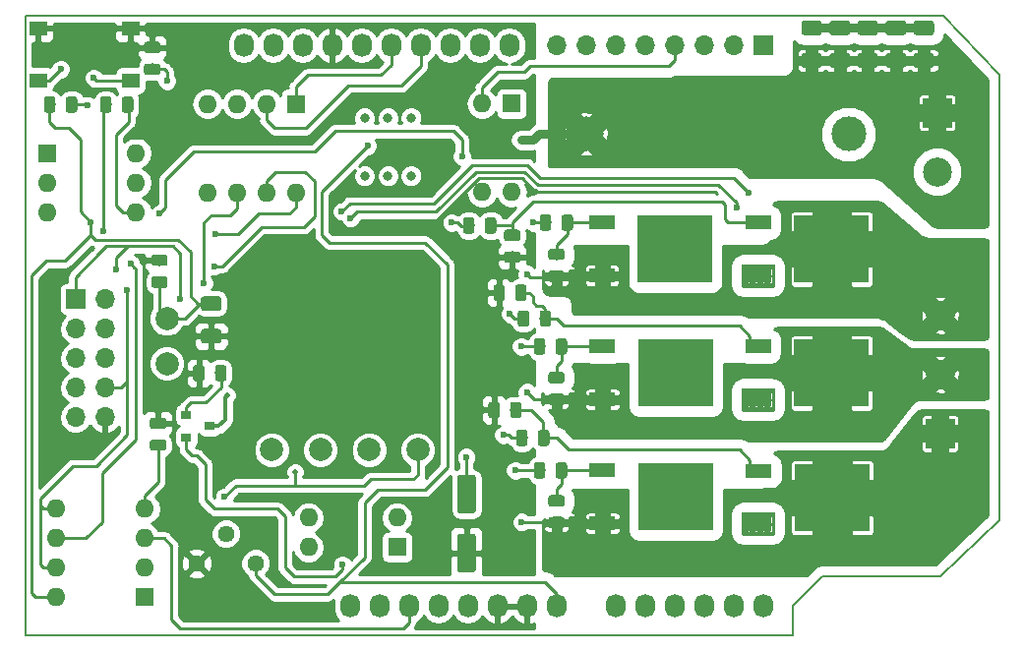
<source format=gbr>
%TF.GenerationSoftware,KiCad,Pcbnew,(5.1.2-1)-1*%
%TF.CreationDate,2019-08-21T19:10:38+02:00*%
%TF.ProjectId,Kiel_50,4b69656c-5f35-4302-9e6b-696361645f70,rev?*%
%TF.SameCoordinates,PX69db1f0PY7882d48*%
%TF.FileFunction,Copper,L1,Top*%
%TF.FilePolarity,Positive*%
%FSLAX46Y46*%
G04 Gerber Fmt 4.6, Leading zero omitted, Abs format (unit mm)*
G04 Created by KiCad (PCBNEW (5.1.2-1)-1) date 2019-08-21 19:10:38*
%MOMM*%
%LPD*%
G04 APERTURE LIST*
%ADD10C,0.150000*%
%ADD11C,0.800000*%
%ADD12C,1.440000*%
%ADD13C,0.100000*%
%ADD14C,0.975000*%
%ADD15C,1.250000*%
%ADD16R,1.550000X1.300000*%
%ADD17O,1.600000X1.600000*%
%ADD18R,1.600000X1.600000*%
%ADD19R,6.400000X5.800000*%
%ADD20R,2.200000X1.200000*%
%ADD21C,2.000000*%
%ADD22C,2.500000*%
%ADD23R,2.500000X2.500000*%
%ADD24O,1.700000X1.700000*%
%ADD25R,1.700000X1.700000*%
%ADD26R,0.900000X0.800000*%
%ADD27C,3.000000*%
%ADD28C,1.600000*%
%ADD29O,1.727200X2.032000*%
%ADD30C,0.500000*%
%ADD31C,0.700000*%
%ADD32C,0.600000*%
%ADD33C,0.250000*%
%ADD34C,0.800000*%
%ADD35C,0.350000*%
%ADD36C,0.750000*%
%ADD37C,0.254000*%
G04 APERTURE END LIST*
D10*
X68580000Y5080000D02*
X78740000Y5080000D01*
X83820000Y9906000D02*
X78740000Y5080000D01*
X78994000Y53340000D02*
X78740000Y53340000D01*
X83820000Y48260000D02*
X78994000Y53340000D01*
X83820000Y9906000D02*
X83820000Y48260000D01*
X64516000Y53340000D02*
X78994000Y53340000D01*
X64516000Y53340000D02*
X0Y53340000D01*
X66040000Y2540000D02*
X68580000Y5080000D01*
X66040000Y0D02*
X66040000Y2540000D01*
X0Y0D02*
X66040000Y0D01*
X0Y53340000D02*
X0Y0D01*
D11*
X33210000Y39577000D03*
X31210000Y39577000D03*
X29210000Y39577000D03*
X33210000Y44577000D03*
X31210000Y44577000D03*
X29210000Y44577000D03*
D12*
X19812000Y6223000D03*
X17272000Y8763000D03*
X14732000Y6223000D03*
D13*
G36*
X41049642Y30226326D02*
G01*
X41073303Y30222816D01*
X41096507Y30217004D01*
X41119029Y30208946D01*
X41140653Y30198718D01*
X41161170Y30186421D01*
X41180383Y30172171D01*
X41198107Y30156107D01*
X41214171Y30138383D01*
X41228421Y30119170D01*
X41240718Y30098653D01*
X41250946Y30077029D01*
X41259004Y30054507D01*
X41264816Y30031303D01*
X41268326Y30007642D01*
X41269500Y29983750D01*
X41269500Y29071250D01*
X41268326Y29047358D01*
X41264816Y29023697D01*
X41259004Y29000493D01*
X41250946Y28977971D01*
X41240718Y28956347D01*
X41228421Y28935830D01*
X41214171Y28916617D01*
X41198107Y28898893D01*
X41180383Y28882829D01*
X41161170Y28868579D01*
X41140653Y28856282D01*
X41119029Y28846054D01*
X41096507Y28837996D01*
X41073303Y28832184D01*
X41049642Y28828674D01*
X41025750Y28827500D01*
X40538250Y28827500D01*
X40514358Y28828674D01*
X40490697Y28832184D01*
X40467493Y28837996D01*
X40444971Y28846054D01*
X40423347Y28856282D01*
X40402830Y28868579D01*
X40383617Y28882829D01*
X40365893Y28898893D01*
X40349829Y28916617D01*
X40335579Y28935830D01*
X40323282Y28956347D01*
X40313054Y28977971D01*
X40304996Y29000493D01*
X40299184Y29023697D01*
X40295674Y29047358D01*
X40294500Y29071250D01*
X40294500Y29983750D01*
X40295674Y30007642D01*
X40299184Y30031303D01*
X40304996Y30054507D01*
X40313054Y30077029D01*
X40323282Y30098653D01*
X40335579Y30119170D01*
X40349829Y30138383D01*
X40365893Y30156107D01*
X40383617Y30172171D01*
X40402830Y30186421D01*
X40423347Y30198718D01*
X40444971Y30208946D01*
X40467493Y30217004D01*
X40490697Y30222816D01*
X40514358Y30226326D01*
X40538250Y30227500D01*
X41025750Y30227500D01*
X41049642Y30226326D01*
X41049642Y30226326D01*
G37*
D14*
X40782000Y29527500D03*
D13*
G36*
X42924642Y30226326D02*
G01*
X42948303Y30222816D01*
X42971507Y30217004D01*
X42994029Y30208946D01*
X43015653Y30198718D01*
X43036170Y30186421D01*
X43055383Y30172171D01*
X43073107Y30156107D01*
X43089171Y30138383D01*
X43103421Y30119170D01*
X43115718Y30098653D01*
X43125946Y30077029D01*
X43134004Y30054507D01*
X43139816Y30031303D01*
X43143326Y30007642D01*
X43144500Y29983750D01*
X43144500Y29071250D01*
X43143326Y29047358D01*
X43139816Y29023697D01*
X43134004Y29000493D01*
X43125946Y28977971D01*
X43115718Y28956347D01*
X43103421Y28935830D01*
X43089171Y28916617D01*
X43073107Y28898893D01*
X43055383Y28882829D01*
X43036170Y28868579D01*
X43015653Y28856282D01*
X42994029Y28846054D01*
X42971507Y28837996D01*
X42948303Y28832184D01*
X42924642Y28828674D01*
X42900750Y28827500D01*
X42413250Y28827500D01*
X42389358Y28828674D01*
X42365697Y28832184D01*
X42342493Y28837996D01*
X42319971Y28846054D01*
X42298347Y28856282D01*
X42277830Y28868579D01*
X42258617Y28882829D01*
X42240893Y28898893D01*
X42224829Y28916617D01*
X42210579Y28935830D01*
X42198282Y28956347D01*
X42188054Y28977971D01*
X42179996Y29000493D01*
X42174184Y29023697D01*
X42170674Y29047358D01*
X42169500Y29071250D01*
X42169500Y29983750D01*
X42170674Y30007642D01*
X42174184Y30031303D01*
X42179996Y30054507D01*
X42188054Y30077029D01*
X42198282Y30098653D01*
X42210579Y30119170D01*
X42224829Y30138383D01*
X42240893Y30156107D01*
X42258617Y30172171D01*
X42277830Y30186421D01*
X42298347Y30198718D01*
X42319971Y30208946D01*
X42342493Y30217004D01*
X42365697Y30222816D01*
X42389358Y30226326D01*
X42413250Y30227500D01*
X42900750Y30227500D01*
X42924642Y30226326D01*
X42924642Y30226326D01*
G37*
D14*
X42657000Y29527500D03*
D13*
G36*
X75579504Y50150796D02*
G01*
X75603773Y50147196D01*
X75627571Y50141235D01*
X75650671Y50132970D01*
X75672849Y50122480D01*
X75693893Y50109867D01*
X75713598Y50095253D01*
X75731777Y50078777D01*
X75748253Y50060598D01*
X75762867Y50040893D01*
X75775480Y50019849D01*
X75785970Y49997671D01*
X75794235Y49974571D01*
X75800196Y49950773D01*
X75803796Y49926504D01*
X75805000Y49902000D01*
X75805000Y49152000D01*
X75803796Y49127496D01*
X75800196Y49103227D01*
X75794235Y49079429D01*
X75785970Y49056329D01*
X75775480Y49034151D01*
X75762867Y49013107D01*
X75748253Y48993402D01*
X75731777Y48975223D01*
X75713598Y48958747D01*
X75693893Y48944133D01*
X75672849Y48931520D01*
X75650671Y48921030D01*
X75627571Y48912765D01*
X75603773Y48906804D01*
X75579504Y48903204D01*
X75555000Y48902000D01*
X74305000Y48902000D01*
X74280496Y48903204D01*
X74256227Y48906804D01*
X74232429Y48912765D01*
X74209329Y48921030D01*
X74187151Y48931520D01*
X74166107Y48944133D01*
X74146402Y48958747D01*
X74128223Y48975223D01*
X74111747Y48993402D01*
X74097133Y49013107D01*
X74084520Y49034151D01*
X74074030Y49056329D01*
X74065765Y49079429D01*
X74059804Y49103227D01*
X74056204Y49127496D01*
X74055000Y49152000D01*
X74055000Y49902000D01*
X74056204Y49926504D01*
X74059804Y49950773D01*
X74065765Y49974571D01*
X74074030Y49997671D01*
X74084520Y50019849D01*
X74097133Y50040893D01*
X74111747Y50060598D01*
X74128223Y50078777D01*
X74146402Y50095253D01*
X74166107Y50109867D01*
X74187151Y50122480D01*
X74209329Y50132970D01*
X74232429Y50141235D01*
X74256227Y50147196D01*
X74280496Y50150796D01*
X74305000Y50152000D01*
X75555000Y50152000D01*
X75579504Y50150796D01*
X75579504Y50150796D01*
G37*
D15*
X74930000Y49527000D03*
D13*
G36*
X75579504Y52950796D02*
G01*
X75603773Y52947196D01*
X75627571Y52941235D01*
X75650671Y52932970D01*
X75672849Y52922480D01*
X75693893Y52909867D01*
X75713598Y52895253D01*
X75731777Y52878777D01*
X75748253Y52860598D01*
X75762867Y52840893D01*
X75775480Y52819849D01*
X75785970Y52797671D01*
X75794235Y52774571D01*
X75800196Y52750773D01*
X75803796Y52726504D01*
X75805000Y52702000D01*
X75805000Y51952000D01*
X75803796Y51927496D01*
X75800196Y51903227D01*
X75794235Y51879429D01*
X75785970Y51856329D01*
X75775480Y51834151D01*
X75762867Y51813107D01*
X75748253Y51793402D01*
X75731777Y51775223D01*
X75713598Y51758747D01*
X75693893Y51744133D01*
X75672849Y51731520D01*
X75650671Y51721030D01*
X75627571Y51712765D01*
X75603773Y51706804D01*
X75579504Y51703204D01*
X75555000Y51702000D01*
X74305000Y51702000D01*
X74280496Y51703204D01*
X74256227Y51706804D01*
X74232429Y51712765D01*
X74209329Y51721030D01*
X74187151Y51731520D01*
X74166107Y51744133D01*
X74146402Y51758747D01*
X74128223Y51775223D01*
X74111747Y51793402D01*
X74097133Y51813107D01*
X74084520Y51834151D01*
X74074030Y51856329D01*
X74065765Y51879429D01*
X74059804Y51903227D01*
X74056204Y51927496D01*
X74055000Y51952000D01*
X74055000Y52702000D01*
X74056204Y52726504D01*
X74059804Y52750773D01*
X74065765Y52774571D01*
X74074030Y52797671D01*
X74084520Y52819849D01*
X74097133Y52840893D01*
X74111747Y52860598D01*
X74128223Y52878777D01*
X74146402Y52895253D01*
X74166107Y52909867D01*
X74187151Y52922480D01*
X74209329Y52932970D01*
X74232429Y52941235D01*
X74256227Y52947196D01*
X74280496Y52950796D01*
X74305000Y52952000D01*
X75555000Y52952000D01*
X75579504Y52950796D01*
X75579504Y52950796D01*
G37*
D15*
X74930000Y52327000D03*
D13*
G36*
X77992504Y50150796D02*
G01*
X78016773Y50147196D01*
X78040571Y50141235D01*
X78063671Y50132970D01*
X78085849Y50122480D01*
X78106893Y50109867D01*
X78126598Y50095253D01*
X78144777Y50078777D01*
X78161253Y50060598D01*
X78175867Y50040893D01*
X78188480Y50019849D01*
X78198970Y49997671D01*
X78207235Y49974571D01*
X78213196Y49950773D01*
X78216796Y49926504D01*
X78218000Y49902000D01*
X78218000Y49152000D01*
X78216796Y49127496D01*
X78213196Y49103227D01*
X78207235Y49079429D01*
X78198970Y49056329D01*
X78188480Y49034151D01*
X78175867Y49013107D01*
X78161253Y48993402D01*
X78144777Y48975223D01*
X78126598Y48958747D01*
X78106893Y48944133D01*
X78085849Y48931520D01*
X78063671Y48921030D01*
X78040571Y48912765D01*
X78016773Y48906804D01*
X77992504Y48903204D01*
X77968000Y48902000D01*
X76718000Y48902000D01*
X76693496Y48903204D01*
X76669227Y48906804D01*
X76645429Y48912765D01*
X76622329Y48921030D01*
X76600151Y48931520D01*
X76579107Y48944133D01*
X76559402Y48958747D01*
X76541223Y48975223D01*
X76524747Y48993402D01*
X76510133Y49013107D01*
X76497520Y49034151D01*
X76487030Y49056329D01*
X76478765Y49079429D01*
X76472804Y49103227D01*
X76469204Y49127496D01*
X76468000Y49152000D01*
X76468000Y49902000D01*
X76469204Y49926504D01*
X76472804Y49950773D01*
X76478765Y49974571D01*
X76487030Y49997671D01*
X76497520Y50019849D01*
X76510133Y50040893D01*
X76524747Y50060598D01*
X76541223Y50078777D01*
X76559402Y50095253D01*
X76579107Y50109867D01*
X76600151Y50122480D01*
X76622329Y50132970D01*
X76645429Y50141235D01*
X76669227Y50147196D01*
X76693496Y50150796D01*
X76718000Y50152000D01*
X77968000Y50152000D01*
X77992504Y50150796D01*
X77992504Y50150796D01*
G37*
D15*
X77343000Y49527000D03*
D13*
G36*
X77992504Y52950796D02*
G01*
X78016773Y52947196D01*
X78040571Y52941235D01*
X78063671Y52932970D01*
X78085849Y52922480D01*
X78106893Y52909867D01*
X78126598Y52895253D01*
X78144777Y52878777D01*
X78161253Y52860598D01*
X78175867Y52840893D01*
X78188480Y52819849D01*
X78198970Y52797671D01*
X78207235Y52774571D01*
X78213196Y52750773D01*
X78216796Y52726504D01*
X78218000Y52702000D01*
X78218000Y51952000D01*
X78216796Y51927496D01*
X78213196Y51903227D01*
X78207235Y51879429D01*
X78198970Y51856329D01*
X78188480Y51834151D01*
X78175867Y51813107D01*
X78161253Y51793402D01*
X78144777Y51775223D01*
X78126598Y51758747D01*
X78106893Y51744133D01*
X78085849Y51731520D01*
X78063671Y51721030D01*
X78040571Y51712765D01*
X78016773Y51706804D01*
X77992504Y51703204D01*
X77968000Y51702000D01*
X76718000Y51702000D01*
X76693496Y51703204D01*
X76669227Y51706804D01*
X76645429Y51712765D01*
X76622329Y51721030D01*
X76600151Y51731520D01*
X76579107Y51744133D01*
X76559402Y51758747D01*
X76541223Y51775223D01*
X76524747Y51793402D01*
X76510133Y51813107D01*
X76497520Y51834151D01*
X76487030Y51856329D01*
X76478765Y51879429D01*
X76472804Y51903227D01*
X76469204Y51927496D01*
X76468000Y51952000D01*
X76468000Y52702000D01*
X76469204Y52726504D01*
X76472804Y52750773D01*
X76478765Y52774571D01*
X76487030Y52797671D01*
X76497520Y52819849D01*
X76510133Y52840893D01*
X76524747Y52860598D01*
X76541223Y52878777D01*
X76559402Y52895253D01*
X76579107Y52909867D01*
X76600151Y52922480D01*
X76622329Y52932970D01*
X76645429Y52941235D01*
X76669227Y52947196D01*
X76693496Y52950796D01*
X76718000Y52952000D01*
X77968000Y52952000D01*
X77992504Y52950796D01*
X77992504Y52950796D01*
G37*
D15*
X77343000Y52327000D03*
D13*
G36*
X73166504Y50150796D02*
G01*
X73190773Y50147196D01*
X73214571Y50141235D01*
X73237671Y50132970D01*
X73259849Y50122480D01*
X73280893Y50109867D01*
X73300598Y50095253D01*
X73318777Y50078777D01*
X73335253Y50060598D01*
X73349867Y50040893D01*
X73362480Y50019849D01*
X73372970Y49997671D01*
X73381235Y49974571D01*
X73387196Y49950773D01*
X73390796Y49926504D01*
X73392000Y49902000D01*
X73392000Y49152000D01*
X73390796Y49127496D01*
X73387196Y49103227D01*
X73381235Y49079429D01*
X73372970Y49056329D01*
X73362480Y49034151D01*
X73349867Y49013107D01*
X73335253Y48993402D01*
X73318777Y48975223D01*
X73300598Y48958747D01*
X73280893Y48944133D01*
X73259849Y48931520D01*
X73237671Y48921030D01*
X73214571Y48912765D01*
X73190773Y48906804D01*
X73166504Y48903204D01*
X73142000Y48902000D01*
X71892000Y48902000D01*
X71867496Y48903204D01*
X71843227Y48906804D01*
X71819429Y48912765D01*
X71796329Y48921030D01*
X71774151Y48931520D01*
X71753107Y48944133D01*
X71733402Y48958747D01*
X71715223Y48975223D01*
X71698747Y48993402D01*
X71684133Y49013107D01*
X71671520Y49034151D01*
X71661030Y49056329D01*
X71652765Y49079429D01*
X71646804Y49103227D01*
X71643204Y49127496D01*
X71642000Y49152000D01*
X71642000Y49902000D01*
X71643204Y49926504D01*
X71646804Y49950773D01*
X71652765Y49974571D01*
X71661030Y49997671D01*
X71671520Y50019849D01*
X71684133Y50040893D01*
X71698747Y50060598D01*
X71715223Y50078777D01*
X71733402Y50095253D01*
X71753107Y50109867D01*
X71774151Y50122480D01*
X71796329Y50132970D01*
X71819429Y50141235D01*
X71843227Y50147196D01*
X71867496Y50150796D01*
X71892000Y50152000D01*
X73142000Y50152000D01*
X73166504Y50150796D01*
X73166504Y50150796D01*
G37*
D15*
X72517000Y49527000D03*
D13*
G36*
X73166504Y52950796D02*
G01*
X73190773Y52947196D01*
X73214571Y52941235D01*
X73237671Y52932970D01*
X73259849Y52922480D01*
X73280893Y52909867D01*
X73300598Y52895253D01*
X73318777Y52878777D01*
X73335253Y52860598D01*
X73349867Y52840893D01*
X73362480Y52819849D01*
X73372970Y52797671D01*
X73381235Y52774571D01*
X73387196Y52750773D01*
X73390796Y52726504D01*
X73392000Y52702000D01*
X73392000Y51952000D01*
X73390796Y51927496D01*
X73387196Y51903227D01*
X73381235Y51879429D01*
X73372970Y51856329D01*
X73362480Y51834151D01*
X73349867Y51813107D01*
X73335253Y51793402D01*
X73318777Y51775223D01*
X73300598Y51758747D01*
X73280893Y51744133D01*
X73259849Y51731520D01*
X73237671Y51721030D01*
X73214571Y51712765D01*
X73190773Y51706804D01*
X73166504Y51703204D01*
X73142000Y51702000D01*
X71892000Y51702000D01*
X71867496Y51703204D01*
X71843227Y51706804D01*
X71819429Y51712765D01*
X71796329Y51721030D01*
X71774151Y51731520D01*
X71753107Y51744133D01*
X71733402Y51758747D01*
X71715223Y51775223D01*
X71698747Y51793402D01*
X71684133Y51813107D01*
X71671520Y51834151D01*
X71661030Y51856329D01*
X71652765Y51879429D01*
X71646804Y51903227D01*
X71643204Y51927496D01*
X71642000Y51952000D01*
X71642000Y52702000D01*
X71643204Y52726504D01*
X71646804Y52750773D01*
X71652765Y52774571D01*
X71661030Y52797671D01*
X71671520Y52819849D01*
X71684133Y52840893D01*
X71698747Y52860598D01*
X71715223Y52878777D01*
X71733402Y52895253D01*
X71753107Y52909867D01*
X71774151Y52922480D01*
X71796329Y52932970D01*
X71819429Y52941235D01*
X71843227Y52947196D01*
X71867496Y52950796D01*
X71892000Y52952000D01*
X73142000Y52952000D01*
X73166504Y52950796D01*
X73166504Y52950796D01*
G37*
D15*
X72517000Y52327000D03*
D13*
G36*
X68340504Y50150796D02*
G01*
X68364773Y50147196D01*
X68388571Y50141235D01*
X68411671Y50132970D01*
X68433849Y50122480D01*
X68454893Y50109867D01*
X68474598Y50095253D01*
X68492777Y50078777D01*
X68509253Y50060598D01*
X68523867Y50040893D01*
X68536480Y50019849D01*
X68546970Y49997671D01*
X68555235Y49974571D01*
X68561196Y49950773D01*
X68564796Y49926504D01*
X68566000Y49902000D01*
X68566000Y49152000D01*
X68564796Y49127496D01*
X68561196Y49103227D01*
X68555235Y49079429D01*
X68546970Y49056329D01*
X68536480Y49034151D01*
X68523867Y49013107D01*
X68509253Y48993402D01*
X68492777Y48975223D01*
X68474598Y48958747D01*
X68454893Y48944133D01*
X68433849Y48931520D01*
X68411671Y48921030D01*
X68388571Y48912765D01*
X68364773Y48906804D01*
X68340504Y48903204D01*
X68316000Y48902000D01*
X67066000Y48902000D01*
X67041496Y48903204D01*
X67017227Y48906804D01*
X66993429Y48912765D01*
X66970329Y48921030D01*
X66948151Y48931520D01*
X66927107Y48944133D01*
X66907402Y48958747D01*
X66889223Y48975223D01*
X66872747Y48993402D01*
X66858133Y49013107D01*
X66845520Y49034151D01*
X66835030Y49056329D01*
X66826765Y49079429D01*
X66820804Y49103227D01*
X66817204Y49127496D01*
X66816000Y49152000D01*
X66816000Y49902000D01*
X66817204Y49926504D01*
X66820804Y49950773D01*
X66826765Y49974571D01*
X66835030Y49997671D01*
X66845520Y50019849D01*
X66858133Y50040893D01*
X66872747Y50060598D01*
X66889223Y50078777D01*
X66907402Y50095253D01*
X66927107Y50109867D01*
X66948151Y50122480D01*
X66970329Y50132970D01*
X66993429Y50141235D01*
X67017227Y50147196D01*
X67041496Y50150796D01*
X67066000Y50152000D01*
X68316000Y50152000D01*
X68340504Y50150796D01*
X68340504Y50150796D01*
G37*
D15*
X67691000Y49527000D03*
D13*
G36*
X68340504Y52950796D02*
G01*
X68364773Y52947196D01*
X68388571Y52941235D01*
X68411671Y52932970D01*
X68433849Y52922480D01*
X68454893Y52909867D01*
X68474598Y52895253D01*
X68492777Y52878777D01*
X68509253Y52860598D01*
X68523867Y52840893D01*
X68536480Y52819849D01*
X68546970Y52797671D01*
X68555235Y52774571D01*
X68561196Y52750773D01*
X68564796Y52726504D01*
X68566000Y52702000D01*
X68566000Y51952000D01*
X68564796Y51927496D01*
X68561196Y51903227D01*
X68555235Y51879429D01*
X68546970Y51856329D01*
X68536480Y51834151D01*
X68523867Y51813107D01*
X68509253Y51793402D01*
X68492777Y51775223D01*
X68474598Y51758747D01*
X68454893Y51744133D01*
X68433849Y51731520D01*
X68411671Y51721030D01*
X68388571Y51712765D01*
X68364773Y51706804D01*
X68340504Y51703204D01*
X68316000Y51702000D01*
X67066000Y51702000D01*
X67041496Y51703204D01*
X67017227Y51706804D01*
X66993429Y51712765D01*
X66970329Y51721030D01*
X66948151Y51731520D01*
X66927107Y51744133D01*
X66907402Y51758747D01*
X66889223Y51775223D01*
X66872747Y51793402D01*
X66858133Y51813107D01*
X66845520Y51834151D01*
X66835030Y51856329D01*
X66826765Y51879429D01*
X66820804Y51903227D01*
X66817204Y51927496D01*
X66816000Y51952000D01*
X66816000Y52702000D01*
X66817204Y52726504D01*
X66820804Y52750773D01*
X66826765Y52774571D01*
X66835030Y52797671D01*
X66845520Y52819849D01*
X66858133Y52840893D01*
X66872747Y52860598D01*
X66889223Y52878777D01*
X66907402Y52895253D01*
X66927107Y52909867D01*
X66948151Y52922480D01*
X66970329Y52932970D01*
X66993429Y52941235D01*
X67017227Y52947196D01*
X67041496Y52950796D01*
X67066000Y52952000D01*
X68316000Y52952000D01*
X68340504Y52950796D01*
X68340504Y52950796D01*
G37*
D15*
X67691000Y52327000D03*
D13*
G36*
X70753504Y50150796D02*
G01*
X70777773Y50147196D01*
X70801571Y50141235D01*
X70824671Y50132970D01*
X70846849Y50122480D01*
X70867893Y50109867D01*
X70887598Y50095253D01*
X70905777Y50078777D01*
X70922253Y50060598D01*
X70936867Y50040893D01*
X70949480Y50019849D01*
X70959970Y49997671D01*
X70968235Y49974571D01*
X70974196Y49950773D01*
X70977796Y49926504D01*
X70979000Y49902000D01*
X70979000Y49152000D01*
X70977796Y49127496D01*
X70974196Y49103227D01*
X70968235Y49079429D01*
X70959970Y49056329D01*
X70949480Y49034151D01*
X70936867Y49013107D01*
X70922253Y48993402D01*
X70905777Y48975223D01*
X70887598Y48958747D01*
X70867893Y48944133D01*
X70846849Y48931520D01*
X70824671Y48921030D01*
X70801571Y48912765D01*
X70777773Y48906804D01*
X70753504Y48903204D01*
X70729000Y48902000D01*
X69479000Y48902000D01*
X69454496Y48903204D01*
X69430227Y48906804D01*
X69406429Y48912765D01*
X69383329Y48921030D01*
X69361151Y48931520D01*
X69340107Y48944133D01*
X69320402Y48958747D01*
X69302223Y48975223D01*
X69285747Y48993402D01*
X69271133Y49013107D01*
X69258520Y49034151D01*
X69248030Y49056329D01*
X69239765Y49079429D01*
X69233804Y49103227D01*
X69230204Y49127496D01*
X69229000Y49152000D01*
X69229000Y49902000D01*
X69230204Y49926504D01*
X69233804Y49950773D01*
X69239765Y49974571D01*
X69248030Y49997671D01*
X69258520Y50019849D01*
X69271133Y50040893D01*
X69285747Y50060598D01*
X69302223Y50078777D01*
X69320402Y50095253D01*
X69340107Y50109867D01*
X69361151Y50122480D01*
X69383329Y50132970D01*
X69406429Y50141235D01*
X69430227Y50147196D01*
X69454496Y50150796D01*
X69479000Y50152000D01*
X70729000Y50152000D01*
X70753504Y50150796D01*
X70753504Y50150796D01*
G37*
D15*
X70104000Y49527000D03*
D13*
G36*
X70753504Y52950796D02*
G01*
X70777773Y52947196D01*
X70801571Y52941235D01*
X70824671Y52932970D01*
X70846849Y52922480D01*
X70867893Y52909867D01*
X70887598Y52895253D01*
X70905777Y52878777D01*
X70922253Y52860598D01*
X70936867Y52840893D01*
X70949480Y52819849D01*
X70959970Y52797671D01*
X70968235Y52774571D01*
X70974196Y52750773D01*
X70977796Y52726504D01*
X70979000Y52702000D01*
X70979000Y51952000D01*
X70977796Y51927496D01*
X70974196Y51903227D01*
X70968235Y51879429D01*
X70959970Y51856329D01*
X70949480Y51834151D01*
X70936867Y51813107D01*
X70922253Y51793402D01*
X70905777Y51775223D01*
X70887598Y51758747D01*
X70867893Y51744133D01*
X70846849Y51731520D01*
X70824671Y51721030D01*
X70801571Y51712765D01*
X70777773Y51706804D01*
X70753504Y51703204D01*
X70729000Y51702000D01*
X69479000Y51702000D01*
X69454496Y51703204D01*
X69430227Y51706804D01*
X69406429Y51712765D01*
X69383329Y51721030D01*
X69361151Y51731520D01*
X69340107Y51744133D01*
X69320402Y51758747D01*
X69302223Y51775223D01*
X69285747Y51793402D01*
X69271133Y51813107D01*
X69258520Y51834151D01*
X69248030Y51856329D01*
X69239765Y51879429D01*
X69233804Y51903227D01*
X69230204Y51927496D01*
X69229000Y51952000D01*
X69229000Y52702000D01*
X69230204Y52726504D01*
X69233804Y52750773D01*
X69239765Y52774571D01*
X69248030Y52797671D01*
X69258520Y52819849D01*
X69271133Y52840893D01*
X69285747Y52860598D01*
X69302223Y52878777D01*
X69320402Y52895253D01*
X69340107Y52909867D01*
X69361151Y52922480D01*
X69383329Y52932970D01*
X69406429Y52941235D01*
X69430227Y52947196D01*
X69454496Y52950796D01*
X69479000Y52952000D01*
X70729000Y52952000D01*
X70753504Y52950796D01*
X70753504Y52950796D01*
G37*
D15*
X70104000Y52327000D03*
D16*
X1105000Y52288000D03*
X1105000Y47788000D03*
X9055000Y47788000D03*
X9055000Y52288000D03*
D17*
X41851999Y38183999D03*
X39311999Y45803999D03*
X39311999Y38183999D03*
D18*
X41851999Y45803999D03*
D17*
X24384000Y7620000D03*
X32004000Y10160000D03*
X24384000Y10160000D03*
D18*
X32004000Y7620000D03*
D19*
X69410000Y33275000D03*
D20*
X63110000Y30995000D03*
X63110000Y35555000D03*
D21*
X33782000Y16002000D03*
X29591000Y16002000D03*
X25400000Y16002000D03*
D17*
X9525000Y41529000D03*
X1905000Y36449000D03*
X9525000Y38989000D03*
X1905000Y38989000D03*
X9525000Y36449000D03*
D18*
X1905000Y41529000D03*
D22*
X78486000Y39941500D03*
D23*
X78486000Y45021500D03*
D24*
X45720000Y50800000D03*
X48260000Y50800000D03*
X50800000Y50800000D03*
X53340000Y50800000D03*
X55880000Y50800000D03*
X58420000Y50800000D03*
X60960000Y50800000D03*
D25*
X63500000Y50800000D03*
D21*
X12192000Y23431500D03*
X12192000Y27305000D03*
X21209000Y16002000D03*
D17*
X23304500Y38163500D03*
X15684500Y45783500D03*
X20764500Y38163500D03*
X18224500Y45783500D03*
X18224500Y38163500D03*
X20764500Y45783500D03*
X15684500Y38163500D03*
D18*
X23304500Y45783500D03*
D17*
X2667000Y3302000D03*
X10287000Y10922000D03*
X2667000Y5842000D03*
X10287000Y8382000D03*
X2667000Y8382000D03*
X10287000Y5842000D03*
X2667000Y10922000D03*
D18*
X10287000Y3302000D03*
D13*
G36*
X42390142Y33076826D02*
G01*
X42413803Y33073316D01*
X42437007Y33067504D01*
X42459529Y33059446D01*
X42481153Y33049218D01*
X42501670Y33036921D01*
X42520883Y33022671D01*
X42538607Y33006607D01*
X42554671Y32988883D01*
X42568921Y32969670D01*
X42581218Y32949153D01*
X42591446Y32927529D01*
X42599504Y32905007D01*
X42605316Y32881803D01*
X42608826Y32858142D01*
X42610000Y32834250D01*
X42610000Y32346750D01*
X42608826Y32322858D01*
X42605316Y32299197D01*
X42599504Y32275993D01*
X42591446Y32253471D01*
X42581218Y32231847D01*
X42568921Y32211330D01*
X42554671Y32192117D01*
X42538607Y32174393D01*
X42520883Y32158329D01*
X42501670Y32144079D01*
X42481153Y32131782D01*
X42459529Y32121554D01*
X42437007Y32113496D01*
X42413803Y32107684D01*
X42390142Y32104174D01*
X42366250Y32103000D01*
X41453750Y32103000D01*
X41429858Y32104174D01*
X41406197Y32107684D01*
X41382993Y32113496D01*
X41360471Y32121554D01*
X41338847Y32131782D01*
X41318330Y32144079D01*
X41299117Y32158329D01*
X41281393Y32174393D01*
X41265329Y32192117D01*
X41251079Y32211330D01*
X41238782Y32231847D01*
X41228554Y32253471D01*
X41220496Y32275993D01*
X41214684Y32299197D01*
X41211174Y32322858D01*
X41210000Y32346750D01*
X41210000Y32834250D01*
X41211174Y32858142D01*
X41214684Y32881803D01*
X41220496Y32905007D01*
X41228554Y32927529D01*
X41238782Y32949153D01*
X41251079Y32969670D01*
X41265329Y32988883D01*
X41281393Y33006607D01*
X41299117Y33022671D01*
X41318330Y33036921D01*
X41338847Y33049218D01*
X41360471Y33059446D01*
X41382993Y33067504D01*
X41406197Y33073316D01*
X41429858Y33076826D01*
X41453750Y33078000D01*
X42366250Y33078000D01*
X42390142Y33076826D01*
X42390142Y33076826D01*
G37*
D14*
X41910000Y32590500D03*
D13*
G36*
X42390142Y34951826D02*
G01*
X42413803Y34948316D01*
X42437007Y34942504D01*
X42459529Y34934446D01*
X42481153Y34924218D01*
X42501670Y34911921D01*
X42520883Y34897671D01*
X42538607Y34881607D01*
X42554671Y34863883D01*
X42568921Y34844670D01*
X42581218Y34824153D01*
X42591446Y34802529D01*
X42599504Y34780007D01*
X42605316Y34756803D01*
X42608826Y34733142D01*
X42610000Y34709250D01*
X42610000Y34221750D01*
X42608826Y34197858D01*
X42605316Y34174197D01*
X42599504Y34150993D01*
X42591446Y34128471D01*
X42581218Y34106847D01*
X42568921Y34086330D01*
X42554671Y34067117D01*
X42538607Y34049393D01*
X42520883Y34033329D01*
X42501670Y34019079D01*
X42481153Y34006782D01*
X42459529Y33996554D01*
X42437007Y33988496D01*
X42413803Y33982684D01*
X42390142Y33979174D01*
X42366250Y33978000D01*
X41453750Y33978000D01*
X41429858Y33979174D01*
X41406197Y33982684D01*
X41382993Y33988496D01*
X41360471Y33996554D01*
X41338847Y34006782D01*
X41318330Y34019079D01*
X41299117Y34033329D01*
X41281393Y34049393D01*
X41265329Y34067117D01*
X41251079Y34086330D01*
X41238782Y34106847D01*
X41228554Y34128471D01*
X41220496Y34150993D01*
X41214684Y34174197D01*
X41211174Y34197858D01*
X41210000Y34221750D01*
X41210000Y34709250D01*
X41211174Y34733142D01*
X41214684Y34756803D01*
X41220496Y34780007D01*
X41228554Y34802529D01*
X41238782Y34824153D01*
X41251079Y34844670D01*
X41265329Y34863883D01*
X41281393Y34881607D01*
X41299117Y34897671D01*
X41318330Y34911921D01*
X41338847Y34924218D01*
X41360471Y34934446D01*
X41382993Y34942504D01*
X41406197Y34948316D01*
X41429858Y34951826D01*
X41453750Y34953000D01*
X42366250Y34953000D01*
X42390142Y34951826D01*
X42390142Y34951826D01*
G37*
D14*
X41910000Y34465500D03*
D13*
G36*
X46200142Y31425826D02*
G01*
X46223803Y31422316D01*
X46247007Y31416504D01*
X46269529Y31408446D01*
X46291153Y31398218D01*
X46311670Y31385921D01*
X46330883Y31371671D01*
X46348607Y31355607D01*
X46364671Y31337883D01*
X46378921Y31318670D01*
X46391218Y31298153D01*
X46401446Y31276529D01*
X46409504Y31254007D01*
X46415316Y31230803D01*
X46418826Y31207142D01*
X46420000Y31183250D01*
X46420000Y30695750D01*
X46418826Y30671858D01*
X46415316Y30648197D01*
X46409504Y30624993D01*
X46401446Y30602471D01*
X46391218Y30580847D01*
X46378921Y30560330D01*
X46364671Y30541117D01*
X46348607Y30523393D01*
X46330883Y30507329D01*
X46311670Y30493079D01*
X46291153Y30480782D01*
X46269529Y30470554D01*
X46247007Y30462496D01*
X46223803Y30456684D01*
X46200142Y30453174D01*
X46176250Y30452000D01*
X45263750Y30452000D01*
X45239858Y30453174D01*
X45216197Y30456684D01*
X45192993Y30462496D01*
X45170471Y30470554D01*
X45148847Y30480782D01*
X45128330Y30493079D01*
X45109117Y30507329D01*
X45091393Y30523393D01*
X45075329Y30541117D01*
X45061079Y30560330D01*
X45048782Y30580847D01*
X45038554Y30602471D01*
X45030496Y30624993D01*
X45024684Y30648197D01*
X45021174Y30671858D01*
X45020000Y30695750D01*
X45020000Y31183250D01*
X45021174Y31207142D01*
X45024684Y31230803D01*
X45030496Y31254007D01*
X45038554Y31276529D01*
X45048782Y31298153D01*
X45061079Y31318670D01*
X45075329Y31337883D01*
X45091393Y31355607D01*
X45109117Y31371671D01*
X45128330Y31385921D01*
X45148847Y31398218D01*
X45170471Y31408446D01*
X45192993Y31416504D01*
X45216197Y31422316D01*
X45239858Y31425826D01*
X45263750Y31427000D01*
X46176250Y31427000D01*
X46200142Y31425826D01*
X46200142Y31425826D01*
G37*
D14*
X45720000Y30939500D03*
D13*
G36*
X46200142Y33300826D02*
G01*
X46223803Y33297316D01*
X46247007Y33291504D01*
X46269529Y33283446D01*
X46291153Y33273218D01*
X46311670Y33260921D01*
X46330883Y33246671D01*
X46348607Y33230607D01*
X46364671Y33212883D01*
X46378921Y33193670D01*
X46391218Y33173153D01*
X46401446Y33151529D01*
X46409504Y33129007D01*
X46415316Y33105803D01*
X46418826Y33082142D01*
X46420000Y33058250D01*
X46420000Y32570750D01*
X46418826Y32546858D01*
X46415316Y32523197D01*
X46409504Y32499993D01*
X46401446Y32477471D01*
X46391218Y32455847D01*
X46378921Y32435330D01*
X46364671Y32416117D01*
X46348607Y32398393D01*
X46330883Y32382329D01*
X46311670Y32368079D01*
X46291153Y32355782D01*
X46269529Y32345554D01*
X46247007Y32337496D01*
X46223803Y32331684D01*
X46200142Y32328174D01*
X46176250Y32327000D01*
X45263750Y32327000D01*
X45239858Y32328174D01*
X45216197Y32331684D01*
X45192993Y32337496D01*
X45170471Y32345554D01*
X45148847Y32355782D01*
X45128330Y32368079D01*
X45109117Y32382329D01*
X45091393Y32398393D01*
X45075329Y32416117D01*
X45061079Y32435330D01*
X45048782Y32455847D01*
X45038554Y32477471D01*
X45030496Y32499993D01*
X45024684Y32523197D01*
X45021174Y32546858D01*
X45020000Y32570750D01*
X45020000Y33058250D01*
X45021174Y33082142D01*
X45024684Y33105803D01*
X45030496Y33129007D01*
X45038554Y33151529D01*
X45048782Y33173153D01*
X45061079Y33193670D01*
X45075329Y33212883D01*
X45091393Y33230607D01*
X45109117Y33246671D01*
X45128330Y33260921D01*
X45148847Y33273218D01*
X45170471Y33283446D01*
X45192993Y33291504D01*
X45216197Y33297316D01*
X45239858Y33300826D01*
X45263750Y33302000D01*
X46176250Y33302000D01*
X46200142Y33300826D01*
X46200142Y33300826D01*
G37*
D14*
X45720000Y32814500D03*
D13*
G36*
X46200142Y20821326D02*
G01*
X46223803Y20817816D01*
X46247007Y20812004D01*
X46269529Y20803946D01*
X46291153Y20793718D01*
X46311670Y20781421D01*
X46330883Y20767171D01*
X46348607Y20751107D01*
X46364671Y20733383D01*
X46378921Y20714170D01*
X46391218Y20693653D01*
X46401446Y20672029D01*
X46409504Y20649507D01*
X46415316Y20626303D01*
X46418826Y20602642D01*
X46420000Y20578750D01*
X46420000Y20091250D01*
X46418826Y20067358D01*
X46415316Y20043697D01*
X46409504Y20020493D01*
X46401446Y19997971D01*
X46391218Y19976347D01*
X46378921Y19955830D01*
X46364671Y19936617D01*
X46348607Y19918893D01*
X46330883Y19902829D01*
X46311670Y19888579D01*
X46291153Y19876282D01*
X46269529Y19866054D01*
X46247007Y19857996D01*
X46223803Y19852184D01*
X46200142Y19848674D01*
X46176250Y19847500D01*
X45263750Y19847500D01*
X45239858Y19848674D01*
X45216197Y19852184D01*
X45192993Y19857996D01*
X45170471Y19866054D01*
X45148847Y19876282D01*
X45128330Y19888579D01*
X45109117Y19902829D01*
X45091393Y19918893D01*
X45075329Y19936617D01*
X45061079Y19955830D01*
X45048782Y19976347D01*
X45038554Y19997971D01*
X45030496Y20020493D01*
X45024684Y20043697D01*
X45021174Y20067358D01*
X45020000Y20091250D01*
X45020000Y20578750D01*
X45021174Y20602642D01*
X45024684Y20626303D01*
X45030496Y20649507D01*
X45038554Y20672029D01*
X45048782Y20693653D01*
X45061079Y20714170D01*
X45075329Y20733383D01*
X45091393Y20751107D01*
X45109117Y20767171D01*
X45128330Y20781421D01*
X45148847Y20793718D01*
X45170471Y20803946D01*
X45192993Y20812004D01*
X45216197Y20817816D01*
X45239858Y20821326D01*
X45263750Y20822500D01*
X46176250Y20822500D01*
X46200142Y20821326D01*
X46200142Y20821326D01*
G37*
D14*
X45720000Y20335000D03*
D13*
G36*
X46200142Y22696326D02*
G01*
X46223803Y22692816D01*
X46247007Y22687004D01*
X46269529Y22678946D01*
X46291153Y22668718D01*
X46311670Y22656421D01*
X46330883Y22642171D01*
X46348607Y22626107D01*
X46364671Y22608383D01*
X46378921Y22589170D01*
X46391218Y22568653D01*
X46401446Y22547029D01*
X46409504Y22524507D01*
X46415316Y22501303D01*
X46418826Y22477642D01*
X46420000Y22453750D01*
X46420000Y21966250D01*
X46418826Y21942358D01*
X46415316Y21918697D01*
X46409504Y21895493D01*
X46401446Y21872971D01*
X46391218Y21851347D01*
X46378921Y21830830D01*
X46364671Y21811617D01*
X46348607Y21793893D01*
X46330883Y21777829D01*
X46311670Y21763579D01*
X46291153Y21751282D01*
X46269529Y21741054D01*
X46247007Y21732996D01*
X46223803Y21727184D01*
X46200142Y21723674D01*
X46176250Y21722500D01*
X45263750Y21722500D01*
X45239858Y21723674D01*
X45216197Y21727184D01*
X45192993Y21732996D01*
X45170471Y21741054D01*
X45148847Y21751282D01*
X45128330Y21763579D01*
X45109117Y21777829D01*
X45091393Y21793893D01*
X45075329Y21811617D01*
X45061079Y21830830D01*
X45048782Y21851347D01*
X45038554Y21872971D01*
X45030496Y21895493D01*
X45024684Y21918697D01*
X45021174Y21942358D01*
X45020000Y21966250D01*
X45020000Y22453750D01*
X45021174Y22477642D01*
X45024684Y22501303D01*
X45030496Y22524507D01*
X45038554Y22547029D01*
X45048782Y22568653D01*
X45061079Y22589170D01*
X45075329Y22608383D01*
X45091393Y22626107D01*
X45109117Y22642171D01*
X45128330Y22656421D01*
X45148847Y22668718D01*
X45170471Y22678946D01*
X45192993Y22687004D01*
X45216197Y22692816D01*
X45239858Y22696326D01*
X45263750Y22697500D01*
X46176250Y22697500D01*
X46200142Y22696326D01*
X46200142Y22696326D01*
G37*
D14*
X45720000Y22210000D03*
D13*
G36*
X40605142Y20129826D02*
G01*
X40628803Y20126316D01*
X40652007Y20120504D01*
X40674529Y20112446D01*
X40696153Y20102218D01*
X40716670Y20089921D01*
X40735883Y20075671D01*
X40753607Y20059607D01*
X40769671Y20041883D01*
X40783921Y20022670D01*
X40796218Y20002153D01*
X40806446Y19980529D01*
X40814504Y19958007D01*
X40820316Y19934803D01*
X40823826Y19911142D01*
X40825000Y19887250D01*
X40825000Y18974750D01*
X40823826Y18950858D01*
X40820316Y18927197D01*
X40814504Y18903993D01*
X40806446Y18881471D01*
X40796218Y18859847D01*
X40783921Y18839330D01*
X40769671Y18820117D01*
X40753607Y18802393D01*
X40735883Y18786329D01*
X40716670Y18772079D01*
X40696153Y18759782D01*
X40674529Y18749554D01*
X40652007Y18741496D01*
X40628803Y18735684D01*
X40605142Y18732174D01*
X40581250Y18731000D01*
X40093750Y18731000D01*
X40069858Y18732174D01*
X40046197Y18735684D01*
X40022993Y18741496D01*
X40000471Y18749554D01*
X39978847Y18759782D01*
X39958330Y18772079D01*
X39939117Y18786329D01*
X39921393Y18802393D01*
X39905329Y18820117D01*
X39891079Y18839330D01*
X39878782Y18859847D01*
X39868554Y18881471D01*
X39860496Y18903993D01*
X39854684Y18927197D01*
X39851174Y18950858D01*
X39850000Y18974750D01*
X39850000Y19887250D01*
X39851174Y19911142D01*
X39854684Y19934803D01*
X39860496Y19958007D01*
X39868554Y19980529D01*
X39878782Y20002153D01*
X39891079Y20022670D01*
X39905329Y20041883D01*
X39921393Y20059607D01*
X39939117Y20075671D01*
X39958330Y20089921D01*
X39978847Y20102218D01*
X40000471Y20112446D01*
X40022993Y20120504D01*
X40046197Y20126316D01*
X40069858Y20129826D01*
X40093750Y20131000D01*
X40581250Y20131000D01*
X40605142Y20129826D01*
X40605142Y20129826D01*
G37*
D14*
X40337500Y19431000D03*
D13*
G36*
X42480142Y20129826D02*
G01*
X42503803Y20126316D01*
X42527007Y20120504D01*
X42549529Y20112446D01*
X42571153Y20102218D01*
X42591670Y20089921D01*
X42610883Y20075671D01*
X42628607Y20059607D01*
X42644671Y20041883D01*
X42658921Y20022670D01*
X42671218Y20002153D01*
X42681446Y19980529D01*
X42689504Y19958007D01*
X42695316Y19934803D01*
X42698826Y19911142D01*
X42700000Y19887250D01*
X42700000Y18974750D01*
X42698826Y18950858D01*
X42695316Y18927197D01*
X42689504Y18903993D01*
X42681446Y18881471D01*
X42671218Y18859847D01*
X42658921Y18839330D01*
X42644671Y18820117D01*
X42628607Y18802393D01*
X42610883Y18786329D01*
X42591670Y18772079D01*
X42571153Y18759782D01*
X42549529Y18749554D01*
X42527007Y18741496D01*
X42503803Y18735684D01*
X42480142Y18732174D01*
X42456250Y18731000D01*
X41968750Y18731000D01*
X41944858Y18732174D01*
X41921197Y18735684D01*
X41897993Y18741496D01*
X41875471Y18749554D01*
X41853847Y18759782D01*
X41833330Y18772079D01*
X41814117Y18786329D01*
X41796393Y18802393D01*
X41780329Y18820117D01*
X41766079Y18839330D01*
X41753782Y18859847D01*
X41743554Y18881471D01*
X41735496Y18903993D01*
X41729684Y18927197D01*
X41726174Y18950858D01*
X41725000Y18974750D01*
X41725000Y19887250D01*
X41726174Y19911142D01*
X41729684Y19934803D01*
X41735496Y19958007D01*
X41743554Y19980529D01*
X41753782Y20002153D01*
X41766079Y20022670D01*
X41780329Y20041883D01*
X41796393Y20059607D01*
X41814117Y20075671D01*
X41833330Y20089921D01*
X41853847Y20102218D01*
X41875471Y20112446D01*
X41897993Y20120504D01*
X41921197Y20126316D01*
X41944858Y20129826D01*
X41968750Y20131000D01*
X42456250Y20131000D01*
X42480142Y20129826D01*
X42480142Y20129826D01*
G37*
D14*
X42212500Y19431000D03*
D13*
G36*
X38446142Y36004826D02*
G01*
X38469803Y36001316D01*
X38493007Y35995504D01*
X38515529Y35987446D01*
X38537153Y35977218D01*
X38557670Y35964921D01*
X38576883Y35950671D01*
X38594607Y35934607D01*
X38610671Y35916883D01*
X38624921Y35897670D01*
X38637218Y35877153D01*
X38647446Y35855529D01*
X38655504Y35833007D01*
X38661316Y35809803D01*
X38664826Y35786142D01*
X38666000Y35762250D01*
X38666000Y34849750D01*
X38664826Y34825858D01*
X38661316Y34802197D01*
X38655504Y34778993D01*
X38647446Y34756471D01*
X38637218Y34734847D01*
X38624921Y34714330D01*
X38610671Y34695117D01*
X38594607Y34677393D01*
X38576883Y34661329D01*
X38557670Y34647079D01*
X38537153Y34634782D01*
X38515529Y34624554D01*
X38493007Y34616496D01*
X38469803Y34610684D01*
X38446142Y34607174D01*
X38422250Y34606000D01*
X37934750Y34606000D01*
X37910858Y34607174D01*
X37887197Y34610684D01*
X37863993Y34616496D01*
X37841471Y34624554D01*
X37819847Y34634782D01*
X37799330Y34647079D01*
X37780117Y34661329D01*
X37762393Y34677393D01*
X37746329Y34695117D01*
X37732079Y34714330D01*
X37719782Y34734847D01*
X37709554Y34756471D01*
X37701496Y34778993D01*
X37695684Y34802197D01*
X37692174Y34825858D01*
X37691000Y34849750D01*
X37691000Y35762250D01*
X37692174Y35786142D01*
X37695684Y35809803D01*
X37701496Y35833007D01*
X37709554Y35855529D01*
X37719782Y35877153D01*
X37732079Y35897670D01*
X37746329Y35916883D01*
X37762393Y35934607D01*
X37780117Y35950671D01*
X37799330Y35964921D01*
X37819847Y35977218D01*
X37841471Y35987446D01*
X37863993Y35995504D01*
X37887197Y36001316D01*
X37910858Y36004826D01*
X37934750Y36006000D01*
X38422250Y36006000D01*
X38446142Y36004826D01*
X38446142Y36004826D01*
G37*
D14*
X38178500Y35306000D03*
D13*
G36*
X40321142Y36004826D02*
G01*
X40344803Y36001316D01*
X40368007Y35995504D01*
X40390529Y35987446D01*
X40412153Y35977218D01*
X40432670Y35964921D01*
X40451883Y35950671D01*
X40469607Y35934607D01*
X40485671Y35916883D01*
X40499921Y35897670D01*
X40512218Y35877153D01*
X40522446Y35855529D01*
X40530504Y35833007D01*
X40536316Y35809803D01*
X40539826Y35786142D01*
X40541000Y35762250D01*
X40541000Y34849750D01*
X40539826Y34825858D01*
X40536316Y34802197D01*
X40530504Y34778993D01*
X40522446Y34756471D01*
X40512218Y34734847D01*
X40499921Y34714330D01*
X40485671Y34695117D01*
X40469607Y34677393D01*
X40451883Y34661329D01*
X40432670Y34647079D01*
X40412153Y34634782D01*
X40390529Y34624554D01*
X40368007Y34616496D01*
X40344803Y34610684D01*
X40321142Y34607174D01*
X40297250Y34606000D01*
X39809750Y34606000D01*
X39785858Y34607174D01*
X39762197Y34610684D01*
X39738993Y34616496D01*
X39716471Y34624554D01*
X39694847Y34634782D01*
X39674330Y34647079D01*
X39655117Y34661329D01*
X39637393Y34677393D01*
X39621329Y34695117D01*
X39607079Y34714330D01*
X39594782Y34734847D01*
X39584554Y34756471D01*
X39576496Y34778993D01*
X39570684Y34802197D01*
X39567174Y34825858D01*
X39566000Y34849750D01*
X39566000Y35762250D01*
X39567174Y35786142D01*
X39570684Y35809803D01*
X39576496Y35833007D01*
X39584554Y35855529D01*
X39594782Y35877153D01*
X39607079Y35897670D01*
X39621329Y35916883D01*
X39637393Y35934607D01*
X39655117Y35950671D01*
X39674330Y35964921D01*
X39694847Y35977218D01*
X39716471Y35987446D01*
X39738993Y35995504D01*
X39762197Y36001316D01*
X39785858Y36004826D01*
X39809750Y36006000D01*
X40297250Y36006000D01*
X40321142Y36004826D01*
X40321142Y36004826D01*
G37*
D14*
X40053500Y35306000D03*
D13*
G36*
X45050142Y36258826D02*
G01*
X45073803Y36255316D01*
X45097007Y36249504D01*
X45119529Y36241446D01*
X45141153Y36231218D01*
X45161670Y36218921D01*
X45180883Y36204671D01*
X45198607Y36188607D01*
X45214671Y36170883D01*
X45228921Y36151670D01*
X45241218Y36131153D01*
X45251446Y36109529D01*
X45259504Y36087007D01*
X45265316Y36063803D01*
X45268826Y36040142D01*
X45270000Y36016250D01*
X45270000Y35103750D01*
X45268826Y35079858D01*
X45265316Y35056197D01*
X45259504Y35032993D01*
X45251446Y35010471D01*
X45241218Y34988847D01*
X45228921Y34968330D01*
X45214671Y34949117D01*
X45198607Y34931393D01*
X45180883Y34915329D01*
X45161670Y34901079D01*
X45141153Y34888782D01*
X45119529Y34878554D01*
X45097007Y34870496D01*
X45073803Y34864684D01*
X45050142Y34861174D01*
X45026250Y34860000D01*
X44538750Y34860000D01*
X44514858Y34861174D01*
X44491197Y34864684D01*
X44467993Y34870496D01*
X44445471Y34878554D01*
X44423847Y34888782D01*
X44403330Y34901079D01*
X44384117Y34915329D01*
X44366393Y34931393D01*
X44350329Y34949117D01*
X44336079Y34968330D01*
X44323782Y34988847D01*
X44313554Y35010471D01*
X44305496Y35032993D01*
X44299684Y35056197D01*
X44296174Y35079858D01*
X44295000Y35103750D01*
X44295000Y36016250D01*
X44296174Y36040142D01*
X44299684Y36063803D01*
X44305496Y36087007D01*
X44313554Y36109529D01*
X44323782Y36131153D01*
X44336079Y36151670D01*
X44350329Y36170883D01*
X44366393Y36188607D01*
X44384117Y36204671D01*
X44403330Y36218921D01*
X44423847Y36231218D01*
X44445471Y36241446D01*
X44467993Y36249504D01*
X44491197Y36255316D01*
X44514858Y36258826D01*
X44538750Y36260000D01*
X45026250Y36260000D01*
X45050142Y36258826D01*
X45050142Y36258826D01*
G37*
D14*
X44782500Y35560000D03*
D13*
G36*
X46925142Y36258826D02*
G01*
X46948803Y36255316D01*
X46972007Y36249504D01*
X46994529Y36241446D01*
X47016153Y36231218D01*
X47036670Y36218921D01*
X47055883Y36204671D01*
X47073607Y36188607D01*
X47089671Y36170883D01*
X47103921Y36151670D01*
X47116218Y36131153D01*
X47126446Y36109529D01*
X47134504Y36087007D01*
X47140316Y36063803D01*
X47143826Y36040142D01*
X47145000Y36016250D01*
X47145000Y35103750D01*
X47143826Y35079858D01*
X47140316Y35056197D01*
X47134504Y35032993D01*
X47126446Y35010471D01*
X47116218Y34988847D01*
X47103921Y34968330D01*
X47089671Y34949117D01*
X47073607Y34931393D01*
X47055883Y34915329D01*
X47036670Y34901079D01*
X47016153Y34888782D01*
X46994529Y34878554D01*
X46972007Y34870496D01*
X46948803Y34864684D01*
X46925142Y34861174D01*
X46901250Y34860000D01*
X46413750Y34860000D01*
X46389858Y34861174D01*
X46366197Y34864684D01*
X46342993Y34870496D01*
X46320471Y34878554D01*
X46298847Y34888782D01*
X46278330Y34901079D01*
X46259117Y34915329D01*
X46241393Y34931393D01*
X46225329Y34949117D01*
X46211079Y34968330D01*
X46198782Y34988847D01*
X46188554Y35010471D01*
X46180496Y35032993D01*
X46174684Y35056197D01*
X46171174Y35079858D01*
X46170000Y35103750D01*
X46170000Y36016250D01*
X46171174Y36040142D01*
X46174684Y36063803D01*
X46180496Y36087007D01*
X46188554Y36109529D01*
X46198782Y36131153D01*
X46211079Y36151670D01*
X46225329Y36170883D01*
X46241393Y36188607D01*
X46259117Y36204671D01*
X46278330Y36218921D01*
X46298847Y36231218D01*
X46320471Y36241446D01*
X46342993Y36249504D01*
X46366197Y36255316D01*
X46389858Y36258826D01*
X46413750Y36260000D01*
X46901250Y36260000D01*
X46925142Y36258826D01*
X46925142Y36258826D01*
G37*
D14*
X46657500Y35560000D03*
D13*
G36*
X43145142Y28003826D02*
G01*
X43168803Y28000316D01*
X43192007Y27994504D01*
X43214529Y27986446D01*
X43236153Y27976218D01*
X43256670Y27963921D01*
X43275883Y27949671D01*
X43293607Y27933607D01*
X43309671Y27915883D01*
X43323921Y27896670D01*
X43336218Y27876153D01*
X43346446Y27854529D01*
X43354504Y27832007D01*
X43360316Y27808803D01*
X43363826Y27785142D01*
X43365000Y27761250D01*
X43365000Y26848750D01*
X43363826Y26824858D01*
X43360316Y26801197D01*
X43354504Y26777993D01*
X43346446Y26755471D01*
X43336218Y26733847D01*
X43323921Y26713330D01*
X43309671Y26694117D01*
X43293607Y26676393D01*
X43275883Y26660329D01*
X43256670Y26646079D01*
X43236153Y26633782D01*
X43214529Y26623554D01*
X43192007Y26615496D01*
X43168803Y26609684D01*
X43145142Y26606174D01*
X43121250Y26605000D01*
X42633750Y26605000D01*
X42609858Y26606174D01*
X42586197Y26609684D01*
X42562993Y26615496D01*
X42540471Y26623554D01*
X42518847Y26633782D01*
X42498330Y26646079D01*
X42479117Y26660329D01*
X42461393Y26676393D01*
X42445329Y26694117D01*
X42431079Y26713330D01*
X42418782Y26733847D01*
X42408554Y26755471D01*
X42400496Y26777993D01*
X42394684Y26801197D01*
X42391174Y26824858D01*
X42390000Y26848750D01*
X42390000Y27761250D01*
X42391174Y27785142D01*
X42394684Y27808803D01*
X42400496Y27832007D01*
X42408554Y27854529D01*
X42418782Y27876153D01*
X42431079Y27896670D01*
X42445329Y27915883D01*
X42461393Y27933607D01*
X42479117Y27949671D01*
X42498330Y27963921D01*
X42518847Y27976218D01*
X42540471Y27986446D01*
X42562993Y27994504D01*
X42586197Y28000316D01*
X42609858Y28003826D01*
X42633750Y28005000D01*
X43121250Y28005000D01*
X43145142Y28003826D01*
X43145142Y28003826D01*
G37*
D14*
X42877500Y27305000D03*
D13*
G36*
X45020142Y28003826D02*
G01*
X45043803Y28000316D01*
X45067007Y27994504D01*
X45089529Y27986446D01*
X45111153Y27976218D01*
X45131670Y27963921D01*
X45150883Y27949671D01*
X45168607Y27933607D01*
X45184671Y27915883D01*
X45198921Y27896670D01*
X45211218Y27876153D01*
X45221446Y27854529D01*
X45229504Y27832007D01*
X45235316Y27808803D01*
X45238826Y27785142D01*
X45240000Y27761250D01*
X45240000Y26848750D01*
X45238826Y26824858D01*
X45235316Y26801197D01*
X45229504Y26777993D01*
X45221446Y26755471D01*
X45211218Y26733847D01*
X45198921Y26713330D01*
X45184671Y26694117D01*
X45168607Y26676393D01*
X45150883Y26660329D01*
X45131670Y26646079D01*
X45111153Y26633782D01*
X45089529Y26623554D01*
X45067007Y26615496D01*
X45043803Y26609684D01*
X45020142Y26606174D01*
X44996250Y26605000D01*
X44508750Y26605000D01*
X44484858Y26606174D01*
X44461197Y26609684D01*
X44437993Y26615496D01*
X44415471Y26623554D01*
X44393847Y26633782D01*
X44373330Y26646079D01*
X44354117Y26660329D01*
X44336393Y26676393D01*
X44320329Y26694117D01*
X44306079Y26713330D01*
X44293782Y26733847D01*
X44283554Y26755471D01*
X44275496Y26777993D01*
X44269684Y26801197D01*
X44266174Y26824858D01*
X44265000Y26848750D01*
X44265000Y27761250D01*
X44266174Y27785142D01*
X44269684Y27808803D01*
X44275496Y27832007D01*
X44283554Y27854529D01*
X44293782Y27876153D01*
X44306079Y27896670D01*
X44320329Y27915883D01*
X44336393Y27933607D01*
X44354117Y27949671D01*
X44373330Y27963921D01*
X44393847Y27976218D01*
X44415471Y27986446D01*
X44437993Y27994504D01*
X44461197Y28000316D01*
X44484858Y28003826D01*
X44508750Y28005000D01*
X44996250Y28005000D01*
X45020142Y28003826D01*
X45020142Y28003826D01*
G37*
D14*
X44752500Y27305000D03*
D13*
G36*
X44542142Y25590826D02*
G01*
X44565803Y25587316D01*
X44589007Y25581504D01*
X44611529Y25573446D01*
X44633153Y25563218D01*
X44653670Y25550921D01*
X44672883Y25536671D01*
X44690607Y25520607D01*
X44706671Y25502883D01*
X44720921Y25483670D01*
X44733218Y25463153D01*
X44743446Y25441529D01*
X44751504Y25419007D01*
X44757316Y25395803D01*
X44760826Y25372142D01*
X44762000Y25348250D01*
X44762000Y24435750D01*
X44760826Y24411858D01*
X44757316Y24388197D01*
X44751504Y24364993D01*
X44743446Y24342471D01*
X44733218Y24320847D01*
X44720921Y24300330D01*
X44706671Y24281117D01*
X44690607Y24263393D01*
X44672883Y24247329D01*
X44653670Y24233079D01*
X44633153Y24220782D01*
X44611529Y24210554D01*
X44589007Y24202496D01*
X44565803Y24196684D01*
X44542142Y24193174D01*
X44518250Y24192000D01*
X44030750Y24192000D01*
X44006858Y24193174D01*
X43983197Y24196684D01*
X43959993Y24202496D01*
X43937471Y24210554D01*
X43915847Y24220782D01*
X43895330Y24233079D01*
X43876117Y24247329D01*
X43858393Y24263393D01*
X43842329Y24281117D01*
X43828079Y24300330D01*
X43815782Y24320847D01*
X43805554Y24342471D01*
X43797496Y24364993D01*
X43791684Y24388197D01*
X43788174Y24411858D01*
X43787000Y24435750D01*
X43787000Y25348250D01*
X43788174Y25372142D01*
X43791684Y25395803D01*
X43797496Y25419007D01*
X43805554Y25441529D01*
X43815782Y25463153D01*
X43828079Y25483670D01*
X43842329Y25502883D01*
X43858393Y25520607D01*
X43876117Y25536671D01*
X43895330Y25550921D01*
X43915847Y25563218D01*
X43937471Y25573446D01*
X43959993Y25581504D01*
X43983197Y25587316D01*
X44006858Y25590826D01*
X44030750Y25592000D01*
X44518250Y25592000D01*
X44542142Y25590826D01*
X44542142Y25590826D01*
G37*
D14*
X44274500Y24892000D03*
D13*
G36*
X46417142Y25590826D02*
G01*
X46440803Y25587316D01*
X46464007Y25581504D01*
X46486529Y25573446D01*
X46508153Y25563218D01*
X46528670Y25550921D01*
X46547883Y25536671D01*
X46565607Y25520607D01*
X46581671Y25502883D01*
X46595921Y25483670D01*
X46608218Y25463153D01*
X46618446Y25441529D01*
X46626504Y25419007D01*
X46632316Y25395803D01*
X46635826Y25372142D01*
X46637000Y25348250D01*
X46637000Y24435750D01*
X46635826Y24411858D01*
X46632316Y24388197D01*
X46626504Y24364993D01*
X46618446Y24342471D01*
X46608218Y24320847D01*
X46595921Y24300330D01*
X46581671Y24281117D01*
X46565607Y24263393D01*
X46547883Y24247329D01*
X46528670Y24233079D01*
X46508153Y24220782D01*
X46486529Y24210554D01*
X46464007Y24202496D01*
X46440803Y24196684D01*
X46417142Y24193174D01*
X46393250Y24192000D01*
X45905750Y24192000D01*
X45881858Y24193174D01*
X45858197Y24196684D01*
X45834993Y24202496D01*
X45812471Y24210554D01*
X45790847Y24220782D01*
X45770330Y24233079D01*
X45751117Y24247329D01*
X45733393Y24263393D01*
X45717329Y24281117D01*
X45703079Y24300330D01*
X45690782Y24320847D01*
X45680554Y24342471D01*
X45672496Y24364993D01*
X45666684Y24388197D01*
X45663174Y24411858D01*
X45662000Y24435750D01*
X45662000Y25348250D01*
X45663174Y25372142D01*
X45666684Y25395803D01*
X45672496Y25419007D01*
X45680554Y25441529D01*
X45690782Y25463153D01*
X45703079Y25483670D01*
X45717329Y25502883D01*
X45733393Y25520607D01*
X45751117Y25536671D01*
X45770330Y25550921D01*
X45790847Y25563218D01*
X45812471Y25573446D01*
X45834993Y25581504D01*
X45858197Y25587316D01*
X45881858Y25590826D01*
X45905750Y25592000D01*
X46393250Y25592000D01*
X46417142Y25590826D01*
X46417142Y25590826D01*
G37*
D14*
X46149500Y24892000D03*
D13*
G36*
X43018142Y17716826D02*
G01*
X43041803Y17713316D01*
X43065007Y17707504D01*
X43087529Y17699446D01*
X43109153Y17689218D01*
X43129670Y17676921D01*
X43148883Y17662671D01*
X43166607Y17646607D01*
X43182671Y17628883D01*
X43196921Y17609670D01*
X43209218Y17589153D01*
X43219446Y17567529D01*
X43227504Y17545007D01*
X43233316Y17521803D01*
X43236826Y17498142D01*
X43238000Y17474250D01*
X43238000Y16561750D01*
X43236826Y16537858D01*
X43233316Y16514197D01*
X43227504Y16490993D01*
X43219446Y16468471D01*
X43209218Y16446847D01*
X43196921Y16426330D01*
X43182671Y16407117D01*
X43166607Y16389393D01*
X43148883Y16373329D01*
X43129670Y16359079D01*
X43109153Y16346782D01*
X43087529Y16336554D01*
X43065007Y16328496D01*
X43041803Y16322684D01*
X43018142Y16319174D01*
X42994250Y16318000D01*
X42506750Y16318000D01*
X42482858Y16319174D01*
X42459197Y16322684D01*
X42435993Y16328496D01*
X42413471Y16336554D01*
X42391847Y16346782D01*
X42371330Y16359079D01*
X42352117Y16373329D01*
X42334393Y16389393D01*
X42318329Y16407117D01*
X42304079Y16426330D01*
X42291782Y16446847D01*
X42281554Y16468471D01*
X42273496Y16490993D01*
X42267684Y16514197D01*
X42264174Y16537858D01*
X42263000Y16561750D01*
X42263000Y17474250D01*
X42264174Y17498142D01*
X42267684Y17521803D01*
X42273496Y17545007D01*
X42281554Y17567529D01*
X42291782Y17589153D01*
X42304079Y17609670D01*
X42318329Y17628883D01*
X42334393Y17646607D01*
X42352117Y17662671D01*
X42371330Y17676921D01*
X42391847Y17689218D01*
X42413471Y17699446D01*
X42435993Y17707504D01*
X42459197Y17713316D01*
X42482858Y17716826D01*
X42506750Y17718000D01*
X42994250Y17718000D01*
X43018142Y17716826D01*
X43018142Y17716826D01*
G37*
D14*
X42750500Y17018000D03*
D13*
G36*
X44893142Y17716826D02*
G01*
X44916803Y17713316D01*
X44940007Y17707504D01*
X44962529Y17699446D01*
X44984153Y17689218D01*
X45004670Y17676921D01*
X45023883Y17662671D01*
X45041607Y17646607D01*
X45057671Y17628883D01*
X45071921Y17609670D01*
X45084218Y17589153D01*
X45094446Y17567529D01*
X45102504Y17545007D01*
X45108316Y17521803D01*
X45111826Y17498142D01*
X45113000Y17474250D01*
X45113000Y16561750D01*
X45111826Y16537858D01*
X45108316Y16514197D01*
X45102504Y16490993D01*
X45094446Y16468471D01*
X45084218Y16446847D01*
X45071921Y16426330D01*
X45057671Y16407117D01*
X45041607Y16389393D01*
X45023883Y16373329D01*
X45004670Y16359079D01*
X44984153Y16346782D01*
X44962529Y16336554D01*
X44940007Y16328496D01*
X44916803Y16322684D01*
X44893142Y16319174D01*
X44869250Y16318000D01*
X44381750Y16318000D01*
X44357858Y16319174D01*
X44334197Y16322684D01*
X44310993Y16328496D01*
X44288471Y16336554D01*
X44266847Y16346782D01*
X44246330Y16359079D01*
X44227117Y16373329D01*
X44209393Y16389393D01*
X44193329Y16407117D01*
X44179079Y16426330D01*
X44166782Y16446847D01*
X44156554Y16468471D01*
X44148496Y16490993D01*
X44142684Y16514197D01*
X44139174Y16537858D01*
X44138000Y16561750D01*
X44138000Y17474250D01*
X44139174Y17498142D01*
X44142684Y17521803D01*
X44148496Y17545007D01*
X44156554Y17567529D01*
X44166782Y17589153D01*
X44179079Y17609670D01*
X44193329Y17628883D01*
X44209393Y17646607D01*
X44227117Y17662671D01*
X44246330Y17676921D01*
X44266847Y17689218D01*
X44288471Y17699446D01*
X44310993Y17707504D01*
X44334197Y17713316D01*
X44357858Y17716826D01*
X44381750Y17718000D01*
X44869250Y17718000D01*
X44893142Y17716826D01*
X44893142Y17716826D01*
G37*
D14*
X44625500Y17018000D03*
D13*
G36*
X44542142Y14922826D02*
G01*
X44565803Y14919316D01*
X44589007Y14913504D01*
X44611529Y14905446D01*
X44633153Y14895218D01*
X44653670Y14882921D01*
X44672883Y14868671D01*
X44690607Y14852607D01*
X44706671Y14834883D01*
X44720921Y14815670D01*
X44733218Y14795153D01*
X44743446Y14773529D01*
X44751504Y14751007D01*
X44757316Y14727803D01*
X44760826Y14704142D01*
X44762000Y14680250D01*
X44762000Y13767750D01*
X44760826Y13743858D01*
X44757316Y13720197D01*
X44751504Y13696993D01*
X44743446Y13674471D01*
X44733218Y13652847D01*
X44720921Y13632330D01*
X44706671Y13613117D01*
X44690607Y13595393D01*
X44672883Y13579329D01*
X44653670Y13565079D01*
X44633153Y13552782D01*
X44611529Y13542554D01*
X44589007Y13534496D01*
X44565803Y13528684D01*
X44542142Y13525174D01*
X44518250Y13524000D01*
X44030750Y13524000D01*
X44006858Y13525174D01*
X43983197Y13528684D01*
X43959993Y13534496D01*
X43937471Y13542554D01*
X43915847Y13552782D01*
X43895330Y13565079D01*
X43876117Y13579329D01*
X43858393Y13595393D01*
X43842329Y13613117D01*
X43828079Y13632330D01*
X43815782Y13652847D01*
X43805554Y13674471D01*
X43797496Y13696993D01*
X43791684Y13720197D01*
X43788174Y13743858D01*
X43787000Y13767750D01*
X43787000Y14680250D01*
X43788174Y14704142D01*
X43791684Y14727803D01*
X43797496Y14751007D01*
X43805554Y14773529D01*
X43815782Y14795153D01*
X43828079Y14815670D01*
X43842329Y14834883D01*
X43858393Y14852607D01*
X43876117Y14868671D01*
X43895330Y14882921D01*
X43915847Y14895218D01*
X43937471Y14905446D01*
X43959993Y14913504D01*
X43983197Y14919316D01*
X44006858Y14922826D01*
X44030750Y14924000D01*
X44518250Y14924000D01*
X44542142Y14922826D01*
X44542142Y14922826D01*
G37*
D14*
X44274500Y14224000D03*
D13*
G36*
X46417142Y14922826D02*
G01*
X46440803Y14919316D01*
X46464007Y14913504D01*
X46486529Y14905446D01*
X46508153Y14895218D01*
X46528670Y14882921D01*
X46547883Y14868671D01*
X46565607Y14852607D01*
X46581671Y14834883D01*
X46595921Y14815670D01*
X46608218Y14795153D01*
X46618446Y14773529D01*
X46626504Y14751007D01*
X46632316Y14727803D01*
X46635826Y14704142D01*
X46637000Y14680250D01*
X46637000Y13767750D01*
X46635826Y13743858D01*
X46632316Y13720197D01*
X46626504Y13696993D01*
X46618446Y13674471D01*
X46608218Y13652847D01*
X46595921Y13632330D01*
X46581671Y13613117D01*
X46565607Y13595393D01*
X46547883Y13579329D01*
X46528670Y13565079D01*
X46508153Y13552782D01*
X46486529Y13542554D01*
X46464007Y13534496D01*
X46440803Y13528684D01*
X46417142Y13525174D01*
X46393250Y13524000D01*
X45905750Y13524000D01*
X45881858Y13525174D01*
X45858197Y13528684D01*
X45834993Y13534496D01*
X45812471Y13542554D01*
X45790847Y13552782D01*
X45770330Y13565079D01*
X45751117Y13579329D01*
X45733393Y13595393D01*
X45717329Y13613117D01*
X45703079Y13632330D01*
X45690782Y13652847D01*
X45680554Y13674471D01*
X45672496Y13696993D01*
X45666684Y13720197D01*
X45663174Y13743858D01*
X45662000Y13767750D01*
X45662000Y14680250D01*
X45663174Y14704142D01*
X45666684Y14727803D01*
X45672496Y14751007D01*
X45680554Y14773529D01*
X45690782Y14795153D01*
X45703079Y14815670D01*
X45717329Y14834883D01*
X45733393Y14852607D01*
X45751117Y14868671D01*
X45770330Y14882921D01*
X45790847Y14895218D01*
X45812471Y14905446D01*
X45834993Y14913504D01*
X45858197Y14919316D01*
X45881858Y14922826D01*
X45905750Y14924000D01*
X46393250Y14924000D01*
X46417142Y14922826D01*
X46417142Y14922826D01*
G37*
D14*
X46149500Y14224000D03*
D13*
G36*
X46200142Y10216826D02*
G01*
X46223803Y10213316D01*
X46247007Y10207504D01*
X46269529Y10199446D01*
X46291153Y10189218D01*
X46311670Y10176921D01*
X46330883Y10162671D01*
X46348607Y10146607D01*
X46364671Y10128883D01*
X46378921Y10109670D01*
X46391218Y10089153D01*
X46401446Y10067529D01*
X46409504Y10045007D01*
X46415316Y10021803D01*
X46418826Y9998142D01*
X46420000Y9974250D01*
X46420000Y9486750D01*
X46418826Y9462858D01*
X46415316Y9439197D01*
X46409504Y9415993D01*
X46401446Y9393471D01*
X46391218Y9371847D01*
X46378921Y9351330D01*
X46364671Y9332117D01*
X46348607Y9314393D01*
X46330883Y9298329D01*
X46311670Y9284079D01*
X46291153Y9271782D01*
X46269529Y9261554D01*
X46247007Y9253496D01*
X46223803Y9247684D01*
X46200142Y9244174D01*
X46176250Y9243000D01*
X45263750Y9243000D01*
X45239858Y9244174D01*
X45216197Y9247684D01*
X45192993Y9253496D01*
X45170471Y9261554D01*
X45148847Y9271782D01*
X45128330Y9284079D01*
X45109117Y9298329D01*
X45091393Y9314393D01*
X45075329Y9332117D01*
X45061079Y9351330D01*
X45048782Y9371847D01*
X45038554Y9393471D01*
X45030496Y9415993D01*
X45024684Y9439197D01*
X45021174Y9462858D01*
X45020000Y9486750D01*
X45020000Y9974250D01*
X45021174Y9998142D01*
X45024684Y10021803D01*
X45030496Y10045007D01*
X45038554Y10067529D01*
X45048782Y10089153D01*
X45061079Y10109670D01*
X45075329Y10128883D01*
X45091393Y10146607D01*
X45109117Y10162671D01*
X45128330Y10176921D01*
X45148847Y10189218D01*
X45170471Y10199446D01*
X45192993Y10207504D01*
X45216197Y10213316D01*
X45239858Y10216826D01*
X45263750Y10218000D01*
X46176250Y10218000D01*
X46200142Y10216826D01*
X46200142Y10216826D01*
G37*
D14*
X45720000Y9730500D03*
D13*
G36*
X46200142Y12091826D02*
G01*
X46223803Y12088316D01*
X46247007Y12082504D01*
X46269529Y12074446D01*
X46291153Y12064218D01*
X46311670Y12051921D01*
X46330883Y12037671D01*
X46348607Y12021607D01*
X46364671Y12003883D01*
X46378921Y11984670D01*
X46391218Y11964153D01*
X46401446Y11942529D01*
X46409504Y11920007D01*
X46415316Y11896803D01*
X46418826Y11873142D01*
X46420000Y11849250D01*
X46420000Y11361750D01*
X46418826Y11337858D01*
X46415316Y11314197D01*
X46409504Y11290993D01*
X46401446Y11268471D01*
X46391218Y11246847D01*
X46378921Y11226330D01*
X46364671Y11207117D01*
X46348607Y11189393D01*
X46330883Y11173329D01*
X46311670Y11159079D01*
X46291153Y11146782D01*
X46269529Y11136554D01*
X46247007Y11128496D01*
X46223803Y11122684D01*
X46200142Y11119174D01*
X46176250Y11118000D01*
X45263750Y11118000D01*
X45239858Y11119174D01*
X45216197Y11122684D01*
X45192993Y11128496D01*
X45170471Y11136554D01*
X45148847Y11146782D01*
X45128330Y11159079D01*
X45109117Y11173329D01*
X45091393Y11189393D01*
X45075329Y11207117D01*
X45061079Y11226330D01*
X45048782Y11246847D01*
X45038554Y11268471D01*
X45030496Y11290993D01*
X45024684Y11314197D01*
X45021174Y11337858D01*
X45020000Y11361750D01*
X45020000Y11849250D01*
X45021174Y11873142D01*
X45024684Y11896803D01*
X45030496Y11920007D01*
X45038554Y11942529D01*
X45048782Y11964153D01*
X45061079Y11984670D01*
X45075329Y12003883D01*
X45091393Y12021607D01*
X45109117Y12037671D01*
X45128330Y12051921D01*
X45148847Y12064218D01*
X45170471Y12074446D01*
X45192993Y12082504D01*
X45216197Y12088316D01*
X45239858Y12091826D01*
X45263750Y12093000D01*
X46176250Y12093000D01*
X46200142Y12091826D01*
X46200142Y12091826D01*
G37*
D14*
X45720000Y11605500D03*
D13*
G36*
X11910142Y18759326D02*
G01*
X11933803Y18755816D01*
X11957007Y18750004D01*
X11979529Y18741946D01*
X12001153Y18731718D01*
X12021670Y18719421D01*
X12040883Y18705171D01*
X12058607Y18689107D01*
X12074671Y18671383D01*
X12088921Y18652170D01*
X12101218Y18631653D01*
X12111446Y18610029D01*
X12119504Y18587507D01*
X12125316Y18564303D01*
X12128826Y18540642D01*
X12130000Y18516750D01*
X12130000Y18029250D01*
X12128826Y18005358D01*
X12125316Y17981697D01*
X12119504Y17958493D01*
X12111446Y17935971D01*
X12101218Y17914347D01*
X12088921Y17893830D01*
X12074671Y17874617D01*
X12058607Y17856893D01*
X12040883Y17840829D01*
X12021670Y17826579D01*
X12001153Y17814282D01*
X11979529Y17804054D01*
X11957007Y17795996D01*
X11933803Y17790184D01*
X11910142Y17786674D01*
X11886250Y17785500D01*
X10973750Y17785500D01*
X10949858Y17786674D01*
X10926197Y17790184D01*
X10902993Y17795996D01*
X10880471Y17804054D01*
X10858847Y17814282D01*
X10838330Y17826579D01*
X10819117Y17840829D01*
X10801393Y17856893D01*
X10785329Y17874617D01*
X10771079Y17893830D01*
X10758782Y17914347D01*
X10748554Y17935971D01*
X10740496Y17958493D01*
X10734684Y17981697D01*
X10731174Y18005358D01*
X10730000Y18029250D01*
X10730000Y18516750D01*
X10731174Y18540642D01*
X10734684Y18564303D01*
X10740496Y18587507D01*
X10748554Y18610029D01*
X10758782Y18631653D01*
X10771079Y18652170D01*
X10785329Y18671383D01*
X10801393Y18689107D01*
X10819117Y18705171D01*
X10838330Y18719421D01*
X10858847Y18731718D01*
X10880471Y18741946D01*
X10902993Y18750004D01*
X10926197Y18755816D01*
X10949858Y18759326D01*
X10973750Y18760500D01*
X11886250Y18760500D01*
X11910142Y18759326D01*
X11910142Y18759326D01*
G37*
D14*
X11430000Y18273000D03*
D13*
G36*
X11910142Y16884326D02*
G01*
X11933803Y16880816D01*
X11957007Y16875004D01*
X11979529Y16866946D01*
X12001153Y16856718D01*
X12021670Y16844421D01*
X12040883Y16830171D01*
X12058607Y16814107D01*
X12074671Y16796383D01*
X12088921Y16777170D01*
X12101218Y16756653D01*
X12111446Y16735029D01*
X12119504Y16712507D01*
X12125316Y16689303D01*
X12128826Y16665642D01*
X12130000Y16641750D01*
X12130000Y16154250D01*
X12128826Y16130358D01*
X12125316Y16106697D01*
X12119504Y16083493D01*
X12111446Y16060971D01*
X12101218Y16039347D01*
X12088921Y16018830D01*
X12074671Y15999617D01*
X12058607Y15981893D01*
X12040883Y15965829D01*
X12021670Y15951579D01*
X12001153Y15939282D01*
X11979529Y15929054D01*
X11957007Y15920996D01*
X11933803Y15915184D01*
X11910142Y15911674D01*
X11886250Y15910500D01*
X10973750Y15910500D01*
X10949858Y15911674D01*
X10926197Y15915184D01*
X10902993Y15920996D01*
X10880471Y15929054D01*
X10858847Y15939282D01*
X10838330Y15951579D01*
X10819117Y15965829D01*
X10801393Y15981893D01*
X10785329Y15999617D01*
X10771079Y16018830D01*
X10758782Y16039347D01*
X10748554Y16060971D01*
X10740496Y16083493D01*
X10734684Y16106697D01*
X10731174Y16130358D01*
X10730000Y16154250D01*
X10730000Y16641750D01*
X10731174Y16665642D01*
X10734684Y16689303D01*
X10740496Y16712507D01*
X10748554Y16735029D01*
X10758782Y16756653D01*
X10771079Y16777170D01*
X10785329Y16796383D01*
X10801393Y16814107D01*
X10819117Y16830171D01*
X10838330Y16844421D01*
X10858847Y16856718D01*
X10880471Y16866946D01*
X10902993Y16875004D01*
X10926197Y16880816D01*
X10949858Y16884326D01*
X10973750Y16885500D01*
X11886250Y16885500D01*
X11910142Y16884326D01*
X11910142Y16884326D01*
G37*
D14*
X11430000Y16398000D03*
D13*
G36*
X7204142Y46418826D02*
G01*
X7227803Y46415316D01*
X7251007Y46409504D01*
X7273529Y46401446D01*
X7295153Y46391218D01*
X7315670Y46378921D01*
X7334883Y46364671D01*
X7352607Y46348607D01*
X7368671Y46330883D01*
X7382921Y46311670D01*
X7395218Y46291153D01*
X7405446Y46269529D01*
X7413504Y46247007D01*
X7419316Y46223803D01*
X7422826Y46200142D01*
X7424000Y46176250D01*
X7424000Y45263750D01*
X7422826Y45239858D01*
X7419316Y45216197D01*
X7413504Y45192993D01*
X7405446Y45170471D01*
X7395218Y45148847D01*
X7382921Y45128330D01*
X7368671Y45109117D01*
X7352607Y45091393D01*
X7334883Y45075329D01*
X7315670Y45061079D01*
X7295153Y45048782D01*
X7273529Y45038554D01*
X7251007Y45030496D01*
X7227803Y45024684D01*
X7204142Y45021174D01*
X7180250Y45020000D01*
X6692750Y45020000D01*
X6668858Y45021174D01*
X6645197Y45024684D01*
X6621993Y45030496D01*
X6599471Y45038554D01*
X6577847Y45048782D01*
X6557330Y45061079D01*
X6538117Y45075329D01*
X6520393Y45091393D01*
X6504329Y45109117D01*
X6490079Y45128330D01*
X6477782Y45148847D01*
X6467554Y45170471D01*
X6459496Y45192993D01*
X6453684Y45216197D01*
X6450174Y45239858D01*
X6449000Y45263750D01*
X6449000Y46176250D01*
X6450174Y46200142D01*
X6453684Y46223803D01*
X6459496Y46247007D01*
X6467554Y46269529D01*
X6477782Y46291153D01*
X6490079Y46311670D01*
X6504329Y46330883D01*
X6520393Y46348607D01*
X6538117Y46364671D01*
X6557330Y46378921D01*
X6577847Y46391218D01*
X6599471Y46401446D01*
X6621993Y46409504D01*
X6645197Y46415316D01*
X6668858Y46418826D01*
X6692750Y46420000D01*
X7180250Y46420000D01*
X7204142Y46418826D01*
X7204142Y46418826D01*
G37*
D14*
X6936500Y45720000D03*
D13*
G36*
X9079142Y46418826D02*
G01*
X9102803Y46415316D01*
X9126007Y46409504D01*
X9148529Y46401446D01*
X9170153Y46391218D01*
X9190670Y46378921D01*
X9209883Y46364671D01*
X9227607Y46348607D01*
X9243671Y46330883D01*
X9257921Y46311670D01*
X9270218Y46291153D01*
X9280446Y46269529D01*
X9288504Y46247007D01*
X9294316Y46223803D01*
X9297826Y46200142D01*
X9299000Y46176250D01*
X9299000Y45263750D01*
X9297826Y45239858D01*
X9294316Y45216197D01*
X9288504Y45192993D01*
X9280446Y45170471D01*
X9270218Y45148847D01*
X9257921Y45128330D01*
X9243671Y45109117D01*
X9227607Y45091393D01*
X9209883Y45075329D01*
X9190670Y45061079D01*
X9170153Y45048782D01*
X9148529Y45038554D01*
X9126007Y45030496D01*
X9102803Y45024684D01*
X9079142Y45021174D01*
X9055250Y45020000D01*
X8567750Y45020000D01*
X8543858Y45021174D01*
X8520197Y45024684D01*
X8496993Y45030496D01*
X8474471Y45038554D01*
X8452847Y45048782D01*
X8432330Y45061079D01*
X8413117Y45075329D01*
X8395393Y45091393D01*
X8379329Y45109117D01*
X8365079Y45128330D01*
X8352782Y45148847D01*
X8342554Y45170471D01*
X8334496Y45192993D01*
X8328684Y45216197D01*
X8325174Y45239858D01*
X8324000Y45263750D01*
X8324000Y46176250D01*
X8325174Y46200142D01*
X8328684Y46223803D01*
X8334496Y46247007D01*
X8342554Y46269529D01*
X8352782Y46291153D01*
X8365079Y46311670D01*
X8379329Y46330883D01*
X8395393Y46348607D01*
X8413117Y46364671D01*
X8432330Y46378921D01*
X8452847Y46391218D01*
X8474471Y46401446D01*
X8496993Y46409504D01*
X8520197Y46415316D01*
X8543858Y46418826D01*
X8567750Y46420000D01*
X9055250Y46420000D01*
X9079142Y46418826D01*
X9079142Y46418826D01*
G37*
D14*
X8811500Y45720000D03*
D13*
G36*
X17080142Y23304826D02*
G01*
X17103803Y23301316D01*
X17127007Y23295504D01*
X17149529Y23287446D01*
X17171153Y23277218D01*
X17191670Y23264921D01*
X17210883Y23250671D01*
X17228607Y23234607D01*
X17244671Y23216883D01*
X17258921Y23197670D01*
X17271218Y23177153D01*
X17281446Y23155529D01*
X17289504Y23133007D01*
X17295316Y23109803D01*
X17298826Y23086142D01*
X17300000Y23062250D01*
X17300000Y22149750D01*
X17298826Y22125858D01*
X17295316Y22102197D01*
X17289504Y22078993D01*
X17281446Y22056471D01*
X17271218Y22034847D01*
X17258921Y22014330D01*
X17244671Y21995117D01*
X17228607Y21977393D01*
X17210883Y21961329D01*
X17191670Y21947079D01*
X17171153Y21934782D01*
X17149529Y21924554D01*
X17127007Y21916496D01*
X17103803Y21910684D01*
X17080142Y21907174D01*
X17056250Y21906000D01*
X16568750Y21906000D01*
X16544858Y21907174D01*
X16521197Y21910684D01*
X16497993Y21916496D01*
X16475471Y21924554D01*
X16453847Y21934782D01*
X16433330Y21947079D01*
X16414117Y21961329D01*
X16396393Y21977393D01*
X16380329Y21995117D01*
X16366079Y22014330D01*
X16353782Y22034847D01*
X16343554Y22056471D01*
X16335496Y22078993D01*
X16329684Y22102197D01*
X16326174Y22125858D01*
X16325000Y22149750D01*
X16325000Y23062250D01*
X16326174Y23086142D01*
X16329684Y23109803D01*
X16335496Y23133007D01*
X16343554Y23155529D01*
X16353782Y23177153D01*
X16366079Y23197670D01*
X16380329Y23216883D01*
X16396393Y23234607D01*
X16414117Y23250671D01*
X16433330Y23264921D01*
X16453847Y23277218D01*
X16475471Y23287446D01*
X16497993Y23295504D01*
X16521197Y23301316D01*
X16544858Y23304826D01*
X16568750Y23306000D01*
X17056250Y23306000D01*
X17080142Y23304826D01*
X17080142Y23304826D01*
G37*
D14*
X16812500Y22606000D03*
D13*
G36*
X15205142Y23304826D02*
G01*
X15228803Y23301316D01*
X15252007Y23295504D01*
X15274529Y23287446D01*
X15296153Y23277218D01*
X15316670Y23264921D01*
X15335883Y23250671D01*
X15353607Y23234607D01*
X15369671Y23216883D01*
X15383921Y23197670D01*
X15396218Y23177153D01*
X15406446Y23155529D01*
X15414504Y23133007D01*
X15420316Y23109803D01*
X15423826Y23086142D01*
X15425000Y23062250D01*
X15425000Y22149750D01*
X15423826Y22125858D01*
X15420316Y22102197D01*
X15414504Y22078993D01*
X15406446Y22056471D01*
X15396218Y22034847D01*
X15383921Y22014330D01*
X15369671Y21995117D01*
X15353607Y21977393D01*
X15335883Y21961329D01*
X15316670Y21947079D01*
X15296153Y21934782D01*
X15274529Y21924554D01*
X15252007Y21916496D01*
X15228803Y21910684D01*
X15205142Y21907174D01*
X15181250Y21906000D01*
X14693750Y21906000D01*
X14669858Y21907174D01*
X14646197Y21910684D01*
X14622993Y21916496D01*
X14600471Y21924554D01*
X14578847Y21934782D01*
X14558330Y21947079D01*
X14539117Y21961329D01*
X14521393Y21977393D01*
X14505329Y21995117D01*
X14491079Y22014330D01*
X14478782Y22034847D01*
X14468554Y22056471D01*
X14460496Y22078993D01*
X14454684Y22102197D01*
X14451174Y22125858D01*
X14450000Y22149750D01*
X14450000Y23062250D01*
X14451174Y23086142D01*
X14454684Y23109803D01*
X14460496Y23133007D01*
X14468554Y23155529D01*
X14478782Y23177153D01*
X14491079Y23197670D01*
X14505329Y23216883D01*
X14521393Y23234607D01*
X14539117Y23250671D01*
X14558330Y23264921D01*
X14578847Y23277218D01*
X14600471Y23287446D01*
X14622993Y23295504D01*
X14646197Y23301316D01*
X14669858Y23304826D01*
X14693750Y23306000D01*
X15181250Y23306000D01*
X15205142Y23304826D01*
X15205142Y23304826D01*
G37*
D14*
X14937500Y22606000D03*
D19*
X55948000Y33274000D03*
D20*
X49648000Y30994000D03*
X49648000Y35554000D03*
D19*
X69410000Y22606000D03*
D20*
X63110000Y20326000D03*
X63110000Y24886000D03*
D19*
X55983000Y22605000D03*
D20*
X49683000Y20325000D03*
X49683000Y24885000D03*
D19*
X69445000Y11870000D03*
D20*
X63145000Y9590000D03*
X63145000Y14150000D03*
D19*
X55983000Y11938000D03*
D20*
X49683000Y9658000D03*
X49683000Y14218000D03*
D26*
X15859000Y18034000D03*
X13859000Y17084000D03*
X13859000Y18984000D03*
D22*
X78740000Y27559000D03*
X78740000Y22479000D03*
D23*
X78740000Y17399000D03*
D24*
X6858000Y18796000D03*
X4318000Y18796000D03*
X6858000Y21336000D03*
X4318000Y21336000D03*
X6858000Y23876000D03*
X4318000Y23876000D03*
X6858000Y26416000D03*
X4318000Y26416000D03*
X6858000Y28956000D03*
D25*
X4318000Y28956000D03*
D27*
X48266000Y43180000D03*
X70866000Y43180000D03*
D13*
G36*
X2378142Y46418826D02*
G01*
X2401803Y46415316D01*
X2425007Y46409504D01*
X2447529Y46401446D01*
X2469153Y46391218D01*
X2489670Y46378921D01*
X2508883Y46364671D01*
X2526607Y46348607D01*
X2542671Y46330883D01*
X2556921Y46311670D01*
X2569218Y46291153D01*
X2579446Y46269529D01*
X2587504Y46247007D01*
X2593316Y46223803D01*
X2596826Y46200142D01*
X2598000Y46176250D01*
X2598000Y45263750D01*
X2596826Y45239858D01*
X2593316Y45216197D01*
X2587504Y45192993D01*
X2579446Y45170471D01*
X2569218Y45148847D01*
X2556921Y45128330D01*
X2542671Y45109117D01*
X2526607Y45091393D01*
X2508883Y45075329D01*
X2489670Y45061079D01*
X2469153Y45048782D01*
X2447529Y45038554D01*
X2425007Y45030496D01*
X2401803Y45024684D01*
X2378142Y45021174D01*
X2354250Y45020000D01*
X1866750Y45020000D01*
X1842858Y45021174D01*
X1819197Y45024684D01*
X1795993Y45030496D01*
X1773471Y45038554D01*
X1751847Y45048782D01*
X1731330Y45061079D01*
X1712117Y45075329D01*
X1694393Y45091393D01*
X1678329Y45109117D01*
X1664079Y45128330D01*
X1651782Y45148847D01*
X1641554Y45170471D01*
X1633496Y45192993D01*
X1627684Y45216197D01*
X1624174Y45239858D01*
X1623000Y45263750D01*
X1623000Y46176250D01*
X1624174Y46200142D01*
X1627684Y46223803D01*
X1633496Y46247007D01*
X1641554Y46269529D01*
X1651782Y46291153D01*
X1664079Y46311670D01*
X1678329Y46330883D01*
X1694393Y46348607D01*
X1712117Y46364671D01*
X1731330Y46378921D01*
X1751847Y46391218D01*
X1773471Y46401446D01*
X1795993Y46409504D01*
X1819197Y46415316D01*
X1842858Y46418826D01*
X1866750Y46420000D01*
X2354250Y46420000D01*
X2378142Y46418826D01*
X2378142Y46418826D01*
G37*
D14*
X2110500Y45720000D03*
D13*
G36*
X4253142Y46418826D02*
G01*
X4276803Y46415316D01*
X4300007Y46409504D01*
X4322529Y46401446D01*
X4344153Y46391218D01*
X4364670Y46378921D01*
X4383883Y46364671D01*
X4401607Y46348607D01*
X4417671Y46330883D01*
X4431921Y46311670D01*
X4444218Y46291153D01*
X4454446Y46269529D01*
X4462504Y46247007D01*
X4468316Y46223803D01*
X4471826Y46200142D01*
X4473000Y46176250D01*
X4473000Y45263750D01*
X4471826Y45239858D01*
X4468316Y45216197D01*
X4462504Y45192993D01*
X4454446Y45170471D01*
X4444218Y45148847D01*
X4431921Y45128330D01*
X4417671Y45109117D01*
X4401607Y45091393D01*
X4383883Y45075329D01*
X4364670Y45061079D01*
X4344153Y45048782D01*
X4322529Y45038554D01*
X4300007Y45030496D01*
X4276803Y45024684D01*
X4253142Y45021174D01*
X4229250Y45020000D01*
X3741750Y45020000D01*
X3717858Y45021174D01*
X3694197Y45024684D01*
X3670993Y45030496D01*
X3648471Y45038554D01*
X3626847Y45048782D01*
X3606330Y45061079D01*
X3587117Y45075329D01*
X3569393Y45091393D01*
X3553329Y45109117D01*
X3539079Y45128330D01*
X3526782Y45148847D01*
X3516554Y45170471D01*
X3508496Y45192993D01*
X3502684Y45216197D01*
X3499174Y45239858D01*
X3498000Y45263750D01*
X3498000Y46176250D01*
X3499174Y46200142D01*
X3502684Y46223803D01*
X3508496Y46247007D01*
X3516554Y46269529D01*
X3526782Y46291153D01*
X3539079Y46311670D01*
X3553329Y46330883D01*
X3569393Y46348607D01*
X3587117Y46364671D01*
X3606330Y46378921D01*
X3626847Y46391218D01*
X3648471Y46401446D01*
X3670993Y46409504D01*
X3694197Y46415316D01*
X3717858Y46418826D01*
X3741750Y46420000D01*
X4229250Y46420000D01*
X4253142Y46418826D01*
X4253142Y46418826D01*
G37*
D14*
X3985500Y45720000D03*
D13*
G36*
X11402142Y49254326D02*
G01*
X11425803Y49250816D01*
X11449007Y49245004D01*
X11471529Y49236946D01*
X11493153Y49226718D01*
X11513670Y49214421D01*
X11532883Y49200171D01*
X11550607Y49184107D01*
X11566671Y49166383D01*
X11580921Y49147170D01*
X11593218Y49126653D01*
X11603446Y49105029D01*
X11611504Y49082507D01*
X11617316Y49059303D01*
X11620826Y49035642D01*
X11622000Y49011750D01*
X11622000Y48524250D01*
X11620826Y48500358D01*
X11617316Y48476697D01*
X11611504Y48453493D01*
X11603446Y48430971D01*
X11593218Y48409347D01*
X11580921Y48388830D01*
X11566671Y48369617D01*
X11550607Y48351893D01*
X11532883Y48335829D01*
X11513670Y48321579D01*
X11493153Y48309282D01*
X11471529Y48299054D01*
X11449007Y48290996D01*
X11425803Y48285184D01*
X11402142Y48281674D01*
X11378250Y48280500D01*
X10465750Y48280500D01*
X10441858Y48281674D01*
X10418197Y48285184D01*
X10394993Y48290996D01*
X10372471Y48299054D01*
X10350847Y48309282D01*
X10330330Y48321579D01*
X10311117Y48335829D01*
X10293393Y48351893D01*
X10277329Y48369617D01*
X10263079Y48388830D01*
X10250782Y48409347D01*
X10240554Y48430971D01*
X10232496Y48453493D01*
X10226684Y48476697D01*
X10223174Y48500358D01*
X10222000Y48524250D01*
X10222000Y49011750D01*
X10223174Y49035642D01*
X10226684Y49059303D01*
X10232496Y49082507D01*
X10240554Y49105029D01*
X10250782Y49126653D01*
X10263079Y49147170D01*
X10277329Y49166383D01*
X10293393Y49184107D01*
X10311117Y49200171D01*
X10330330Y49214421D01*
X10350847Y49226718D01*
X10372471Y49236946D01*
X10394993Y49245004D01*
X10418197Y49250816D01*
X10441858Y49254326D01*
X10465750Y49255500D01*
X11378250Y49255500D01*
X11402142Y49254326D01*
X11402142Y49254326D01*
G37*
D14*
X10922000Y48768000D03*
D13*
G36*
X11402142Y51129326D02*
G01*
X11425803Y51125816D01*
X11449007Y51120004D01*
X11471529Y51111946D01*
X11493153Y51101718D01*
X11513670Y51089421D01*
X11532883Y51075171D01*
X11550607Y51059107D01*
X11566671Y51041383D01*
X11580921Y51022170D01*
X11593218Y51001653D01*
X11603446Y50980029D01*
X11611504Y50957507D01*
X11617316Y50934303D01*
X11620826Y50910642D01*
X11622000Y50886750D01*
X11622000Y50399250D01*
X11620826Y50375358D01*
X11617316Y50351697D01*
X11611504Y50328493D01*
X11603446Y50305971D01*
X11593218Y50284347D01*
X11580921Y50263830D01*
X11566671Y50244617D01*
X11550607Y50226893D01*
X11532883Y50210829D01*
X11513670Y50196579D01*
X11493153Y50184282D01*
X11471529Y50174054D01*
X11449007Y50165996D01*
X11425803Y50160184D01*
X11402142Y50156674D01*
X11378250Y50155500D01*
X10465750Y50155500D01*
X10441858Y50156674D01*
X10418197Y50160184D01*
X10394993Y50165996D01*
X10372471Y50174054D01*
X10350847Y50184282D01*
X10330330Y50196579D01*
X10311117Y50210829D01*
X10293393Y50226893D01*
X10277329Y50244617D01*
X10263079Y50263830D01*
X10250782Y50284347D01*
X10240554Y50305971D01*
X10232496Y50328493D01*
X10226684Y50351697D01*
X10223174Y50375358D01*
X10222000Y50399250D01*
X10222000Y50886750D01*
X10223174Y50910642D01*
X10226684Y50934303D01*
X10232496Y50957507D01*
X10240554Y50980029D01*
X10250782Y51001653D01*
X10263079Y51022170D01*
X10277329Y51041383D01*
X10293393Y51059107D01*
X10311117Y51075171D01*
X10330330Y51089421D01*
X10350847Y51101718D01*
X10372471Y51111946D01*
X10394993Y51120004D01*
X10418197Y51125816D01*
X10441858Y51129326D01*
X10465750Y51130500D01*
X11378250Y51130500D01*
X11402142Y51129326D01*
X11402142Y51129326D01*
G37*
D14*
X10922000Y50643000D03*
D13*
G36*
X38547504Y8775796D02*
G01*
X38571773Y8772196D01*
X38595571Y8766235D01*
X38618671Y8757970D01*
X38640849Y8747480D01*
X38661893Y8734867D01*
X38681598Y8720253D01*
X38699777Y8703777D01*
X38716253Y8685598D01*
X38730867Y8665893D01*
X38743480Y8644849D01*
X38753970Y8622671D01*
X38762235Y8599571D01*
X38768196Y8575773D01*
X38771796Y8551504D01*
X38773000Y8527000D01*
X38773000Y5702000D01*
X38771796Y5677496D01*
X38768196Y5653227D01*
X38762235Y5629429D01*
X38753970Y5606329D01*
X38743480Y5584151D01*
X38730867Y5563107D01*
X38716253Y5543402D01*
X38699777Y5525223D01*
X38681598Y5508747D01*
X38661893Y5494133D01*
X38640849Y5481520D01*
X38618671Y5471030D01*
X38595571Y5462765D01*
X38571773Y5456804D01*
X38547504Y5453204D01*
X38523000Y5452000D01*
X37423000Y5452000D01*
X37398496Y5453204D01*
X37374227Y5456804D01*
X37350429Y5462765D01*
X37327329Y5471030D01*
X37305151Y5481520D01*
X37284107Y5494133D01*
X37264402Y5508747D01*
X37246223Y5525223D01*
X37229747Y5543402D01*
X37215133Y5563107D01*
X37202520Y5584151D01*
X37192030Y5606329D01*
X37183765Y5629429D01*
X37177804Y5653227D01*
X37174204Y5677496D01*
X37173000Y5702000D01*
X37173000Y8527000D01*
X37174204Y8551504D01*
X37177804Y8575773D01*
X37183765Y8599571D01*
X37192030Y8622671D01*
X37202520Y8644849D01*
X37215133Y8665893D01*
X37229747Y8685598D01*
X37246223Y8703777D01*
X37264402Y8720253D01*
X37284107Y8734867D01*
X37305151Y8747480D01*
X37327329Y8757970D01*
X37350429Y8766235D01*
X37374227Y8772196D01*
X37398496Y8775796D01*
X37423000Y8777000D01*
X38523000Y8777000D01*
X38547504Y8775796D01*
X38547504Y8775796D01*
G37*
D28*
X37973000Y7114500D03*
D13*
G36*
X38547504Y13850796D02*
G01*
X38571773Y13847196D01*
X38595571Y13841235D01*
X38618671Y13832970D01*
X38640849Y13822480D01*
X38661893Y13809867D01*
X38681598Y13795253D01*
X38699777Y13778777D01*
X38716253Y13760598D01*
X38730867Y13740893D01*
X38743480Y13719849D01*
X38753970Y13697671D01*
X38762235Y13674571D01*
X38768196Y13650773D01*
X38771796Y13626504D01*
X38773000Y13602000D01*
X38773000Y10777000D01*
X38771796Y10752496D01*
X38768196Y10728227D01*
X38762235Y10704429D01*
X38753970Y10681329D01*
X38743480Y10659151D01*
X38730867Y10638107D01*
X38716253Y10618402D01*
X38699777Y10600223D01*
X38681598Y10583747D01*
X38661893Y10569133D01*
X38640849Y10556520D01*
X38618671Y10546030D01*
X38595571Y10537765D01*
X38571773Y10531804D01*
X38547504Y10528204D01*
X38523000Y10527000D01*
X37423000Y10527000D01*
X37398496Y10528204D01*
X37374227Y10531804D01*
X37350429Y10537765D01*
X37327329Y10546030D01*
X37305151Y10556520D01*
X37284107Y10569133D01*
X37264402Y10583747D01*
X37246223Y10600223D01*
X37229747Y10618402D01*
X37215133Y10638107D01*
X37202520Y10659151D01*
X37192030Y10681329D01*
X37183765Y10704429D01*
X37177804Y10728227D01*
X37174204Y10752496D01*
X37173000Y10777000D01*
X37173000Y13602000D01*
X37174204Y13626504D01*
X37177804Y13650773D01*
X37183765Y13674571D01*
X37192030Y13697671D01*
X37202520Y13719849D01*
X37215133Y13740893D01*
X37229747Y13760598D01*
X37246223Y13778777D01*
X37264402Y13795253D01*
X37284107Y13809867D01*
X37305151Y13822480D01*
X37327329Y13832970D01*
X37350429Y13841235D01*
X37374227Y13847196D01*
X37398496Y13850796D01*
X37423000Y13852000D01*
X38523000Y13852000D01*
X38547504Y13850796D01*
X38547504Y13850796D01*
G37*
D28*
X37973000Y12189500D03*
D13*
G36*
X16651504Y26401796D02*
G01*
X16675773Y26398196D01*
X16699571Y26392235D01*
X16722671Y26383970D01*
X16744849Y26373480D01*
X16765893Y26360867D01*
X16785598Y26346253D01*
X16803777Y26329777D01*
X16820253Y26311598D01*
X16834867Y26291893D01*
X16847480Y26270849D01*
X16857970Y26248671D01*
X16866235Y26225571D01*
X16872196Y26201773D01*
X16875796Y26177504D01*
X16877000Y26153000D01*
X16877000Y25403000D01*
X16875796Y25378496D01*
X16872196Y25354227D01*
X16866235Y25330429D01*
X16857970Y25307329D01*
X16847480Y25285151D01*
X16834867Y25264107D01*
X16820253Y25244402D01*
X16803777Y25226223D01*
X16785598Y25209747D01*
X16765893Y25195133D01*
X16744849Y25182520D01*
X16722671Y25172030D01*
X16699571Y25163765D01*
X16675773Y25157804D01*
X16651504Y25154204D01*
X16627000Y25153000D01*
X15377000Y25153000D01*
X15352496Y25154204D01*
X15328227Y25157804D01*
X15304429Y25163765D01*
X15281329Y25172030D01*
X15259151Y25182520D01*
X15238107Y25195133D01*
X15218402Y25209747D01*
X15200223Y25226223D01*
X15183747Y25244402D01*
X15169133Y25264107D01*
X15156520Y25285151D01*
X15146030Y25307329D01*
X15137765Y25330429D01*
X15131804Y25354227D01*
X15128204Y25378496D01*
X15127000Y25403000D01*
X15127000Y26153000D01*
X15128204Y26177504D01*
X15131804Y26201773D01*
X15137765Y26225571D01*
X15146030Y26248671D01*
X15156520Y26270849D01*
X15169133Y26291893D01*
X15183747Y26311598D01*
X15200223Y26329777D01*
X15218402Y26346253D01*
X15238107Y26360867D01*
X15259151Y26373480D01*
X15281329Y26383970D01*
X15304429Y26392235D01*
X15328227Y26398196D01*
X15352496Y26401796D01*
X15377000Y26403000D01*
X16627000Y26403000D01*
X16651504Y26401796D01*
X16651504Y26401796D01*
G37*
D15*
X16002000Y25778000D03*
D13*
G36*
X16651504Y29201796D02*
G01*
X16675773Y29198196D01*
X16699571Y29192235D01*
X16722671Y29183970D01*
X16744849Y29173480D01*
X16765893Y29160867D01*
X16785598Y29146253D01*
X16803777Y29129777D01*
X16820253Y29111598D01*
X16834867Y29091893D01*
X16847480Y29070849D01*
X16857970Y29048671D01*
X16866235Y29025571D01*
X16872196Y29001773D01*
X16875796Y28977504D01*
X16877000Y28953000D01*
X16877000Y28203000D01*
X16875796Y28178496D01*
X16872196Y28154227D01*
X16866235Y28130429D01*
X16857970Y28107329D01*
X16847480Y28085151D01*
X16834867Y28064107D01*
X16820253Y28044402D01*
X16803777Y28026223D01*
X16785598Y28009747D01*
X16765893Y27995133D01*
X16744849Y27982520D01*
X16722671Y27972030D01*
X16699571Y27963765D01*
X16675773Y27957804D01*
X16651504Y27954204D01*
X16627000Y27953000D01*
X15377000Y27953000D01*
X15352496Y27954204D01*
X15328227Y27957804D01*
X15304429Y27963765D01*
X15281329Y27972030D01*
X15259151Y27982520D01*
X15238107Y27995133D01*
X15218402Y28009747D01*
X15200223Y28026223D01*
X15183747Y28044402D01*
X15169133Y28064107D01*
X15156520Y28085151D01*
X15146030Y28107329D01*
X15137765Y28130429D01*
X15131804Y28154227D01*
X15128204Y28178496D01*
X15127000Y28203000D01*
X15127000Y28953000D01*
X15128204Y28977504D01*
X15131804Y29001773D01*
X15137765Y29025571D01*
X15146030Y29048671D01*
X15156520Y29070849D01*
X15169133Y29091893D01*
X15183747Y29111598D01*
X15200223Y29129777D01*
X15218402Y29146253D01*
X15238107Y29160867D01*
X15259151Y29173480D01*
X15281329Y29183970D01*
X15304429Y29192235D01*
X15328227Y29198196D01*
X15352496Y29201796D01*
X15377000Y29203000D01*
X16627000Y29203000D01*
X16651504Y29201796D01*
X16651504Y29201796D01*
G37*
D15*
X16002000Y28578000D03*
D13*
G36*
X12037142Y32792826D02*
G01*
X12060803Y32789316D01*
X12084007Y32783504D01*
X12106529Y32775446D01*
X12128153Y32765218D01*
X12148670Y32752921D01*
X12167883Y32738671D01*
X12185607Y32722607D01*
X12201671Y32704883D01*
X12215921Y32685670D01*
X12228218Y32665153D01*
X12238446Y32643529D01*
X12246504Y32621007D01*
X12252316Y32597803D01*
X12255826Y32574142D01*
X12257000Y32550250D01*
X12257000Y32062750D01*
X12255826Y32038858D01*
X12252316Y32015197D01*
X12246504Y31991993D01*
X12238446Y31969471D01*
X12228218Y31947847D01*
X12215921Y31927330D01*
X12201671Y31908117D01*
X12185607Y31890393D01*
X12167883Y31874329D01*
X12148670Y31860079D01*
X12128153Y31847782D01*
X12106529Y31837554D01*
X12084007Y31829496D01*
X12060803Y31823684D01*
X12037142Y31820174D01*
X12013250Y31819000D01*
X11100750Y31819000D01*
X11076858Y31820174D01*
X11053197Y31823684D01*
X11029993Y31829496D01*
X11007471Y31837554D01*
X10985847Y31847782D01*
X10965330Y31860079D01*
X10946117Y31874329D01*
X10928393Y31890393D01*
X10912329Y31908117D01*
X10898079Y31927330D01*
X10885782Y31947847D01*
X10875554Y31969471D01*
X10867496Y31991993D01*
X10861684Y32015197D01*
X10858174Y32038858D01*
X10857000Y32062750D01*
X10857000Y32550250D01*
X10858174Y32574142D01*
X10861684Y32597803D01*
X10867496Y32621007D01*
X10875554Y32643529D01*
X10885782Y32665153D01*
X10898079Y32685670D01*
X10912329Y32704883D01*
X10928393Y32722607D01*
X10946117Y32738671D01*
X10965330Y32752921D01*
X10985847Y32765218D01*
X11007471Y32775446D01*
X11029993Y32783504D01*
X11053197Y32789316D01*
X11076858Y32792826D01*
X11100750Y32794000D01*
X12013250Y32794000D01*
X12037142Y32792826D01*
X12037142Y32792826D01*
G37*
D14*
X11557000Y32306500D03*
D13*
G36*
X12037142Y30917826D02*
G01*
X12060803Y30914316D01*
X12084007Y30908504D01*
X12106529Y30900446D01*
X12128153Y30890218D01*
X12148670Y30877921D01*
X12167883Y30863671D01*
X12185607Y30847607D01*
X12201671Y30829883D01*
X12215921Y30810670D01*
X12228218Y30790153D01*
X12238446Y30768529D01*
X12246504Y30746007D01*
X12252316Y30722803D01*
X12255826Y30699142D01*
X12257000Y30675250D01*
X12257000Y30187750D01*
X12255826Y30163858D01*
X12252316Y30140197D01*
X12246504Y30116993D01*
X12238446Y30094471D01*
X12228218Y30072847D01*
X12215921Y30052330D01*
X12201671Y30033117D01*
X12185607Y30015393D01*
X12167883Y29999329D01*
X12148670Y29985079D01*
X12128153Y29972782D01*
X12106529Y29962554D01*
X12084007Y29954496D01*
X12060803Y29948684D01*
X12037142Y29945174D01*
X12013250Y29944000D01*
X11100750Y29944000D01*
X11076858Y29945174D01*
X11053197Y29948684D01*
X11029993Y29954496D01*
X11007471Y29962554D01*
X10985847Y29972782D01*
X10965330Y29985079D01*
X10946117Y29999329D01*
X10928393Y30015393D01*
X10912329Y30033117D01*
X10898079Y30052330D01*
X10885782Y30072847D01*
X10875554Y30094471D01*
X10867496Y30116993D01*
X10861684Y30140197D01*
X10858174Y30163858D01*
X10857000Y30187750D01*
X10857000Y30675250D01*
X10858174Y30699142D01*
X10861684Y30722803D01*
X10867496Y30746007D01*
X10875554Y30768529D01*
X10885782Y30790153D01*
X10898079Y30810670D01*
X10912329Y30829883D01*
X10928393Y30847607D01*
X10946117Y30863671D01*
X10965330Y30877921D01*
X10985847Y30890218D01*
X11007471Y30900446D01*
X11029993Y30908504D01*
X11053197Y30914316D01*
X11076858Y30917826D01*
X11100750Y30919000D01*
X12013250Y30919000D01*
X12037142Y30917826D01*
X12037142Y30917826D01*
G37*
D14*
X11557000Y30431500D03*
D29*
X27940000Y2540000D03*
X30480000Y2540000D03*
X33020000Y2540000D03*
X35560000Y2540000D03*
X38100000Y2540000D03*
X40640000Y2540000D03*
X43180000Y2540000D03*
X45720000Y2540000D03*
X50800000Y2540000D03*
X53340000Y2540000D03*
X55880000Y2540000D03*
X58420000Y2540000D03*
X60960000Y2540000D03*
X63500000Y2540000D03*
X18796000Y50800000D03*
X21336000Y50800000D03*
X23876000Y50800000D03*
X26416000Y50800000D03*
X28956000Y50800000D03*
X31496000Y50800000D03*
X34036000Y50800000D03*
X36576000Y50800000D03*
X39116000Y50800000D03*
X41656000Y50800000D03*
D30*
X27432000Y27940000D03*
X28067000Y27940000D03*
X28067000Y28575000D03*
X27432000Y28575000D03*
X29337000Y27940000D03*
X29972000Y27940000D03*
X29972000Y28575000D03*
X29337000Y28575000D03*
X29972000Y29845000D03*
X29337000Y29845000D03*
X29972000Y30480000D03*
X29337000Y30480000D03*
X27432000Y29845000D03*
X28067000Y29845000D03*
X28067000Y30480000D03*
X27432000Y30480000D03*
D31*
X30607000Y29210000D03*
X28702000Y31115000D03*
X26797000Y29210000D03*
X26797000Y27305000D03*
X30607000Y27305000D03*
X30607000Y31115000D03*
X26797000Y31115000D03*
D32*
X29908500Y35560000D03*
X10922008Y52476400D03*
X36322000Y41783000D03*
X12954000Y44323000D03*
X1778000Y14351000D03*
X18669000Y11938000D03*
X26543000Y37973000D03*
X24003000Y34036000D03*
X43913502Y38227000D03*
X43561000Y33782000D03*
X43434000Y23431500D03*
X43116500Y15430500D03*
X43180000Y7810500D03*
X13970000Y12166600D03*
X14033500Y21209000D03*
D31*
X28702000Y29210000D03*
X28702000Y27305000D03*
D32*
X27432000Y14732000D03*
X26035000Y11176000D03*
X5651500Y35623500D03*
X56007000Y9398000D03*
X57277000Y9398000D03*
X53149500Y12827000D03*
X57912000Y13462000D03*
X54102000Y13462000D03*
X54102000Y10287000D03*
X57912000Y10287000D03*
X53340000Y9525000D03*
X58801000Y10922000D03*
X56007000Y14478000D03*
X58674000Y14351000D03*
X54737000Y14478000D03*
X58674000Y9525000D03*
X53340000Y14351000D03*
X57277000Y14478000D03*
X58801000Y12827000D03*
X54737000Y9398000D03*
X53149500Y10922000D03*
X57912000Y24130000D03*
X54102000Y24130000D03*
X54102000Y20955000D03*
X57912000Y20955000D03*
X54102000Y31750000D03*
X57912000Y31750000D03*
X57912000Y34925000D03*
X54102000Y34925000D03*
X11557000Y36322000D03*
X37592000Y41275000D03*
X57277000Y35814000D03*
X56007000Y35814000D03*
X54737000Y35814000D03*
X58801000Y34290000D03*
X58801000Y32385000D03*
X57277000Y30734000D03*
X56007000Y30734000D03*
X54737000Y30734000D03*
X53086000Y32385000D03*
X53086000Y34290000D03*
X58674000Y35687000D03*
X58674000Y30861000D03*
X53276500Y30861000D03*
X53276500Y35687000D03*
X57277000Y25146000D03*
X56007000Y25146000D03*
X54737000Y25146000D03*
X53340000Y25019000D03*
X58674000Y25019000D03*
X58801000Y23495000D03*
X58801000Y21590000D03*
X57277000Y20066000D03*
X56007000Y20066000D03*
X54737000Y20066000D03*
X53149500Y23495000D03*
X53149500Y21590000D03*
X53340000Y20193000D03*
X58674000Y20193000D03*
X68897500Y52327000D03*
X71310500Y52327000D03*
X73723500Y52327000D03*
X76136500Y52327000D03*
D30*
X17399000Y20701000D03*
D32*
X37947600Y15367000D03*
X17145000Y11938000D03*
D30*
X23241000Y14097000D03*
D32*
X68707000Y35560000D03*
X68707000Y34290000D03*
X68707000Y31750000D03*
X69977000Y31115000D03*
X69977000Y34925000D03*
X71247000Y35560000D03*
X71247000Y31750000D03*
X43180000Y31115000D03*
X71247000Y34290000D03*
X68707000Y33020000D03*
X69977000Y32385000D03*
X69977000Y33655000D03*
X71247000Y33020000D03*
X73660000Y32385000D03*
X73660000Y34163000D03*
X73660000Y35433000D03*
X73660000Y31115000D03*
X68707000Y24765000D03*
X68707000Y23495000D03*
X68707000Y22225000D03*
X68707000Y20955000D03*
X69977000Y20320000D03*
X69977000Y21590000D03*
X69977000Y22860000D03*
X69977000Y24130000D03*
X71247000Y24765000D03*
X71247000Y23495000D03*
X71247000Y22225000D03*
X71247000Y20955000D03*
X43180000Y20955000D03*
X73660000Y21717000D03*
X73660000Y23495000D03*
X73660000Y24765000D03*
X73660000Y20447000D03*
X68707000Y13970000D03*
X68707000Y12700000D03*
X68707000Y11430000D03*
X68707000Y10160000D03*
X69977000Y10795000D03*
X69977000Y12065000D03*
X69977000Y13335000D03*
X71247000Y13970000D03*
X71247000Y12700000D03*
X71247000Y11430000D03*
X71247000Y10160000D03*
X42735500Y9779000D03*
X73660000Y12827000D03*
X73660000Y10795000D03*
X73660000Y9525000D03*
X73660000Y14097000D03*
X12192000Y47751994D03*
X5334000Y45656500D03*
X8763000Y29718000D03*
X15367000Y30353000D03*
X16383000Y34544000D03*
X16319500Y31813500D03*
X13335000Y28955996D03*
X7810500Y31559500D03*
X5905500Y48006000D03*
X3048000Y48768000D03*
X29464000Y42163992D03*
X27305000Y6096000D03*
X6731000Y34824510D03*
X63881000Y9017000D03*
X63881000Y9652000D03*
X63246000Y9017000D03*
X63246000Y9652000D03*
X62611000Y9017000D03*
X62611000Y9652000D03*
X63881000Y20320000D03*
X63246000Y20320000D03*
X62611000Y20320000D03*
X63881000Y30988000D03*
X63246000Y30988000D03*
X62611000Y30988000D03*
X61214000Y36830000D03*
X28003502Y35941000D03*
X61976000Y31623000D03*
X61976000Y30988000D03*
X61976000Y30353000D03*
X62611000Y31623000D03*
X62611000Y30353000D03*
X63246000Y31623000D03*
X63881000Y31623000D03*
X63881000Y31623000D03*
X63881000Y31623000D03*
X62611000Y30988000D03*
X62611000Y30988000D03*
X63246000Y30988000D03*
X63246000Y30988000D03*
X63246000Y30353000D03*
X63881000Y30353000D03*
X61976000Y20955000D03*
X61976000Y20320000D03*
X61976000Y19685000D03*
X62611000Y20955000D03*
X62611000Y19685000D03*
X63246000Y20955000D03*
X63246000Y19685000D03*
X63881000Y20955000D03*
X63881000Y19685000D03*
X61976000Y10287000D03*
X61976000Y9652000D03*
X61976000Y9017000D03*
X62611000Y10287000D03*
X63246000Y10287000D03*
X63881000Y10287000D03*
X62230000Y38100000D03*
X27241500Y36512500D03*
X42164000Y14224000D03*
X41147998Y17272000D03*
X42672000Y24892000D03*
X41719500Y27686026D03*
X43751500Y35560000D03*
X36703000Y35560000D03*
X9080500Y32003996D03*
X43688000Y42672000D03*
X42672000Y42672000D03*
X68897500Y49527000D03*
X71310500Y49527000D03*
X73723500Y49527000D03*
X76136500Y49527000D03*
D33*
X16002000Y24765000D02*
X16002000Y25781000D01*
X14937500Y23700500D02*
X16002000Y24765000D01*
X14937500Y22606000D02*
X14937500Y23700500D01*
X10922000Y52476392D02*
X10922008Y52476400D01*
X10922000Y50643000D02*
X10922000Y52476392D01*
X26670000Y37528500D02*
X27241500Y37528500D01*
X26289000Y37147500D02*
X26670000Y37528500D01*
X28448000Y35115500D02*
X27432000Y35115500D01*
X26289000Y36258500D02*
X26289000Y37147500D01*
X27432000Y35115500D02*
X26289000Y36258500D01*
X59372500Y38227000D02*
X59563000Y38036500D01*
X42752001Y39388501D02*
X43913502Y38227000D01*
X35207498Y35560000D02*
X39035999Y39388501D01*
X43913502Y38227000D02*
X59372500Y38227000D01*
X29908500Y35560000D02*
X35207498Y35560000D01*
X39035999Y39388501D02*
X42752001Y39388501D01*
X43913502Y38227000D02*
X43913502Y38227000D01*
X14668500Y21209000D02*
X14033500Y21209000D01*
X14937500Y21478000D02*
X14668500Y21209000D01*
X14937500Y22606000D02*
X14937500Y21478000D01*
X11430000Y20764500D02*
X11430000Y18288000D01*
X11874500Y21209000D02*
X11430000Y20764500D01*
X14033500Y21209000D02*
X11874500Y21209000D01*
X2032000Y44259500D02*
X2032000Y45720000D01*
X3746500Y43688000D02*
X2603500Y43688000D01*
X4762500Y42672000D02*
X3746500Y43688000D01*
X2603500Y43688000D02*
X2032000Y44259500D01*
X4762500Y36512500D02*
X4762500Y42672000D01*
X5651500Y35623500D02*
X4762500Y36512500D01*
X5651500Y35623500D02*
X5651500Y34480500D01*
X508000Y3683000D02*
X635000Y3556000D01*
X508000Y30988000D02*
X508000Y3683000D01*
X1778000Y32258000D02*
X508000Y30988000D01*
X3429000Y32258000D02*
X1778000Y32258000D01*
X5651500Y34480500D02*
X3429000Y32258000D01*
X889000Y3302000D02*
X2667000Y3302000D01*
X635000Y3556000D02*
X889000Y3302000D01*
X13606213Y27305000D02*
X12192000Y27305000D01*
X13754000Y27305000D02*
X13606213Y27305000D01*
X15027000Y28578000D02*
X13754000Y27305000D01*
X14859000Y28575000D02*
X16002000Y28575000D01*
X14224000Y33020000D02*
X14224000Y29210000D01*
X13144500Y34099500D02*
X14224000Y33020000D01*
X5651500Y34480500D02*
X6032500Y34099500D01*
X14224000Y29210000D02*
X14859000Y28575000D01*
X6032500Y34099500D02*
X13144500Y34099500D01*
X12065000Y27305000D02*
X12192000Y27305000D01*
X11557000Y27813000D02*
X12065000Y27305000D01*
X11557000Y30431500D02*
X11557000Y27813000D01*
D34*
X67691000Y52327000D02*
X71310500Y52327000D01*
X77403500Y52327000D02*
X77406500Y52324000D01*
X71310500Y52327000D02*
X76136500Y52327000D01*
X76136500Y52327000D02*
X77403500Y52327000D01*
D33*
X37592000Y42672000D02*
X37592000Y41275000D01*
X36830000Y43434000D02*
X37592000Y42672000D01*
X26670000Y43434000D02*
X36830000Y43434000D01*
X14478000Y41656000D02*
X24892000Y41656000D01*
X12065000Y39243000D02*
X14478000Y41656000D01*
X24892000Y41656000D02*
X26670000Y43434000D01*
X12065000Y36830000D02*
X12065000Y39243000D01*
X11557000Y36322000D02*
X12065000Y36830000D01*
D35*
X16659000Y18034000D02*
X17208500Y18583500D01*
X15859000Y18034000D02*
X16659000Y18034000D01*
X17208500Y20510500D02*
X17399000Y20701000D01*
X17208500Y18583500D02*
X17208500Y20510500D01*
D33*
X37947600Y14942736D02*
X37947600Y12217400D01*
X37947600Y15367000D02*
X37947600Y14942736D01*
X33782000Y13843000D02*
X33782000Y16002000D01*
X33401000Y13462000D02*
X33782000Y13843000D01*
X29718000Y13462000D02*
X33401000Y13462000D01*
X29173001Y12917001D02*
X29718000Y13462000D01*
X17145000Y11938000D02*
X18124001Y12917001D01*
X23241000Y14097000D02*
X23241000Y13743447D01*
X23241000Y13743447D02*
X23241000Y12917001D01*
X23241000Y12917001D02*
X29173001Y12917001D01*
X18124001Y12917001D02*
X23241000Y12917001D01*
X43434000Y30861000D02*
X43180000Y31115000D01*
X45783500Y30861000D02*
X43434000Y30861000D01*
X43479999Y20655001D02*
X43180000Y20955000D01*
X45720000Y20320000D02*
X43815000Y20320000D01*
X43815000Y20320000D02*
X43479999Y20655001D01*
X43159764Y9779000D02*
X42735500Y9779000D01*
X45720000Y9779000D02*
X43159764Y9779000D01*
X11938000Y48768000D02*
X12192000Y48514000D01*
X12192000Y48514000D02*
X12192000Y47751994D01*
X10922000Y48768000D02*
X11938000Y48768000D01*
X5270500Y45720000D02*
X5334000Y45656500D01*
X3985500Y45720000D02*
X5270500Y45720000D01*
X8763000Y29293736D02*
X8763000Y29718000D01*
X1535630Y5842000D02*
X1270000Y6107630D01*
X2667000Y5842000D02*
X1535630Y5842000D01*
X1270000Y11811000D02*
X4064000Y14605000D01*
X4064000Y14605000D02*
X6096000Y14605000D01*
X8763000Y17272000D02*
X8763000Y22225000D01*
X8763000Y22225000D02*
X8763000Y29293736D01*
X6096000Y14605000D02*
X8763000Y17272000D01*
X1270000Y11187630D02*
X1270000Y11303000D01*
X1535630Y10922000D02*
X1270000Y11187630D01*
X2667000Y10922000D02*
X1535630Y10922000D01*
X1270000Y11303000D02*
X1270000Y11811000D01*
X1270000Y6107630D02*
X1270000Y11303000D01*
X8763000Y21844000D02*
X8763000Y22225000D01*
X8255000Y21336000D02*
X8763000Y21844000D01*
X6858000Y21336000D02*
X8255000Y21336000D01*
X18224500Y38163500D02*
X18224500Y36766500D01*
X18224500Y36766500D02*
X17653000Y36195000D01*
X17653000Y36195000D02*
X16002000Y36195000D01*
X15367000Y35560000D02*
X15367000Y30353000D01*
X16002000Y36195000D02*
X15367000Y35560000D01*
X23304500Y38163500D02*
X23304500Y36893500D01*
X23304500Y36893500D02*
X22733000Y36322000D01*
X22733000Y36322000D02*
X20066000Y36322000D01*
X18288000Y34544000D02*
X16383000Y34544000D01*
X20066000Y36322000D02*
X18288000Y34544000D01*
X16954500Y31813500D02*
X16743764Y31813500D01*
X24892000Y36068000D02*
X24003000Y35179000D01*
X24892000Y39116000D02*
X24892000Y36068000D01*
X16743764Y31813500D02*
X16319500Y31813500D01*
X24066500Y39941500D02*
X24892000Y39116000D01*
X21526500Y39941500D02*
X24066500Y39941500D01*
X20764500Y39179500D02*
X21526500Y39941500D01*
X20320000Y35179000D02*
X16954500Y31813500D01*
X24003000Y35179000D02*
X20320000Y35179000D01*
X20764500Y38163500D02*
X20764500Y39179500D01*
X4318000Y30861000D02*
X6477000Y33020000D01*
X4318000Y28956000D02*
X4318000Y30861000D01*
X12700000Y33528000D02*
X13335000Y32893000D01*
X6985000Y33528000D02*
X12700000Y33528000D01*
X13335000Y32893000D02*
X13335000Y28955996D01*
X6477000Y33020000D02*
X6985000Y33528000D01*
X7810500Y32512000D02*
X7810500Y31983764D01*
X8826500Y33528000D02*
X7810500Y32512000D01*
X7810500Y31983764D02*
X7810500Y31559500D01*
X33020000Y1143000D02*
X33020000Y2667000D01*
X32512000Y635000D02*
X33020000Y1143000D01*
X11938000Y8382000D02*
X12573000Y7747000D01*
X12573000Y7747000D02*
X12573000Y1397000D01*
X13335000Y635000D02*
X32512000Y635000D01*
X12573000Y1397000D02*
X13335000Y635000D01*
X10287000Y8382000D02*
X11938000Y8382000D01*
X6123500Y47788000D02*
X5905500Y48006000D01*
X9055000Y47788000D02*
X6123500Y47788000D01*
X2068000Y47788000D02*
X3048000Y48768000D01*
X1105000Y47788000D02*
X2068000Y47788000D01*
X44704000Y4572000D02*
X45720000Y3556000D01*
X26035000Y3556000D02*
X27051000Y4572000D01*
X27051000Y4572000D02*
X44704000Y4572000D01*
X45720000Y3556000D02*
X45720000Y2540000D01*
X21460767Y3556000D02*
X26035000Y3556000D01*
X19812000Y5204767D02*
X21460767Y3556000D01*
X19812000Y6223000D02*
X19812000Y5204767D01*
X27051000Y4572000D02*
X29210000Y6731000D01*
X26162000Y33845500D02*
X25527000Y34480500D01*
X30353000Y12573000D02*
X34417000Y12573000D01*
X34417000Y12573000D02*
X36322000Y14478000D01*
X36322000Y31940500D02*
X34417000Y33845500D01*
X36322000Y14478000D02*
X36322000Y31940500D01*
X29210000Y6731000D02*
X29210000Y11430000D01*
X34417000Y33845500D02*
X26162000Y33845500D01*
X29210000Y11430000D02*
X30353000Y12573000D01*
X25527000Y34480500D02*
X25527000Y38226992D01*
X29164001Y41863993D02*
X29464000Y42163992D01*
X25527000Y38226992D02*
X29164001Y41863993D01*
X34036000Y49022000D02*
X34036000Y50863500D01*
X24130000Y43688000D02*
X27813000Y47371000D01*
X27813000Y47371000D02*
X32385000Y47371000D01*
X32385000Y47371000D02*
X34036000Y49022000D01*
X21463000Y43688000D02*
X24130000Y43688000D01*
X20764500Y44386500D02*
X21463000Y43688000D01*
X20764500Y45783500D02*
X20764500Y44386500D01*
X55372000Y49022000D02*
X55880000Y49530000D01*
X42926000Y48514000D02*
X43434000Y49022000D01*
X39306500Y47180500D02*
X40640000Y48514000D01*
X55880000Y49530000D02*
X55880000Y50927000D01*
X43434000Y49022000D02*
X55372000Y49022000D01*
X40640000Y48514000D02*
X42926000Y48514000D01*
X39306500Y45783500D02*
X39306500Y47180500D01*
X14732000Y15494000D02*
X14351000Y15494000D01*
X15494000Y11684000D02*
X15494000Y14732000D01*
X16256000Y10922000D02*
X15494000Y11684000D01*
X22352000Y10287000D02*
X21717000Y10922000D01*
X21717000Y10922000D02*
X16256000Y10922000D01*
X22352000Y5842000D02*
X22352000Y10287000D01*
X14351000Y15494000D02*
X13843000Y16002000D01*
X27305000Y5715000D02*
X26670000Y5080000D01*
X23114000Y5080000D02*
X22352000Y5842000D01*
X15494000Y14732000D02*
X14732000Y15494000D01*
X13843000Y16002000D02*
X13843000Y17018000D01*
X26670000Y5080000D02*
X23114000Y5080000D01*
X27305000Y6096000D02*
X27305000Y5715000D01*
X16891000Y21399500D02*
X16891000Y22606000D01*
X15557500Y20066000D02*
X16891000Y21399500D01*
X14291000Y20066000D02*
X15557500Y20066000D01*
X13859000Y19634000D02*
X14291000Y20066000D01*
X13859000Y18984000D02*
X13859000Y19634000D01*
X6731000Y35248774D02*
X6731000Y34824510D01*
X6985000Y45720000D02*
X6731000Y45466000D01*
X6731000Y45466000D02*
X6731000Y35248774D01*
X7810500Y43157000D02*
X7810500Y37020500D01*
X8382000Y36449000D02*
X9842500Y36449000D01*
X7810500Y37020500D02*
X8382000Y36449000D01*
X8890000Y44236500D02*
X7810500Y43157000D01*
X8890000Y45720000D02*
X8890000Y44236500D01*
X11430000Y13196370D02*
X11430000Y16446500D01*
X10287000Y12053370D02*
X11430000Y13196370D01*
X10287000Y10922000D02*
X10287000Y12053370D01*
X28553513Y36491011D02*
X28303501Y36240999D01*
X61214000Y37254264D02*
X59648275Y38819989D01*
X59648275Y38819989D02*
X44098345Y38819989D01*
X61214000Y36830000D02*
X61214000Y37254264D01*
X35360677Y36491011D02*
X28553513Y36491011D01*
X44098345Y38819989D02*
X42979823Y39938512D01*
X42979823Y39938512D02*
X38808177Y39938512D01*
X28303501Y36240999D02*
X28003502Y35941000D01*
X38808177Y39938512D02*
X35360677Y36491011D01*
X44326166Y39370000D02*
X60960000Y39370000D01*
X27940000Y37211000D02*
X35179000Y37211000D01*
X43207644Y40488522D02*
X44326166Y39370000D01*
X60960000Y39370000D02*
X62230000Y38100000D01*
X38456522Y40488522D02*
X43207644Y40488522D01*
X35179000Y37211000D02*
X38456522Y40488522D01*
X27241500Y36512500D02*
X27940000Y37211000D01*
X42164000Y14224000D02*
X44196000Y14224000D01*
X41572262Y17272000D02*
X41147998Y17272000D01*
X41826262Y17018000D02*
X41572262Y17272000D01*
X42799000Y17018000D02*
X41826262Y17018000D01*
X42672000Y24892000D02*
X44196000Y24892000D01*
X42100526Y27305000D02*
X42019499Y27386027D01*
X42019499Y27386027D02*
X41719500Y27686026D01*
X42926000Y27305000D02*
X42100526Y27305000D01*
X43751500Y35560000D02*
X44767500Y35560000D01*
X37510999Y35260001D02*
X38054001Y35260001D01*
X37211000Y35560000D02*
X37510999Y35260001D01*
X36703000Y35560000D02*
X37211000Y35560000D01*
X9380499Y31703997D02*
X9080500Y32003996D01*
X6604000Y13970000D02*
X9507499Y16873499D01*
X5207000Y8382000D02*
X6604000Y9779000D01*
X9507499Y16873499D02*
X9507499Y31576997D01*
X6604000Y9779000D02*
X6604000Y13970000D01*
X9507499Y31576997D02*
X9380499Y31703997D01*
X2667000Y8382000D02*
X5207000Y8382000D01*
X31496000Y49149000D02*
X31496000Y50800000D01*
X30607000Y48260000D02*
X31496000Y49149000D01*
X24320500Y48260000D02*
X30607000Y48260000D01*
X23304500Y47244000D02*
X24320500Y48260000D01*
X23304500Y45783500D02*
X23304500Y47244000D01*
X46149500Y14224000D02*
X49530000Y14224000D01*
X45720000Y12623800D02*
X45720000Y11684000D01*
X46149500Y13053300D02*
X45720000Y12623800D01*
X46149500Y14224000D02*
X46149500Y13053300D01*
X62348000Y15122000D02*
X62348000Y14150000D01*
X46736000Y16002000D02*
X61468000Y16002000D01*
X45720000Y17018000D02*
X46736000Y16002000D01*
X44602400Y18389600D02*
X44602400Y17018000D01*
X43561000Y19431000D02*
X44602400Y18389600D01*
X44602400Y17018000D02*
X45720000Y17018000D01*
X61468000Y15993000D02*
X62348000Y15113000D01*
X42212500Y19431000D02*
X43561000Y19431000D01*
X46149500Y24892000D02*
X49784000Y24892000D01*
X46149500Y23670500D02*
X45720000Y23241000D01*
X45720000Y23241000D02*
X45720000Y22225000D01*
X46149500Y24892000D02*
X46149500Y23670500D01*
X45720000Y27305000D02*
X44767500Y27305000D01*
X46355000Y26670000D02*
X45720000Y27305000D01*
X62348000Y25790000D02*
X61468000Y26670000D01*
X61468000Y26670000D02*
X46355000Y26670000D01*
X62348000Y24886000D02*
X62348000Y25790000D01*
X44752500Y27305000D02*
X44752500Y28145500D01*
X44752500Y28145500D02*
X44513500Y28384500D01*
X44513500Y28384500D02*
X44005500Y28384500D01*
X44005500Y28384500D02*
X43688000Y28702000D01*
X43688000Y28702000D02*
X43688000Y29210000D01*
X43370500Y29527500D02*
X42672000Y29527500D01*
X43688000Y29210000D02*
X43370500Y29527500D01*
X46657500Y35560000D02*
X49530000Y35560000D01*
X46657500Y34592500D02*
X45720000Y33655000D01*
X45720000Y33655000D02*
X45720000Y32829500D01*
X46657500Y35560000D02*
X46657500Y34592500D01*
X60452000Y35560000D02*
X62992000Y35560000D01*
X60198000Y35814000D02*
X60452000Y35560000D01*
X60198000Y37084000D02*
X60198000Y35814000D01*
X59944000Y37338000D02*
X60198000Y37084000D01*
X43688000Y37338000D02*
X59944000Y37338000D01*
X41910000Y35560000D02*
X43688000Y37338000D01*
X40053500Y35306000D02*
X41910000Y35306000D01*
X41910000Y35306000D02*
X41910000Y35560000D01*
X41910000Y34480500D02*
X41910000Y35306000D01*
D36*
X44196000Y43180000D02*
X43688000Y42672000D01*
X48266000Y43180000D02*
X44196000Y43180000D01*
X43688000Y42672000D02*
X42672000Y42672000D01*
D37*
G36*
X73786955Y26416034D02*
G01*
X75937133Y24803400D01*
X75973172Y24784517D01*
X76393172Y24644517D01*
X76433333Y24638000D01*
X82468279Y24638000D01*
X82769259Y24557353D01*
X82818000Y24508612D01*
X82818000Y20449388D01*
X82769259Y20400647D01*
X82468279Y20320000D01*
X76921225Y20320000D01*
X76892741Y20316765D01*
X76586744Y20246341D01*
X76535508Y20221438D01*
X76291082Y20024337D01*
X76270940Y20003938D01*
X73906250Y16994333D01*
X73695805Y16824634D01*
X73432347Y16764000D01*
X62221135Y16764000D01*
X61878470Y16992962D01*
X61571609Y17054000D01*
X61526358Y17054000D01*
X61468000Y17065608D01*
X61409642Y17054000D01*
X47171752Y17054000D01*
X46537142Y17688609D01*
X46478449Y17776449D01*
X46130470Y18008962D01*
X45881262Y18058532D01*
X45709937Y18314937D01*
X45665997Y18344297D01*
X45675008Y18389601D01*
X45654400Y18493208D01*
X45654400Y18493209D01*
X45593362Y18800070D01*
X45360849Y19148049D01*
X45273012Y19206740D01*
X45059252Y19420500D01*
X45263250Y19420500D01*
X45370000Y19527250D01*
X45370000Y20091250D01*
X46070000Y20091250D01*
X46070000Y19527250D01*
X46176750Y19420500D01*
X46504936Y19420500D01*
X46661876Y19485507D01*
X46781993Y19605624D01*
X46847000Y19762565D01*
X46847000Y19918250D01*
X48156000Y19918250D01*
X48156000Y19640064D01*
X48221007Y19483124D01*
X48341124Y19363007D01*
X48498065Y19298000D01*
X49026250Y19298000D01*
X49133000Y19404750D01*
X49133000Y20025000D01*
X50233000Y20025000D01*
X50233000Y19404750D01*
X50339750Y19298000D01*
X50867935Y19298000D01*
X51024876Y19363007D01*
X51144993Y19483124D01*
X51210000Y19640064D01*
X51210000Y19918250D01*
X51103250Y20025000D01*
X50233000Y20025000D01*
X49133000Y20025000D01*
X48262750Y20025000D01*
X48156000Y19918250D01*
X46847000Y19918250D01*
X46847000Y19984500D01*
X46740250Y20091250D01*
X46070000Y20091250D01*
X45370000Y20091250D01*
X44699750Y20091250D01*
X44593000Y19984500D01*
X44593000Y19886751D01*
X44450000Y20029751D01*
X44450000Y20583894D01*
X44497314Y20818066D01*
X44500335Y20822500D01*
X44593000Y20822500D01*
X44593000Y20685500D01*
X44699750Y20578750D01*
X45370000Y20578750D01*
X45370000Y20777339D01*
X46070000Y20777339D01*
X46070000Y20578750D01*
X46740250Y20578750D01*
X46847000Y20685500D01*
X46847000Y20822500D01*
X47393002Y20822500D01*
X47393002Y21009936D01*
X48156000Y21009936D01*
X48156000Y20731750D01*
X48262750Y20625000D01*
X49133000Y20625000D01*
X49133000Y21245250D01*
X50233000Y21245250D01*
X50233000Y20625000D01*
X51103250Y20625000D01*
X51210000Y20731750D01*
X51210000Y21009936D01*
X51144993Y21166876D01*
X51024876Y21286993D01*
X50867935Y21352000D01*
X50339750Y21352000D01*
X50233000Y21245250D01*
X49133000Y21245250D01*
X49026250Y21352000D01*
X48498065Y21352000D01*
X48341124Y21286993D01*
X48221007Y21166876D01*
X48156000Y21009936D01*
X47393002Y21009936D01*
X47393002Y21249500D01*
X47099749Y21249500D01*
X47274661Y21511273D01*
X47365161Y21966250D01*
X47365161Y22453750D01*
X47274661Y22908727D01*
X47090195Y23184800D01*
X47140462Y23260030D01*
X47156857Y23342454D01*
X47287338Y23368000D01*
X48441425Y23368000D01*
X48583000Y23339839D01*
X50783000Y23339839D01*
X50924575Y23368000D01*
X51837839Y23368000D01*
X51837839Y19705000D01*
X51909785Y19343303D01*
X52114670Y19036670D01*
X52421303Y18831785D01*
X52783000Y18759839D01*
X59183000Y18759839D01*
X59544697Y18831785D01*
X59851330Y19036670D01*
X60056215Y19343303D01*
X60128161Y19705000D01*
X60128161Y21136000D01*
X60668000Y21136000D01*
X60668000Y19504000D01*
X60738565Y19149250D01*
X60797144Y19007829D01*
X60998089Y18707093D01*
X61298829Y18506144D01*
X61440250Y18447565D01*
X61795000Y18377000D01*
X64316000Y18377000D01*
X64670750Y18447565D01*
X64812171Y18506144D01*
X65112907Y18707089D01*
X65313856Y19007829D01*
X65372435Y19149250D01*
X65443000Y19504000D01*
X65443000Y21049250D01*
X65783000Y21049250D01*
X65783000Y19621064D01*
X65848007Y19464124D01*
X65968124Y19344007D01*
X66125065Y19279000D01*
X67703250Y19279000D01*
X67810000Y19385750D01*
X67810000Y21156000D01*
X71010000Y21156000D01*
X71010000Y19385750D01*
X71116750Y19279000D01*
X72694935Y19279000D01*
X72851876Y19344007D01*
X72971993Y19464124D01*
X73037000Y19621064D01*
X73037000Y20993191D01*
X78138075Y20993191D01*
X78310156Y20824057D01*
X78976196Y20785538D01*
X79169844Y20824057D01*
X79341925Y20993191D01*
X78740000Y21595117D01*
X78138075Y20993191D01*
X73037000Y20993191D01*
X73037000Y21049250D01*
X72930250Y21156000D01*
X71010000Y21156000D01*
X67810000Y21156000D01*
X65889750Y21156000D01*
X65783000Y21049250D01*
X65443000Y21049250D01*
X65443000Y21136000D01*
X65372435Y21490750D01*
X65313856Y21632171D01*
X65112911Y21932907D01*
X64812171Y22133856D01*
X64670750Y22192435D01*
X64417531Y22242804D01*
X77046538Y22242804D01*
X77085057Y22049156D01*
X77254191Y21877075D01*
X77856117Y22479000D01*
X79623883Y22479000D01*
X80225809Y21877075D01*
X80394943Y22049156D01*
X80433462Y22715196D01*
X80394943Y22908844D01*
X80225809Y23080925D01*
X79623883Y22479000D01*
X77856117Y22479000D01*
X77254191Y23080925D01*
X77085057Y22908844D01*
X77046538Y22242804D01*
X64417531Y22242804D01*
X64316000Y22263000D01*
X61795000Y22263000D01*
X61440250Y22192435D01*
X61298829Y22133856D01*
X60998093Y21932911D01*
X60797144Y21632171D01*
X60738565Y21490750D01*
X60668000Y21136000D01*
X60128161Y21136000D01*
X60128161Y23368000D01*
X61873452Y23368000D01*
X62010000Y23340839D01*
X64210000Y23340839D01*
X64571697Y23412785D01*
X64878330Y23617670D01*
X65083215Y23924303D01*
X65091272Y23964809D01*
X78138075Y23964809D01*
X78740000Y23362883D01*
X79341925Y23964809D01*
X79169844Y24133943D01*
X78503804Y24172462D01*
X78310156Y24133943D01*
X78138075Y23964809D01*
X65091272Y23964809D01*
X65155161Y24286000D01*
X65155161Y25486000D01*
X65134288Y25590936D01*
X65783000Y25590936D01*
X65783000Y24162750D01*
X65889750Y24056000D01*
X67810000Y24056000D01*
X67810000Y25826250D01*
X71010000Y25826250D01*
X71010000Y24056000D01*
X72930250Y24056000D01*
X73037000Y24162750D01*
X73037000Y25590936D01*
X72971993Y25747876D01*
X72851876Y25867993D01*
X72694935Y25933000D01*
X71116750Y25933000D01*
X71010000Y25826250D01*
X67810000Y25826250D01*
X67703250Y25933000D01*
X66125065Y25933000D01*
X65968124Y25867993D01*
X65848007Y25747876D01*
X65783000Y25590936D01*
X65134288Y25590936D01*
X65083215Y25847697D01*
X64878330Y26154330D01*
X64571697Y26359215D01*
X64468192Y26379804D01*
X64550741Y26462353D01*
X64851721Y26543000D01*
X73406057Y26543000D01*
X73786955Y26416034D01*
X73786955Y26416034D01*
G37*
X73786955Y26416034D02*
X75937133Y24803400D01*
X75973172Y24784517D01*
X76393172Y24644517D01*
X76433333Y24638000D01*
X82468279Y24638000D01*
X82769259Y24557353D01*
X82818000Y24508612D01*
X82818000Y20449388D01*
X82769259Y20400647D01*
X82468279Y20320000D01*
X76921225Y20320000D01*
X76892741Y20316765D01*
X76586744Y20246341D01*
X76535508Y20221438D01*
X76291082Y20024337D01*
X76270940Y20003938D01*
X73906250Y16994333D01*
X73695805Y16824634D01*
X73432347Y16764000D01*
X62221135Y16764000D01*
X61878470Y16992962D01*
X61571609Y17054000D01*
X61526358Y17054000D01*
X61468000Y17065608D01*
X61409642Y17054000D01*
X47171752Y17054000D01*
X46537142Y17688609D01*
X46478449Y17776449D01*
X46130470Y18008962D01*
X45881262Y18058532D01*
X45709937Y18314937D01*
X45665997Y18344297D01*
X45675008Y18389601D01*
X45654400Y18493208D01*
X45654400Y18493209D01*
X45593362Y18800070D01*
X45360849Y19148049D01*
X45273012Y19206740D01*
X45059252Y19420500D01*
X45263250Y19420500D01*
X45370000Y19527250D01*
X45370000Y20091250D01*
X46070000Y20091250D01*
X46070000Y19527250D01*
X46176750Y19420500D01*
X46504936Y19420500D01*
X46661876Y19485507D01*
X46781993Y19605624D01*
X46847000Y19762565D01*
X46847000Y19918250D01*
X48156000Y19918250D01*
X48156000Y19640064D01*
X48221007Y19483124D01*
X48341124Y19363007D01*
X48498065Y19298000D01*
X49026250Y19298000D01*
X49133000Y19404750D01*
X49133000Y20025000D01*
X50233000Y20025000D01*
X50233000Y19404750D01*
X50339750Y19298000D01*
X50867935Y19298000D01*
X51024876Y19363007D01*
X51144993Y19483124D01*
X51210000Y19640064D01*
X51210000Y19918250D01*
X51103250Y20025000D01*
X50233000Y20025000D01*
X49133000Y20025000D01*
X48262750Y20025000D01*
X48156000Y19918250D01*
X46847000Y19918250D01*
X46847000Y19984500D01*
X46740250Y20091250D01*
X46070000Y20091250D01*
X45370000Y20091250D01*
X44699750Y20091250D01*
X44593000Y19984500D01*
X44593000Y19886751D01*
X44450000Y20029751D01*
X44450000Y20583894D01*
X44497314Y20818066D01*
X44500335Y20822500D01*
X44593000Y20822500D01*
X44593000Y20685500D01*
X44699750Y20578750D01*
X45370000Y20578750D01*
X45370000Y20777339D01*
X46070000Y20777339D01*
X46070000Y20578750D01*
X46740250Y20578750D01*
X46847000Y20685500D01*
X46847000Y20822500D01*
X47393002Y20822500D01*
X47393002Y21009936D01*
X48156000Y21009936D01*
X48156000Y20731750D01*
X48262750Y20625000D01*
X49133000Y20625000D01*
X49133000Y21245250D01*
X50233000Y21245250D01*
X50233000Y20625000D01*
X51103250Y20625000D01*
X51210000Y20731750D01*
X51210000Y21009936D01*
X51144993Y21166876D01*
X51024876Y21286993D01*
X50867935Y21352000D01*
X50339750Y21352000D01*
X50233000Y21245250D01*
X49133000Y21245250D01*
X49026250Y21352000D01*
X48498065Y21352000D01*
X48341124Y21286993D01*
X48221007Y21166876D01*
X48156000Y21009936D01*
X47393002Y21009936D01*
X47393002Y21249500D01*
X47099749Y21249500D01*
X47274661Y21511273D01*
X47365161Y21966250D01*
X47365161Y22453750D01*
X47274661Y22908727D01*
X47090195Y23184800D01*
X47140462Y23260030D01*
X47156857Y23342454D01*
X47287338Y23368000D01*
X48441425Y23368000D01*
X48583000Y23339839D01*
X50783000Y23339839D01*
X50924575Y23368000D01*
X51837839Y23368000D01*
X51837839Y19705000D01*
X51909785Y19343303D01*
X52114670Y19036670D01*
X52421303Y18831785D01*
X52783000Y18759839D01*
X59183000Y18759839D01*
X59544697Y18831785D01*
X59851330Y19036670D01*
X60056215Y19343303D01*
X60128161Y19705000D01*
X60128161Y21136000D01*
X60668000Y21136000D01*
X60668000Y19504000D01*
X60738565Y19149250D01*
X60797144Y19007829D01*
X60998089Y18707093D01*
X61298829Y18506144D01*
X61440250Y18447565D01*
X61795000Y18377000D01*
X64316000Y18377000D01*
X64670750Y18447565D01*
X64812171Y18506144D01*
X65112907Y18707089D01*
X65313856Y19007829D01*
X65372435Y19149250D01*
X65443000Y19504000D01*
X65443000Y21049250D01*
X65783000Y21049250D01*
X65783000Y19621064D01*
X65848007Y19464124D01*
X65968124Y19344007D01*
X66125065Y19279000D01*
X67703250Y19279000D01*
X67810000Y19385750D01*
X67810000Y21156000D01*
X71010000Y21156000D01*
X71010000Y19385750D01*
X71116750Y19279000D01*
X72694935Y19279000D01*
X72851876Y19344007D01*
X72971993Y19464124D01*
X73037000Y19621064D01*
X73037000Y20993191D01*
X78138075Y20993191D01*
X78310156Y20824057D01*
X78976196Y20785538D01*
X79169844Y20824057D01*
X79341925Y20993191D01*
X78740000Y21595117D01*
X78138075Y20993191D01*
X73037000Y20993191D01*
X73037000Y21049250D01*
X72930250Y21156000D01*
X71010000Y21156000D01*
X67810000Y21156000D01*
X65889750Y21156000D01*
X65783000Y21049250D01*
X65443000Y21049250D01*
X65443000Y21136000D01*
X65372435Y21490750D01*
X65313856Y21632171D01*
X65112911Y21932907D01*
X64812171Y22133856D01*
X64670750Y22192435D01*
X64417531Y22242804D01*
X77046538Y22242804D01*
X77085057Y22049156D01*
X77254191Y21877075D01*
X77856117Y22479000D01*
X79623883Y22479000D01*
X80225809Y21877075D01*
X80394943Y22049156D01*
X80433462Y22715196D01*
X80394943Y22908844D01*
X80225809Y23080925D01*
X79623883Y22479000D01*
X77856117Y22479000D01*
X77254191Y23080925D01*
X77085057Y22908844D01*
X77046538Y22242804D01*
X64417531Y22242804D01*
X64316000Y22263000D01*
X61795000Y22263000D01*
X61440250Y22192435D01*
X61298829Y22133856D01*
X60998093Y21932911D01*
X60797144Y21632171D01*
X60738565Y21490750D01*
X60668000Y21136000D01*
X60128161Y21136000D01*
X60128161Y23368000D01*
X61873452Y23368000D01*
X62010000Y23340839D01*
X64210000Y23340839D01*
X64571697Y23412785D01*
X64878330Y23617670D01*
X65083215Y23924303D01*
X65091272Y23964809D01*
X78138075Y23964809D01*
X78740000Y23362883D01*
X79341925Y23964809D01*
X79169844Y24133943D01*
X78503804Y24172462D01*
X78310156Y24133943D01*
X78138075Y23964809D01*
X65091272Y23964809D01*
X65155161Y24286000D01*
X65155161Y25486000D01*
X65134288Y25590936D01*
X65783000Y25590936D01*
X65783000Y24162750D01*
X65889750Y24056000D01*
X67810000Y24056000D01*
X67810000Y25826250D01*
X71010000Y25826250D01*
X71010000Y24056000D01*
X72930250Y24056000D01*
X73037000Y24162750D01*
X73037000Y25590936D01*
X72971993Y25747876D01*
X72851876Y25867993D01*
X72694935Y25933000D01*
X71116750Y25933000D01*
X71010000Y25826250D01*
X67810000Y25826250D01*
X67703250Y25933000D01*
X66125065Y25933000D01*
X65968124Y25867993D01*
X65848007Y25747876D01*
X65783000Y25590936D01*
X65134288Y25590936D01*
X65083215Y25847697D01*
X64878330Y26154330D01*
X64571697Y26359215D01*
X64468192Y26379804D01*
X64550741Y26462353D01*
X64851721Y26543000D01*
X73406057Y26543000D01*
X73786955Y26416034D01*
G36*
X73790508Y37190927D02*
G01*
X77194003Y34354681D01*
X77232072Y34332831D01*
X77680201Y34170586D01*
X77723435Y34163000D01*
X82468279Y34163000D01*
X82769259Y34082353D01*
X82818001Y34033611D01*
X82818000Y25656388D01*
X82769259Y25607647D01*
X82468279Y25527000D01*
X76453943Y25527000D01*
X76073045Y25653966D01*
X75514079Y26073191D01*
X78138075Y26073191D01*
X78310156Y25904057D01*
X78976196Y25865538D01*
X79169844Y25904057D01*
X79341925Y26073191D01*
X78740000Y26675117D01*
X78138075Y26073191D01*
X75514079Y26073191D01*
X73922867Y27266600D01*
X73886828Y27285483D01*
X73774865Y27322804D01*
X77046538Y27322804D01*
X77085057Y27129156D01*
X77254191Y26957075D01*
X77856117Y27559000D01*
X79623883Y27559000D01*
X80225809Y26957075D01*
X80394943Y27129156D01*
X80433462Y27795196D01*
X80394943Y27988844D01*
X80225809Y28160925D01*
X79623883Y27559000D01*
X77856117Y27559000D01*
X77254191Y28160925D01*
X77085057Y27988844D01*
X77046538Y27322804D01*
X73774865Y27322804D01*
X73466828Y27425483D01*
X73426667Y27432000D01*
X62221135Y27432000D01*
X61878470Y27660962D01*
X61571609Y27722000D01*
X61571605Y27722000D01*
X61468000Y27742608D01*
X61364395Y27722000D01*
X47197310Y27722000D01*
X47117000Y28021721D01*
X47117000Y28510000D01*
X47112673Y28542870D01*
X47018891Y28892870D01*
X46986021Y28949803D01*
X46891015Y29044809D01*
X78138075Y29044809D01*
X78740000Y28442883D01*
X79341925Y29044809D01*
X79169844Y29213943D01*
X78503804Y29252462D01*
X78310156Y29213943D01*
X78138075Y29044809D01*
X46891015Y29044809D01*
X46729803Y29206021D01*
X46672870Y29238891D01*
X46322870Y29332673D01*
X46290000Y29337000D01*
X45166721Y29337000D01*
X44865741Y29417647D01*
X44682945Y29600443D01*
X44678962Y29620469D01*
X44645735Y29670196D01*
X44577000Y29926721D01*
X44577000Y30589000D01*
X44593000Y30589000D01*
X44593000Y30367065D01*
X44658007Y30210124D01*
X44778124Y30090007D01*
X44935064Y30025000D01*
X45263250Y30025000D01*
X45370000Y30131750D01*
X45370000Y30695750D01*
X46070000Y30695750D01*
X46070000Y30131750D01*
X46176750Y30025000D01*
X46504936Y30025000D01*
X46661876Y30090007D01*
X46781993Y30210124D01*
X46847000Y30367065D01*
X46847000Y30587250D01*
X48121000Y30587250D01*
X48121000Y30309064D01*
X48186007Y30152124D01*
X48306124Y30032007D01*
X48463065Y29967000D01*
X48991250Y29967000D01*
X49098000Y30073750D01*
X49098000Y30694000D01*
X50198000Y30694000D01*
X50198000Y30073750D01*
X50304750Y29967000D01*
X50832935Y29967000D01*
X50989876Y30032007D01*
X51109993Y30152124D01*
X51175000Y30309064D01*
X51175000Y30587250D01*
X51068250Y30694000D01*
X50198000Y30694000D01*
X49098000Y30694000D01*
X48227750Y30694000D01*
X48121000Y30587250D01*
X46847000Y30587250D01*
X46847000Y30589000D01*
X46740250Y30695750D01*
X46070000Y30695750D01*
X45370000Y30695750D01*
X44699750Y30695750D01*
X44593000Y30589000D01*
X44577000Y30589000D01*
X44577000Y31385211D01*
X44586865Y31427000D01*
X44593000Y31427000D01*
X44593000Y31290000D01*
X44699750Y31183250D01*
X45370000Y31183250D01*
X45370000Y31381839D01*
X46070000Y31381839D01*
X46070000Y31183250D01*
X46740250Y31183250D01*
X46847000Y31290000D01*
X46847000Y31427000D01*
X47393002Y31427000D01*
X47393002Y31678936D01*
X48121000Y31678936D01*
X48121000Y31400750D01*
X48227750Y31294000D01*
X49098000Y31294000D01*
X49098000Y31914250D01*
X50198000Y31914250D01*
X50198000Y31294000D01*
X51068250Y31294000D01*
X51175000Y31400750D01*
X51175000Y31678936D01*
X51109993Y31835876D01*
X50989876Y31955993D01*
X50832935Y32021000D01*
X50304750Y32021000D01*
X50198000Y31914250D01*
X49098000Y31914250D01*
X48991250Y32021000D01*
X48463065Y32021000D01*
X48306124Y31955993D01*
X48186007Y31835876D01*
X48121000Y31678936D01*
X47393002Y31678936D01*
X47393002Y31854000D01*
X47099749Y31854000D01*
X47274661Y32115773D01*
X47365161Y32570750D01*
X47365161Y33058250D01*
X47274661Y33513227D01*
X47264790Y33528000D01*
X51802839Y33528000D01*
X51802839Y30374000D01*
X51874785Y30012303D01*
X52079670Y29705670D01*
X52386303Y29500785D01*
X52748000Y29428839D01*
X59148000Y29428839D01*
X59509697Y29500785D01*
X59816330Y29705670D01*
X60021215Y30012303D01*
X60093161Y30374000D01*
X60093161Y31804000D01*
X60668000Y31804000D01*
X60668000Y30172000D01*
X60738565Y29817250D01*
X60797144Y29675829D01*
X60998089Y29375093D01*
X61298829Y29174144D01*
X61440250Y29115565D01*
X61795000Y29045000D01*
X64316000Y29045000D01*
X64670750Y29115565D01*
X64812171Y29174144D01*
X65112907Y29375089D01*
X65313856Y29675829D01*
X65372435Y29817250D01*
X65443000Y30172000D01*
X65443000Y31718250D01*
X65783000Y31718250D01*
X65783000Y30290064D01*
X65848007Y30133124D01*
X65968124Y30013007D01*
X66125065Y29948000D01*
X67703250Y29948000D01*
X67810000Y30054750D01*
X67810000Y31825000D01*
X71010000Y31825000D01*
X71010000Y30054750D01*
X71116750Y29948000D01*
X72694935Y29948000D01*
X72851876Y30013007D01*
X72971993Y30133124D01*
X73037000Y30290064D01*
X73037000Y31718250D01*
X72930250Y31825000D01*
X71010000Y31825000D01*
X67810000Y31825000D01*
X65889750Y31825000D01*
X65783000Y31718250D01*
X65443000Y31718250D01*
X65443000Y31804000D01*
X65372435Y32158750D01*
X65313856Y32300171D01*
X65112911Y32600907D01*
X64812171Y32801856D01*
X64670750Y32860435D01*
X64316000Y32931000D01*
X61795000Y32931000D01*
X61440250Y32860435D01*
X61298829Y32801856D01*
X60998093Y32600911D01*
X60797144Y32300171D01*
X60738565Y32158750D01*
X60668000Y31804000D01*
X60093161Y31804000D01*
X60093161Y33528000D01*
X63435000Y33528000D01*
X63467870Y33532327D01*
X63817870Y33626109D01*
X63874803Y33658979D01*
X64131021Y33915197D01*
X64163891Y33972130D01*
X64173995Y34009839D01*
X64210000Y34009839D01*
X64571697Y34081785D01*
X64878330Y34286670D01*
X65083215Y34593303D01*
X65155161Y34955000D01*
X65155161Y36155000D01*
X65134288Y36259936D01*
X65783000Y36259936D01*
X65783000Y34831750D01*
X65889750Y34725000D01*
X67810000Y34725000D01*
X67810000Y36495250D01*
X71010000Y36495250D01*
X71010000Y34725000D01*
X72930250Y34725000D01*
X73037000Y34831750D01*
X73037000Y36259936D01*
X72971993Y36416876D01*
X72851876Y36536993D01*
X72694935Y36602000D01*
X71116750Y36602000D01*
X71010000Y36495250D01*
X67810000Y36495250D01*
X67703250Y36602000D01*
X66125065Y36602000D01*
X65968124Y36536993D01*
X65848007Y36416876D01*
X65783000Y36259936D01*
X65134288Y36259936D01*
X65083215Y36516697D01*
X64878330Y36823330D01*
X64571697Y37028215D01*
X64363096Y37069708D01*
X64550741Y37257353D01*
X64851721Y37338000D01*
X73384284Y37338000D01*
X73790508Y37190927D01*
X73790508Y37190927D01*
G37*
X73790508Y37190927D02*
X77194003Y34354681D01*
X77232072Y34332831D01*
X77680201Y34170586D01*
X77723435Y34163000D01*
X82468279Y34163000D01*
X82769259Y34082353D01*
X82818001Y34033611D01*
X82818000Y25656388D01*
X82769259Y25607647D01*
X82468279Y25527000D01*
X76453943Y25527000D01*
X76073045Y25653966D01*
X75514079Y26073191D01*
X78138075Y26073191D01*
X78310156Y25904057D01*
X78976196Y25865538D01*
X79169844Y25904057D01*
X79341925Y26073191D01*
X78740000Y26675117D01*
X78138075Y26073191D01*
X75514079Y26073191D01*
X73922867Y27266600D01*
X73886828Y27285483D01*
X73774865Y27322804D01*
X77046538Y27322804D01*
X77085057Y27129156D01*
X77254191Y26957075D01*
X77856117Y27559000D01*
X79623883Y27559000D01*
X80225809Y26957075D01*
X80394943Y27129156D01*
X80433462Y27795196D01*
X80394943Y27988844D01*
X80225809Y28160925D01*
X79623883Y27559000D01*
X77856117Y27559000D01*
X77254191Y28160925D01*
X77085057Y27988844D01*
X77046538Y27322804D01*
X73774865Y27322804D01*
X73466828Y27425483D01*
X73426667Y27432000D01*
X62221135Y27432000D01*
X61878470Y27660962D01*
X61571609Y27722000D01*
X61571605Y27722000D01*
X61468000Y27742608D01*
X61364395Y27722000D01*
X47197310Y27722000D01*
X47117000Y28021721D01*
X47117000Y28510000D01*
X47112673Y28542870D01*
X47018891Y28892870D01*
X46986021Y28949803D01*
X46891015Y29044809D01*
X78138075Y29044809D01*
X78740000Y28442883D01*
X79341925Y29044809D01*
X79169844Y29213943D01*
X78503804Y29252462D01*
X78310156Y29213943D01*
X78138075Y29044809D01*
X46891015Y29044809D01*
X46729803Y29206021D01*
X46672870Y29238891D01*
X46322870Y29332673D01*
X46290000Y29337000D01*
X45166721Y29337000D01*
X44865741Y29417647D01*
X44682945Y29600443D01*
X44678962Y29620469D01*
X44645735Y29670196D01*
X44577000Y29926721D01*
X44577000Y30589000D01*
X44593000Y30589000D01*
X44593000Y30367065D01*
X44658007Y30210124D01*
X44778124Y30090007D01*
X44935064Y30025000D01*
X45263250Y30025000D01*
X45370000Y30131750D01*
X45370000Y30695750D01*
X46070000Y30695750D01*
X46070000Y30131750D01*
X46176750Y30025000D01*
X46504936Y30025000D01*
X46661876Y30090007D01*
X46781993Y30210124D01*
X46847000Y30367065D01*
X46847000Y30587250D01*
X48121000Y30587250D01*
X48121000Y30309064D01*
X48186007Y30152124D01*
X48306124Y30032007D01*
X48463065Y29967000D01*
X48991250Y29967000D01*
X49098000Y30073750D01*
X49098000Y30694000D01*
X50198000Y30694000D01*
X50198000Y30073750D01*
X50304750Y29967000D01*
X50832935Y29967000D01*
X50989876Y30032007D01*
X51109993Y30152124D01*
X51175000Y30309064D01*
X51175000Y30587250D01*
X51068250Y30694000D01*
X50198000Y30694000D01*
X49098000Y30694000D01*
X48227750Y30694000D01*
X48121000Y30587250D01*
X46847000Y30587250D01*
X46847000Y30589000D01*
X46740250Y30695750D01*
X46070000Y30695750D01*
X45370000Y30695750D01*
X44699750Y30695750D01*
X44593000Y30589000D01*
X44577000Y30589000D01*
X44577000Y31385211D01*
X44586865Y31427000D01*
X44593000Y31427000D01*
X44593000Y31290000D01*
X44699750Y31183250D01*
X45370000Y31183250D01*
X45370000Y31381839D01*
X46070000Y31381839D01*
X46070000Y31183250D01*
X46740250Y31183250D01*
X46847000Y31290000D01*
X46847000Y31427000D01*
X47393002Y31427000D01*
X47393002Y31678936D01*
X48121000Y31678936D01*
X48121000Y31400750D01*
X48227750Y31294000D01*
X49098000Y31294000D01*
X49098000Y31914250D01*
X50198000Y31914250D01*
X50198000Y31294000D01*
X51068250Y31294000D01*
X51175000Y31400750D01*
X51175000Y31678936D01*
X51109993Y31835876D01*
X50989876Y31955993D01*
X50832935Y32021000D01*
X50304750Y32021000D01*
X50198000Y31914250D01*
X49098000Y31914250D01*
X48991250Y32021000D01*
X48463065Y32021000D01*
X48306124Y31955993D01*
X48186007Y31835876D01*
X48121000Y31678936D01*
X47393002Y31678936D01*
X47393002Y31854000D01*
X47099749Y31854000D01*
X47274661Y32115773D01*
X47365161Y32570750D01*
X47365161Y33058250D01*
X47274661Y33513227D01*
X47264790Y33528000D01*
X51802839Y33528000D01*
X51802839Y30374000D01*
X51874785Y30012303D01*
X52079670Y29705670D01*
X52386303Y29500785D01*
X52748000Y29428839D01*
X59148000Y29428839D01*
X59509697Y29500785D01*
X59816330Y29705670D01*
X60021215Y30012303D01*
X60093161Y30374000D01*
X60093161Y31804000D01*
X60668000Y31804000D01*
X60668000Y30172000D01*
X60738565Y29817250D01*
X60797144Y29675829D01*
X60998089Y29375093D01*
X61298829Y29174144D01*
X61440250Y29115565D01*
X61795000Y29045000D01*
X64316000Y29045000D01*
X64670750Y29115565D01*
X64812171Y29174144D01*
X65112907Y29375089D01*
X65313856Y29675829D01*
X65372435Y29817250D01*
X65443000Y30172000D01*
X65443000Y31718250D01*
X65783000Y31718250D01*
X65783000Y30290064D01*
X65848007Y30133124D01*
X65968124Y30013007D01*
X66125065Y29948000D01*
X67703250Y29948000D01*
X67810000Y30054750D01*
X67810000Y31825000D01*
X71010000Y31825000D01*
X71010000Y30054750D01*
X71116750Y29948000D01*
X72694935Y29948000D01*
X72851876Y30013007D01*
X72971993Y30133124D01*
X73037000Y30290064D01*
X73037000Y31718250D01*
X72930250Y31825000D01*
X71010000Y31825000D01*
X67810000Y31825000D01*
X65889750Y31825000D01*
X65783000Y31718250D01*
X65443000Y31718250D01*
X65443000Y31804000D01*
X65372435Y32158750D01*
X65313856Y32300171D01*
X65112911Y32600907D01*
X64812171Y32801856D01*
X64670750Y32860435D01*
X64316000Y32931000D01*
X61795000Y32931000D01*
X61440250Y32860435D01*
X61298829Y32801856D01*
X60998093Y32600911D01*
X60797144Y32300171D01*
X60738565Y32158750D01*
X60668000Y31804000D01*
X60093161Y31804000D01*
X60093161Y33528000D01*
X63435000Y33528000D01*
X63467870Y33532327D01*
X63817870Y33626109D01*
X63874803Y33658979D01*
X64131021Y33915197D01*
X64163891Y33972130D01*
X64173995Y34009839D01*
X64210000Y34009839D01*
X64571697Y34081785D01*
X64878330Y34286670D01*
X65083215Y34593303D01*
X65155161Y34955000D01*
X65155161Y36155000D01*
X65134288Y36259936D01*
X65783000Y36259936D01*
X65783000Y34831750D01*
X65889750Y34725000D01*
X67810000Y34725000D01*
X67810000Y36495250D01*
X71010000Y36495250D01*
X71010000Y34725000D01*
X72930250Y34725000D01*
X73037000Y34831750D01*
X73037000Y36259936D01*
X72971993Y36416876D01*
X72851876Y36536993D01*
X72694935Y36602000D01*
X71116750Y36602000D01*
X71010000Y36495250D01*
X67810000Y36495250D01*
X67703250Y36602000D01*
X66125065Y36602000D01*
X65968124Y36536993D01*
X65848007Y36416876D01*
X65783000Y36259936D01*
X65134288Y36259936D01*
X65083215Y36516697D01*
X64878330Y36823330D01*
X64571697Y37028215D01*
X64363096Y37069708D01*
X64550741Y37257353D01*
X64851721Y37338000D01*
X73384284Y37338000D01*
X73790508Y37190927D01*
G36*
X73790508Y37190927D02*
G01*
X77194003Y34354681D01*
X77232072Y34332831D01*
X77680201Y34170586D01*
X77723435Y34163000D01*
X80563279Y34163000D01*
X80864259Y34082353D01*
X81072353Y33874259D01*
X81153000Y33573279D01*
X81153000Y26116721D01*
X81072353Y25815741D01*
X80864259Y25607647D01*
X80563279Y25527000D01*
X76453943Y25527000D01*
X76073045Y25653966D01*
X75310760Y26225680D01*
X77586285Y26225680D01*
X77715533Y25932877D01*
X78415806Y25664612D01*
X79165435Y25684750D01*
X79764467Y25932877D01*
X79893715Y26225680D01*
X78740000Y27379395D01*
X77586285Y26225680D01*
X75310760Y26225680D01*
X73922867Y27266600D01*
X73886828Y27285483D01*
X73466828Y27425483D01*
X73426667Y27432000D01*
X68661721Y27432000D01*
X68360741Y27512647D01*
X68152647Y27720741D01*
X68109119Y27883194D01*
X76845612Y27883194D01*
X76865750Y27133565D01*
X77113877Y26534533D01*
X77406680Y26405285D01*
X78560395Y27559000D01*
X78919605Y27559000D01*
X80073320Y26405285D01*
X80366123Y26534533D01*
X80634388Y27234806D01*
X80614250Y27984435D01*
X80366123Y28583467D01*
X80073320Y28712715D01*
X78919605Y27559000D01*
X78560395Y27559000D01*
X77406680Y28712715D01*
X77113877Y28583467D01*
X76845612Y27883194D01*
X68109119Y27883194D01*
X68072000Y28021721D01*
X68072000Y28892320D01*
X77586285Y28892320D01*
X78740000Y27738605D01*
X79893715Y28892320D01*
X79764467Y29185123D01*
X79064194Y29453388D01*
X78314565Y29433250D01*
X77715533Y29185123D01*
X77586285Y28892320D01*
X68072000Y28892320D01*
X68072000Y29740000D01*
X69124250Y29740000D01*
X69283000Y29898750D01*
X69283000Y33148000D01*
X69537000Y33148000D01*
X69537000Y29898750D01*
X69695750Y29740000D01*
X72736309Y29740000D01*
X72969698Y29836673D01*
X73148327Y30015301D01*
X73245000Y30248690D01*
X73245000Y32989250D01*
X73086250Y33148000D01*
X69537000Y33148000D01*
X69283000Y33148000D01*
X69263000Y33148000D01*
X69263000Y33402000D01*
X69283000Y33402000D01*
X69283000Y36651250D01*
X69537000Y36651250D01*
X69537000Y33402000D01*
X73086250Y33402000D01*
X73245000Y33560750D01*
X73245000Y36301310D01*
X73148327Y36534699D01*
X72969698Y36713327D01*
X72736309Y36810000D01*
X69695750Y36810000D01*
X69537000Y36651250D01*
X69283000Y36651250D01*
X69124250Y36810000D01*
X68088538Y36810000D01*
X68152647Y37049259D01*
X68360741Y37257353D01*
X68661721Y37338000D01*
X73384284Y37338000D01*
X73790508Y37190927D01*
X73790508Y37190927D01*
G37*
X73790508Y37190927D02*
X77194003Y34354681D01*
X77232072Y34332831D01*
X77680201Y34170586D01*
X77723435Y34163000D01*
X80563279Y34163000D01*
X80864259Y34082353D01*
X81072353Y33874259D01*
X81153000Y33573279D01*
X81153000Y26116721D01*
X81072353Y25815741D01*
X80864259Y25607647D01*
X80563279Y25527000D01*
X76453943Y25527000D01*
X76073045Y25653966D01*
X75310760Y26225680D01*
X77586285Y26225680D01*
X77715533Y25932877D01*
X78415806Y25664612D01*
X79165435Y25684750D01*
X79764467Y25932877D01*
X79893715Y26225680D01*
X78740000Y27379395D01*
X77586285Y26225680D01*
X75310760Y26225680D01*
X73922867Y27266600D01*
X73886828Y27285483D01*
X73466828Y27425483D01*
X73426667Y27432000D01*
X68661721Y27432000D01*
X68360741Y27512647D01*
X68152647Y27720741D01*
X68109119Y27883194D01*
X76845612Y27883194D01*
X76865750Y27133565D01*
X77113877Y26534533D01*
X77406680Y26405285D01*
X78560395Y27559000D01*
X78919605Y27559000D01*
X80073320Y26405285D01*
X80366123Y26534533D01*
X80634388Y27234806D01*
X80614250Y27984435D01*
X80366123Y28583467D01*
X80073320Y28712715D01*
X78919605Y27559000D01*
X78560395Y27559000D01*
X77406680Y28712715D01*
X77113877Y28583467D01*
X76845612Y27883194D01*
X68109119Y27883194D01*
X68072000Y28021721D01*
X68072000Y28892320D01*
X77586285Y28892320D01*
X78740000Y27738605D01*
X79893715Y28892320D01*
X79764467Y29185123D01*
X79064194Y29453388D01*
X78314565Y29433250D01*
X77715533Y29185123D01*
X77586285Y28892320D01*
X68072000Y28892320D01*
X68072000Y29740000D01*
X69124250Y29740000D01*
X69283000Y29898750D01*
X69283000Y33148000D01*
X69537000Y33148000D01*
X69537000Y29898750D01*
X69695750Y29740000D01*
X72736309Y29740000D01*
X72969698Y29836673D01*
X73148327Y30015301D01*
X73245000Y30248690D01*
X73245000Y32989250D01*
X73086250Y33148000D01*
X69537000Y33148000D01*
X69283000Y33148000D01*
X69263000Y33148000D01*
X69263000Y33402000D01*
X69283000Y33402000D01*
X69283000Y36651250D01*
X69537000Y36651250D01*
X69537000Y33402000D01*
X73086250Y33402000D01*
X73245000Y33560750D01*
X73245000Y36301310D01*
X73148327Y36534699D01*
X72969698Y36713327D01*
X72736309Y36810000D01*
X69695750Y36810000D01*
X69537000Y36651250D01*
X69283000Y36651250D01*
X69124250Y36810000D01*
X68088538Y36810000D01*
X68152647Y37049259D01*
X68360741Y37257353D01*
X68661721Y37338000D01*
X73384284Y37338000D01*
X73790508Y37190927D01*
G36*
X82769259Y19350353D02*
G01*
X82818000Y19301612D01*
X82818000Y10336170D01*
X78339928Y6082000D01*
X68678684Y6082000D01*
X68579999Y6101630D01*
X68481314Y6082000D01*
X68481313Y6082000D01*
X68189039Y6023863D01*
X67857598Y5802402D01*
X67801695Y5718737D01*
X67289958Y5207000D01*
X45556751Y5207000D01*
X45521142Y5242609D01*
X45462449Y5330449D01*
X45114470Y5562962D01*
X44807609Y5624000D01*
X44807605Y5624000D01*
X44704000Y5644608D01*
X44622122Y5628322D01*
X44577000Y5796721D01*
X44577000Y9380000D01*
X44593000Y9380000D01*
X44593000Y9158065D01*
X44658007Y9001124D01*
X44778124Y8881007D01*
X44935064Y8816000D01*
X45263250Y8816000D01*
X45370000Y8922750D01*
X45370000Y9486750D01*
X46070000Y9486750D01*
X46070000Y8922750D01*
X46176750Y8816000D01*
X46504936Y8816000D01*
X46661876Y8881007D01*
X46781993Y9001124D01*
X46847000Y9158065D01*
X46847000Y9251250D01*
X48156000Y9251250D01*
X48156000Y8973064D01*
X48221007Y8816124D01*
X48341124Y8696007D01*
X48498065Y8631000D01*
X49026250Y8631000D01*
X49133000Y8737750D01*
X49133000Y9358000D01*
X50233000Y9358000D01*
X50233000Y8737750D01*
X50339750Y8631000D01*
X50867935Y8631000D01*
X51024876Y8696007D01*
X51144993Y8816124D01*
X51210000Y8973064D01*
X51210000Y9251250D01*
X51103250Y9358000D01*
X50233000Y9358000D01*
X49133000Y9358000D01*
X48262750Y9358000D01*
X48156000Y9251250D01*
X46847000Y9251250D01*
X46847000Y9380000D01*
X46740250Y9486750D01*
X46070000Y9486750D01*
X45370000Y9486750D01*
X44699750Y9486750D01*
X44593000Y9380000D01*
X44577000Y9380000D01*
X44577000Y9857542D01*
X44616728Y10057272D01*
X44699750Y9974250D01*
X45370000Y9974250D01*
X45370000Y10172839D01*
X46070000Y10172839D01*
X46070000Y9974250D01*
X46740250Y9974250D01*
X46847000Y10081000D01*
X46847000Y10218000D01*
X47393002Y10218000D01*
X47393002Y10342936D01*
X48156000Y10342936D01*
X48156000Y10064750D01*
X48262750Y9958000D01*
X49133000Y9958000D01*
X49133000Y10578250D01*
X50233000Y10578250D01*
X50233000Y9958000D01*
X51103250Y9958000D01*
X51210000Y10064750D01*
X51210000Y10342936D01*
X51144993Y10499876D01*
X51024876Y10619993D01*
X50867935Y10685000D01*
X50339750Y10685000D01*
X50233000Y10578250D01*
X49133000Y10578250D01*
X49026250Y10685000D01*
X48498065Y10685000D01*
X48341124Y10619993D01*
X48221007Y10499876D01*
X48156000Y10342936D01*
X47393002Y10342936D01*
X47393002Y10645000D01*
X47099749Y10645000D01*
X47274661Y10906773D01*
X47365161Y11361750D01*
X47365161Y11849250D01*
X47274661Y12304227D01*
X47118228Y12538344D01*
X47292458Y12573000D01*
X51837839Y12573000D01*
X51837839Y9038000D01*
X51909785Y8676303D01*
X52114670Y8369670D01*
X52421303Y8164785D01*
X52783000Y8092839D01*
X59183000Y8092839D01*
X59544697Y8164785D01*
X59851330Y8369670D01*
X60056215Y8676303D01*
X60128161Y9038000D01*
X60128161Y10468000D01*
X60668000Y10468000D01*
X60668000Y8836000D01*
X60738565Y8481250D01*
X60797144Y8339829D01*
X60998089Y8039093D01*
X61298829Y7838144D01*
X61440250Y7779565D01*
X61795000Y7709000D01*
X64316000Y7709000D01*
X64670750Y7779565D01*
X64812171Y7838144D01*
X65112907Y8039089D01*
X65313856Y8339829D01*
X65372435Y8481250D01*
X65443000Y8836000D01*
X65443000Y10313250D01*
X65818000Y10313250D01*
X65818000Y8885064D01*
X65883007Y8728124D01*
X66003124Y8608007D01*
X66160065Y8543000D01*
X67738250Y8543000D01*
X67845000Y8649750D01*
X67845000Y10420000D01*
X71045000Y10420000D01*
X71045000Y8649750D01*
X71151750Y8543000D01*
X72729935Y8543000D01*
X72886876Y8608007D01*
X73006993Y8728124D01*
X73072000Y8885064D01*
X73072000Y10313250D01*
X72965250Y10420000D01*
X71045000Y10420000D01*
X67845000Y10420000D01*
X65924750Y10420000D01*
X65818000Y10313250D01*
X65443000Y10313250D01*
X65443000Y10468000D01*
X65372435Y10822750D01*
X65313856Y10964171D01*
X65112911Y11264907D01*
X64812171Y11465856D01*
X64670750Y11524435D01*
X64316000Y11595000D01*
X61795000Y11595000D01*
X61440250Y11524435D01*
X61298829Y11465856D01*
X60998093Y11264911D01*
X60797144Y10964171D01*
X60738565Y10822750D01*
X60668000Y10468000D01*
X60128161Y10468000D01*
X60128161Y12573000D01*
X63435000Y12573000D01*
X63467870Y12577327D01*
X63570546Y12604839D01*
X64245000Y12604839D01*
X64606697Y12676785D01*
X64913330Y12881670D01*
X65118215Y13188303D01*
X65190161Y13550000D01*
X65190161Y14750000D01*
X65169288Y14854936D01*
X65818000Y14854936D01*
X65818000Y13426750D01*
X65924750Y13320000D01*
X67845000Y13320000D01*
X67845000Y15090250D01*
X71045000Y15090250D01*
X71045000Y13320000D01*
X72965250Y13320000D01*
X73072000Y13426750D01*
X73072000Y14854936D01*
X73006993Y15011876D01*
X72886876Y15131993D01*
X72729935Y15197000D01*
X71151750Y15197000D01*
X71045000Y15090250D01*
X67845000Y15090250D01*
X67738250Y15197000D01*
X66160065Y15197000D01*
X66003124Y15131993D01*
X65883007Y15011876D01*
X65818000Y14854936D01*
X65169288Y14854936D01*
X65118215Y15111697D01*
X64913330Y15418330D01*
X64606697Y15623215D01*
X64417280Y15660892D01*
X64550741Y15794353D01*
X64851721Y15875000D01*
X73700775Y15875000D01*
X73729259Y15878235D01*
X74035256Y15948659D01*
X74086492Y15973562D01*
X74330918Y16170663D01*
X74351060Y16191062D01*
X74725207Y16667250D01*
X77063000Y16667250D01*
X77063000Y16064065D01*
X77128007Y15907124D01*
X77248124Y15787007D01*
X77405064Y15722000D01*
X78008250Y15722000D01*
X78115000Y15828750D01*
X78115000Y16774000D01*
X79365000Y16774000D01*
X79365000Y15828750D01*
X79471750Y15722000D01*
X80074936Y15722000D01*
X80231876Y15787007D01*
X80351993Y15907124D01*
X80417000Y16064065D01*
X80417000Y16667250D01*
X80310250Y16774000D01*
X79365000Y16774000D01*
X78115000Y16774000D01*
X77169750Y16774000D01*
X77063000Y16667250D01*
X74725207Y16667250D01*
X76349031Y18733935D01*
X77063000Y18733935D01*
X77063000Y18130750D01*
X77169750Y18024000D01*
X78115000Y18024000D01*
X78115000Y18969250D01*
X79365000Y18969250D01*
X79365000Y18024000D01*
X80310250Y18024000D01*
X80417000Y18130750D01*
X80417000Y18733935D01*
X80351993Y18890876D01*
X80231876Y19010993D01*
X80074936Y19076000D01*
X79471750Y19076000D01*
X79365000Y18969250D01*
X78115000Y18969250D01*
X78008250Y19076000D01*
X77405064Y19076000D01*
X77248124Y19010993D01*
X77128007Y18890876D01*
X77063000Y18733935D01*
X76349031Y18733935D01*
X76715750Y19200667D01*
X76926195Y19370366D01*
X77189653Y19431000D01*
X82468279Y19431000D01*
X82769259Y19350353D01*
X82769259Y19350353D01*
G37*
X82769259Y19350353D02*
X82818000Y19301612D01*
X82818000Y10336170D01*
X78339928Y6082000D01*
X68678684Y6082000D01*
X68579999Y6101630D01*
X68481314Y6082000D01*
X68481313Y6082000D01*
X68189039Y6023863D01*
X67857598Y5802402D01*
X67801695Y5718737D01*
X67289958Y5207000D01*
X45556751Y5207000D01*
X45521142Y5242609D01*
X45462449Y5330449D01*
X45114470Y5562962D01*
X44807609Y5624000D01*
X44807605Y5624000D01*
X44704000Y5644608D01*
X44622122Y5628322D01*
X44577000Y5796721D01*
X44577000Y9380000D01*
X44593000Y9380000D01*
X44593000Y9158065D01*
X44658007Y9001124D01*
X44778124Y8881007D01*
X44935064Y8816000D01*
X45263250Y8816000D01*
X45370000Y8922750D01*
X45370000Y9486750D01*
X46070000Y9486750D01*
X46070000Y8922750D01*
X46176750Y8816000D01*
X46504936Y8816000D01*
X46661876Y8881007D01*
X46781993Y9001124D01*
X46847000Y9158065D01*
X46847000Y9251250D01*
X48156000Y9251250D01*
X48156000Y8973064D01*
X48221007Y8816124D01*
X48341124Y8696007D01*
X48498065Y8631000D01*
X49026250Y8631000D01*
X49133000Y8737750D01*
X49133000Y9358000D01*
X50233000Y9358000D01*
X50233000Y8737750D01*
X50339750Y8631000D01*
X50867935Y8631000D01*
X51024876Y8696007D01*
X51144993Y8816124D01*
X51210000Y8973064D01*
X51210000Y9251250D01*
X51103250Y9358000D01*
X50233000Y9358000D01*
X49133000Y9358000D01*
X48262750Y9358000D01*
X48156000Y9251250D01*
X46847000Y9251250D01*
X46847000Y9380000D01*
X46740250Y9486750D01*
X46070000Y9486750D01*
X45370000Y9486750D01*
X44699750Y9486750D01*
X44593000Y9380000D01*
X44577000Y9380000D01*
X44577000Y9857542D01*
X44616728Y10057272D01*
X44699750Y9974250D01*
X45370000Y9974250D01*
X45370000Y10172839D01*
X46070000Y10172839D01*
X46070000Y9974250D01*
X46740250Y9974250D01*
X46847000Y10081000D01*
X46847000Y10218000D01*
X47393002Y10218000D01*
X47393002Y10342936D01*
X48156000Y10342936D01*
X48156000Y10064750D01*
X48262750Y9958000D01*
X49133000Y9958000D01*
X49133000Y10578250D01*
X50233000Y10578250D01*
X50233000Y9958000D01*
X51103250Y9958000D01*
X51210000Y10064750D01*
X51210000Y10342936D01*
X51144993Y10499876D01*
X51024876Y10619993D01*
X50867935Y10685000D01*
X50339750Y10685000D01*
X50233000Y10578250D01*
X49133000Y10578250D01*
X49026250Y10685000D01*
X48498065Y10685000D01*
X48341124Y10619993D01*
X48221007Y10499876D01*
X48156000Y10342936D01*
X47393002Y10342936D01*
X47393002Y10645000D01*
X47099749Y10645000D01*
X47274661Y10906773D01*
X47365161Y11361750D01*
X47365161Y11849250D01*
X47274661Y12304227D01*
X47118228Y12538344D01*
X47292458Y12573000D01*
X51837839Y12573000D01*
X51837839Y9038000D01*
X51909785Y8676303D01*
X52114670Y8369670D01*
X52421303Y8164785D01*
X52783000Y8092839D01*
X59183000Y8092839D01*
X59544697Y8164785D01*
X59851330Y8369670D01*
X60056215Y8676303D01*
X60128161Y9038000D01*
X60128161Y10468000D01*
X60668000Y10468000D01*
X60668000Y8836000D01*
X60738565Y8481250D01*
X60797144Y8339829D01*
X60998089Y8039093D01*
X61298829Y7838144D01*
X61440250Y7779565D01*
X61795000Y7709000D01*
X64316000Y7709000D01*
X64670750Y7779565D01*
X64812171Y7838144D01*
X65112907Y8039089D01*
X65313856Y8339829D01*
X65372435Y8481250D01*
X65443000Y8836000D01*
X65443000Y10313250D01*
X65818000Y10313250D01*
X65818000Y8885064D01*
X65883007Y8728124D01*
X66003124Y8608007D01*
X66160065Y8543000D01*
X67738250Y8543000D01*
X67845000Y8649750D01*
X67845000Y10420000D01*
X71045000Y10420000D01*
X71045000Y8649750D01*
X71151750Y8543000D01*
X72729935Y8543000D01*
X72886876Y8608007D01*
X73006993Y8728124D01*
X73072000Y8885064D01*
X73072000Y10313250D01*
X72965250Y10420000D01*
X71045000Y10420000D01*
X67845000Y10420000D01*
X65924750Y10420000D01*
X65818000Y10313250D01*
X65443000Y10313250D01*
X65443000Y10468000D01*
X65372435Y10822750D01*
X65313856Y10964171D01*
X65112911Y11264907D01*
X64812171Y11465856D01*
X64670750Y11524435D01*
X64316000Y11595000D01*
X61795000Y11595000D01*
X61440250Y11524435D01*
X61298829Y11465856D01*
X60998093Y11264911D01*
X60797144Y10964171D01*
X60738565Y10822750D01*
X60668000Y10468000D01*
X60128161Y10468000D01*
X60128161Y12573000D01*
X63435000Y12573000D01*
X63467870Y12577327D01*
X63570546Y12604839D01*
X64245000Y12604839D01*
X64606697Y12676785D01*
X64913330Y12881670D01*
X65118215Y13188303D01*
X65190161Y13550000D01*
X65190161Y14750000D01*
X65169288Y14854936D01*
X65818000Y14854936D01*
X65818000Y13426750D01*
X65924750Y13320000D01*
X67845000Y13320000D01*
X67845000Y15090250D01*
X71045000Y15090250D01*
X71045000Y13320000D01*
X72965250Y13320000D01*
X73072000Y13426750D01*
X73072000Y14854936D01*
X73006993Y15011876D01*
X72886876Y15131993D01*
X72729935Y15197000D01*
X71151750Y15197000D01*
X71045000Y15090250D01*
X67845000Y15090250D01*
X67738250Y15197000D01*
X66160065Y15197000D01*
X66003124Y15131993D01*
X65883007Y15011876D01*
X65818000Y14854936D01*
X65169288Y14854936D01*
X65118215Y15111697D01*
X64913330Y15418330D01*
X64606697Y15623215D01*
X64417280Y15660892D01*
X64550741Y15794353D01*
X64851721Y15875000D01*
X73700775Y15875000D01*
X73729259Y15878235D01*
X74035256Y15948659D01*
X74086492Y15973562D01*
X74330918Y16170663D01*
X74351060Y16191062D01*
X74725207Y16667250D01*
X77063000Y16667250D01*
X77063000Y16064065D01*
X77128007Y15907124D01*
X77248124Y15787007D01*
X77405064Y15722000D01*
X78008250Y15722000D01*
X78115000Y15828750D01*
X78115000Y16774000D01*
X79365000Y16774000D01*
X79365000Y15828750D01*
X79471750Y15722000D01*
X80074936Y15722000D01*
X80231876Y15787007D01*
X80351993Y15907124D01*
X80417000Y16064065D01*
X80417000Y16667250D01*
X80310250Y16774000D01*
X79365000Y16774000D01*
X78115000Y16774000D01*
X77169750Y16774000D01*
X77063000Y16667250D01*
X74725207Y16667250D01*
X76349031Y18733935D01*
X77063000Y18733935D01*
X77063000Y18130750D01*
X77169750Y18024000D01*
X78115000Y18024000D01*
X78115000Y18969250D01*
X79365000Y18969250D01*
X79365000Y18024000D01*
X80310250Y18024000D01*
X80417000Y18130750D01*
X80417000Y18733935D01*
X80351993Y18890876D01*
X80231876Y19010993D01*
X80074936Y19076000D01*
X79471750Y19076000D01*
X79365000Y18969250D01*
X78115000Y18969250D01*
X78008250Y19076000D01*
X77405064Y19076000D01*
X77248124Y19010993D01*
X77128007Y18890876D01*
X77063000Y18733935D01*
X76349031Y18733935D01*
X76715750Y19200667D01*
X76926195Y19370366D01*
X77189653Y19431000D01*
X82468279Y19431000D01*
X82769259Y19350353D01*
G36*
X40767000Y2667000D02*
G01*
X43053000Y2667000D01*
X43053000Y2687000D01*
X43307000Y2687000D01*
X43307000Y2667000D01*
X43327000Y2667000D01*
X43327000Y2413000D01*
X43307000Y2413000D01*
X43307000Y1053783D01*
X43539026Y932642D01*
X43554791Y935291D01*
X43815000Y1060635D01*
X43815000Y652000D01*
X33536210Y652000D01*
X33565273Y695495D01*
X33565275Y695497D01*
X33681268Y869092D01*
X33681268Y869093D01*
X33681269Y869094D01*
X33722000Y1073864D01*
X33722000Y1073867D01*
X33733516Y1131761D01*
X34058615Y1348985D01*
X34290000Y1695278D01*
X34521386Y1348985D01*
X34997907Y1030584D01*
X35560000Y918777D01*
X36122094Y1030584D01*
X36598615Y1348985D01*
X36830000Y1695278D01*
X37061386Y1348985D01*
X37537907Y1030584D01*
X38100000Y918777D01*
X38662094Y1030584D01*
X39138615Y1348985D01*
X39339610Y1649796D01*
X39348046Y1625680D01*
X39737964Y1189268D01*
X40265209Y935291D01*
X40280974Y932642D01*
X40513000Y1053783D01*
X40513000Y2413000D01*
X40767000Y2413000D01*
X40767000Y1053783D01*
X40999026Y932642D01*
X41014791Y935291D01*
X41542036Y1189268D01*
X41910000Y1601108D01*
X42277964Y1189268D01*
X42805209Y935291D01*
X42820974Y932642D01*
X43053000Y1053783D01*
X43053000Y2413000D01*
X40767000Y2413000D01*
X40513000Y2413000D01*
X40493000Y2413000D01*
X40493000Y2667000D01*
X40513000Y2667000D01*
X40513000Y2687000D01*
X40767000Y2687000D01*
X40767000Y2667000D01*
X40767000Y2667000D01*
G37*
X40767000Y2667000D02*
X43053000Y2667000D01*
X43053000Y2687000D01*
X43307000Y2687000D01*
X43307000Y2667000D01*
X43327000Y2667000D01*
X43327000Y2413000D01*
X43307000Y2413000D01*
X43307000Y1053783D01*
X43539026Y932642D01*
X43554791Y935291D01*
X43815000Y1060635D01*
X43815000Y652000D01*
X33536210Y652000D01*
X33565273Y695495D01*
X33565275Y695497D01*
X33681268Y869092D01*
X33681268Y869093D01*
X33681269Y869094D01*
X33722000Y1073864D01*
X33722000Y1073867D01*
X33733516Y1131761D01*
X34058615Y1348985D01*
X34290000Y1695278D01*
X34521386Y1348985D01*
X34997907Y1030584D01*
X35560000Y918777D01*
X36122094Y1030584D01*
X36598615Y1348985D01*
X36830000Y1695278D01*
X37061386Y1348985D01*
X37537907Y1030584D01*
X38100000Y918777D01*
X38662094Y1030584D01*
X39138615Y1348985D01*
X39339610Y1649796D01*
X39348046Y1625680D01*
X39737964Y1189268D01*
X40265209Y935291D01*
X40280974Y932642D01*
X40513000Y1053783D01*
X40513000Y2413000D01*
X40767000Y2413000D01*
X40767000Y1053783D01*
X40999026Y932642D01*
X41014791Y935291D01*
X41542036Y1189268D01*
X41910000Y1601108D01*
X42277964Y1189268D01*
X42805209Y935291D01*
X42820974Y932642D01*
X43053000Y1053783D01*
X43053000Y2413000D01*
X40767000Y2413000D01*
X40513000Y2413000D01*
X40493000Y2413000D01*
X40493000Y2667000D01*
X40513000Y2667000D01*
X40513000Y2687000D01*
X40767000Y2687000D01*
X40767000Y2667000D01*
G36*
X24825000Y34549632D02*
G01*
X24811249Y34480500D01*
X24825000Y34411368D01*
X24825000Y34411365D01*
X24865731Y34206595D01*
X24865732Y34206594D01*
X24865732Y34206593D01*
X24894699Y34163241D01*
X25020887Y33974388D01*
X25079497Y33935225D01*
X25616724Y33397998D01*
X25655887Y33339387D01*
X25888094Y33184231D01*
X26092864Y33143500D01*
X26092865Y33143500D01*
X26162000Y33129748D01*
X26231135Y33143500D01*
X34126223Y33143500D01*
X35620001Y31649721D01*
X35620000Y14768778D01*
X34448968Y13597745D01*
X34484000Y13773864D01*
X34484000Y13773867D01*
X34497751Y13842999D01*
X34484000Y13912131D01*
X34484000Y14585845D01*
X34675299Y14665084D01*
X35118916Y15108701D01*
X35359000Y15688315D01*
X35359000Y16315685D01*
X35118916Y16895299D01*
X34675299Y17338916D01*
X34095685Y17579000D01*
X33468315Y17579000D01*
X32888701Y17338916D01*
X32445084Y16895299D01*
X32205000Y16315685D01*
X32205000Y15688315D01*
X32445084Y15108701D01*
X32888701Y14665084D01*
X33080000Y14585845D01*
X33080000Y14164000D01*
X29787132Y14164000D01*
X29718000Y14177751D01*
X29648868Y14164000D01*
X29648864Y14164000D01*
X29444094Y14123269D01*
X29211887Y13968113D01*
X29172725Y13909503D01*
X28882224Y13619001D01*
X23943000Y13619001D01*
X23943000Y13630722D01*
X24068000Y13932499D01*
X24068000Y14261501D01*
X23942097Y14565458D01*
X23709458Y14798097D01*
X23405501Y14924000D01*
X23076499Y14924000D01*
X22772542Y14798097D01*
X22539903Y14565458D01*
X22414000Y14261501D01*
X22414000Y13932499D01*
X22539000Y13630722D01*
X22539000Y13619001D01*
X18193132Y13619001D01*
X18124000Y13632752D01*
X18054868Y13619001D01*
X18054865Y13619001D01*
X17850095Y13578270D01*
X17850094Y13578269D01*
X17850093Y13578269D01*
X17836362Y13569094D01*
X17617888Y13423114D01*
X17578726Y13364504D01*
X17029223Y12815000D01*
X16970554Y12815000D01*
X16648220Y12681484D01*
X16401516Y12434780D01*
X16268000Y12112446D01*
X16268000Y11902777D01*
X16196000Y11974777D01*
X16196000Y14662865D01*
X16209752Y14732000D01*
X16181586Y14873601D01*
X16155269Y15005906D01*
X16000113Y15238113D01*
X15941503Y15277275D01*
X15277277Y15941500D01*
X15238113Y16000113D01*
X15005906Y16155269D01*
X14801136Y16196000D01*
X14801132Y16196000D01*
X14732000Y16209751D01*
X14662868Y16196000D01*
X14641778Y16196000D01*
X14631945Y16205833D01*
X14724994Y16268006D01*
X14756851Y16315685D01*
X19632000Y16315685D01*
X19632000Y15688315D01*
X19872084Y15108701D01*
X20315701Y14665084D01*
X20895315Y14425000D01*
X21522685Y14425000D01*
X22102299Y14665084D01*
X22545916Y15108701D01*
X22786000Y15688315D01*
X22786000Y16315685D01*
X23823000Y16315685D01*
X23823000Y15688315D01*
X24063084Y15108701D01*
X24506701Y14665084D01*
X25086315Y14425000D01*
X25713685Y14425000D01*
X26293299Y14665084D01*
X26736916Y15108701D01*
X26977000Y15688315D01*
X26977000Y16315685D01*
X28014000Y16315685D01*
X28014000Y15688315D01*
X28254084Y15108701D01*
X28697701Y14665084D01*
X29277315Y14425000D01*
X29904685Y14425000D01*
X30484299Y14665084D01*
X30927916Y15108701D01*
X31168000Y15688315D01*
X31168000Y16315685D01*
X30927916Y16895299D01*
X30484299Y17338916D01*
X29904685Y17579000D01*
X29277315Y17579000D01*
X28697701Y17338916D01*
X28254084Y16895299D01*
X28014000Y16315685D01*
X26977000Y16315685D01*
X26736916Y16895299D01*
X26293299Y17338916D01*
X25713685Y17579000D01*
X25086315Y17579000D01*
X24506701Y17338916D01*
X24063084Y16895299D01*
X23823000Y16315685D01*
X22786000Y16315685D01*
X22545916Y16895299D01*
X22102299Y17338916D01*
X21522685Y17579000D01*
X20895315Y17579000D01*
X20315701Y17338916D01*
X19872084Y16895299D01*
X19632000Y16315685D01*
X14756851Y16315685D01*
X14852522Y16458866D01*
X14897304Y16684000D01*
X14897304Y17361235D01*
X14993006Y17218006D01*
X15183866Y17090478D01*
X15409000Y17045696D01*
X16309000Y17045696D01*
X16534134Y17090478D01*
X16724994Y17218006D01*
X16773071Y17289958D01*
X16952416Y17325632D01*
X17201161Y17491839D01*
X17243116Y17554629D01*
X17687876Y17999387D01*
X17750661Y18041339D01*
X17792612Y18104123D01*
X17792614Y18104125D01*
X17916868Y18290084D01*
X17923362Y18322731D01*
X17960500Y18509437D01*
X17960500Y18509440D01*
X17975231Y18583499D01*
X17960500Y18657558D01*
X17960500Y20092945D01*
X18100097Y20232542D01*
X18226000Y20536499D01*
X18226000Y20865501D01*
X18100097Y21169458D01*
X17867458Y21402097D01*
X17593000Y21515781D01*
X17593000Y21526920D01*
X17644601Y21561399D01*
X17824968Y21831337D01*
X17888304Y22149750D01*
X17888304Y23062250D01*
X17824968Y23380663D01*
X17644601Y23650601D01*
X17374663Y23830968D01*
X17056250Y23894304D01*
X16568750Y23894304D01*
X16250337Y23830968D01*
X15980399Y23650601D01*
X15973721Y23640606D01*
X15963327Y23665699D01*
X15784698Y23844327D01*
X15551309Y23941000D01*
X15223250Y23941000D01*
X15064500Y23782250D01*
X15064500Y22733000D01*
X15084500Y22733000D01*
X15084500Y22479000D01*
X15064500Y22479000D01*
X15064500Y21429750D01*
X15223250Y21271000D01*
X15551309Y21271000D01*
X15784698Y21367673D01*
X15963327Y21546301D01*
X15973721Y21571394D01*
X15980399Y21561399D01*
X16028189Y21529467D01*
X15266723Y20768000D01*
X14360131Y20768000D01*
X14290999Y20781751D01*
X14221867Y20768000D01*
X14221864Y20768000D01*
X14017094Y20727269D01*
X14017093Y20727268D01*
X14017092Y20727268D01*
X13977780Y20701000D01*
X13784887Y20572113D01*
X13745723Y20513500D01*
X13411498Y20179275D01*
X13352888Y20140113D01*
X13214972Y19933709D01*
X13183866Y19927522D01*
X12993006Y19799994D01*
X12865478Y19609134D01*
X12820696Y19384000D01*
X12820696Y18584000D01*
X12865478Y18358866D01*
X12993006Y18168006D01*
X13183866Y18040478D01*
X13216433Y18034000D01*
X13183866Y18027522D01*
X12993006Y17899994D01*
X12865478Y17709134D01*
X12820696Y17484000D01*
X12820696Y16684000D01*
X12865478Y16458866D01*
X12993006Y16268006D01*
X13141000Y16169120D01*
X13141000Y16071132D01*
X13127249Y16002000D01*
X13141000Y15932868D01*
X13141000Y15932865D01*
X13181731Y15728095D01*
X13181732Y15728094D01*
X13181732Y15728093D01*
X13264645Y15604005D01*
X13336887Y15495888D01*
X13395497Y15456726D01*
X13805725Y15046498D01*
X13844887Y14987887D01*
X13903497Y14948725D01*
X14077092Y14832732D01*
X14077093Y14832732D01*
X14077094Y14832731D01*
X14281864Y14792000D01*
X14281867Y14792000D01*
X14350999Y14778249D01*
X14420131Y14792000D01*
X14441223Y14792000D01*
X14792001Y14441221D01*
X14792000Y11753132D01*
X14778249Y11684000D01*
X14792000Y11614868D01*
X14792000Y11614865D01*
X14832731Y11410095D01*
X14832732Y11410094D01*
X14832732Y11410093D01*
X14859854Y11369502D01*
X14987887Y11177888D01*
X15046497Y11138725D01*
X15710724Y10474498D01*
X15749887Y10415887D01*
X15982094Y10260731D01*
X16186864Y10220000D01*
X16186865Y10220000D01*
X16256000Y10206248D01*
X16325135Y10220000D01*
X21426223Y10220000D01*
X21650001Y9996221D01*
X21650000Y5911132D01*
X21636249Y5842000D01*
X21650000Y5772868D01*
X21650000Y5772865D01*
X21690731Y5568095D01*
X21690732Y5568094D01*
X21690732Y5568093D01*
X21717854Y5527502D01*
X21845887Y5335888D01*
X21904497Y5296725D01*
X22568725Y4632497D01*
X22607887Y4573887D01*
X22840094Y4418731D01*
X23044864Y4378000D01*
X23044865Y4378000D01*
X23114000Y4364248D01*
X23183135Y4378000D01*
X25864223Y4378000D01*
X25744223Y4258000D01*
X21751545Y4258000D01*
X20716390Y5293154D01*
X20911544Y5488308D01*
X21109000Y5965011D01*
X21109000Y6480989D01*
X20911544Y6957692D01*
X20546692Y7322544D01*
X20069989Y7520000D01*
X19554011Y7520000D01*
X19077308Y7322544D01*
X18712456Y6957692D01*
X18515000Y6480989D01*
X18515000Y5965011D01*
X18712456Y5488308D01*
X19077308Y5123456D01*
X19115576Y5107605D01*
X19150732Y4930860D01*
X19234099Y4806093D01*
X19305888Y4698654D01*
X19364498Y4659492D01*
X20915491Y3108498D01*
X20954654Y3049887D01*
X21186861Y2894731D01*
X21391631Y2854000D01*
X21391632Y2854000D01*
X21460767Y2840248D01*
X21529902Y2854000D01*
X25965868Y2854000D01*
X26035000Y2840249D01*
X26104132Y2854000D01*
X26104136Y2854000D01*
X26308906Y2894731D01*
X26541113Y3049887D01*
X26542783Y3052386D01*
X26499400Y2834286D01*
X26499400Y2245713D01*
X26582984Y1825506D01*
X26901386Y1348985D01*
X26919323Y1337000D01*
X13625778Y1337000D01*
X13275000Y1687777D01*
X13275000Y5273226D01*
X13961831Y5273226D01*
X14026131Y5035389D01*
X14534342Y4855667D01*
X15072644Y4884108D01*
X15437869Y5035389D01*
X15502169Y5273226D01*
X14732000Y6043395D01*
X13961831Y5273226D01*
X13275000Y5273226D01*
X13275000Y6420658D01*
X13364667Y6420658D01*
X13393108Y5882356D01*
X13544389Y5517131D01*
X13782226Y5452831D01*
X14552395Y6223000D01*
X14911605Y6223000D01*
X15681774Y5452831D01*
X15919611Y5517131D01*
X16099333Y6025342D01*
X16070892Y6563644D01*
X15919611Y6928869D01*
X15681774Y6993169D01*
X14911605Y6223000D01*
X14552395Y6223000D01*
X13782226Y6993169D01*
X13544389Y6928869D01*
X13364667Y6420658D01*
X13275000Y6420658D01*
X13275000Y7172774D01*
X13961831Y7172774D01*
X14732000Y6402605D01*
X15502169Y7172774D01*
X15437869Y7410611D01*
X14929658Y7590333D01*
X14391356Y7561892D01*
X14026131Y7410611D01*
X13961831Y7172774D01*
X13275000Y7172774D01*
X13275000Y7677865D01*
X13288752Y7747000D01*
X13275000Y7816136D01*
X13234269Y8020906D01*
X13176012Y8108093D01*
X13118275Y8194503D01*
X13118273Y8194505D01*
X13079112Y8253113D01*
X13020505Y8292273D01*
X12483277Y8829500D01*
X12444113Y8888113D01*
X12245251Y9020989D01*
X15975000Y9020989D01*
X15975000Y8505011D01*
X16172456Y8028308D01*
X16537308Y7663456D01*
X17014011Y7466000D01*
X17529989Y7466000D01*
X18006692Y7663456D01*
X18371544Y8028308D01*
X18569000Y8505011D01*
X18569000Y9020989D01*
X18371544Y9497692D01*
X18006692Y9862544D01*
X17529989Y10060000D01*
X17014011Y10060000D01*
X16537308Y9862544D01*
X16172456Y9497692D01*
X15975000Y9020989D01*
X12245251Y9020989D01*
X12211906Y9043269D01*
X12007136Y9084000D01*
X12007132Y9084000D01*
X11938000Y9097751D01*
X11868868Y9084000D01*
X11474043Y9084000D01*
X11279762Y9374762D01*
X10864846Y9652000D01*
X11279762Y9929238D01*
X11584106Y10384721D01*
X11690977Y10922000D01*
X11584106Y11459279D01*
X11279762Y11914762D01*
X11196682Y11970274D01*
X11877505Y12651097D01*
X11936112Y12690257D01*
X11975273Y12748865D01*
X11975275Y12748867D01*
X12091268Y12922462D01*
X12091268Y12922463D01*
X12091269Y12922464D01*
X12132000Y13127234D01*
X12132000Y13127237D01*
X12145751Y13196369D01*
X12132000Y13265501D01*
X12132000Y15371078D01*
X12204663Y15385532D01*
X12474601Y15565899D01*
X12654968Y15835837D01*
X12718304Y16154250D01*
X12718304Y16641750D01*
X12654968Y16960163D01*
X12474601Y17230101D01*
X12464606Y17236779D01*
X12489699Y17247173D01*
X12668327Y17425802D01*
X12765000Y17659191D01*
X12765000Y17987250D01*
X12606250Y18146000D01*
X11557000Y18146000D01*
X11557000Y18126000D01*
X11303000Y18126000D01*
X11303000Y18146000D01*
X11283000Y18146000D01*
X11283000Y18400000D01*
X11303000Y18400000D01*
X11303000Y19236750D01*
X11557000Y19236750D01*
X11557000Y18400000D01*
X12606250Y18400000D01*
X12765000Y18558750D01*
X12765000Y18886809D01*
X12668327Y19120198D01*
X12489699Y19298827D01*
X12256310Y19395500D01*
X11715750Y19395500D01*
X11557000Y19236750D01*
X11303000Y19236750D01*
X11144250Y19395500D01*
X10603690Y19395500D01*
X10370301Y19298827D01*
X10209499Y19138024D01*
X10209499Y23745185D01*
X10615000Y23745185D01*
X10615000Y23117815D01*
X10855084Y22538201D01*
X11298701Y22094584D01*
X11878315Y21854500D01*
X12505685Y21854500D01*
X13085299Y22094584D01*
X13310965Y22320250D01*
X13815000Y22320250D01*
X13815000Y21779690D01*
X13911673Y21546301D01*
X14090302Y21367673D01*
X14323691Y21271000D01*
X14651750Y21271000D01*
X14810500Y21429750D01*
X14810500Y22479000D01*
X13973750Y22479000D01*
X13815000Y22320250D01*
X13310965Y22320250D01*
X13528916Y22538201D01*
X13769000Y23117815D01*
X13769000Y23432310D01*
X13815000Y23432310D01*
X13815000Y22891750D01*
X13973750Y22733000D01*
X14810500Y22733000D01*
X14810500Y23782250D01*
X14651750Y23941000D01*
X14323691Y23941000D01*
X14090302Y23844327D01*
X13911673Y23665699D01*
X13815000Y23432310D01*
X13769000Y23432310D01*
X13769000Y23745185D01*
X13528916Y24324799D01*
X13085299Y24768416D01*
X12505685Y25008500D01*
X11878315Y25008500D01*
X11298701Y24768416D01*
X10855084Y24324799D01*
X10615000Y23745185D01*
X10209499Y23745185D01*
X10209499Y25492250D01*
X14492000Y25492250D01*
X14492000Y25026691D01*
X14588673Y24793302D01*
X14767301Y24614673D01*
X15000690Y24518000D01*
X15716250Y24518000D01*
X15875000Y24676750D01*
X15875000Y25651000D01*
X16129000Y25651000D01*
X16129000Y24676750D01*
X16287750Y24518000D01*
X17003310Y24518000D01*
X17236699Y24614673D01*
X17415327Y24793302D01*
X17512000Y25026691D01*
X17512000Y25492250D01*
X17353250Y25651000D01*
X16129000Y25651000D01*
X15875000Y25651000D01*
X14650750Y25651000D01*
X14492000Y25492250D01*
X10209499Y25492250D01*
X10209499Y31507866D01*
X10223250Y31576998D01*
X10209499Y31646129D01*
X10209499Y31646133D01*
X10168768Y31850903D01*
X10013612Y32083110D01*
X9957500Y32120603D01*
X9957500Y32178442D01*
X9823984Y32500776D01*
X9577280Y32747480D01*
X9387717Y32826000D01*
X10222000Y32826000D01*
X10222000Y32592250D01*
X10380750Y32433500D01*
X11430000Y32433500D01*
X11430000Y32453500D01*
X11684000Y32453500D01*
X11684000Y32433500D01*
X11704000Y32433500D01*
X11704000Y32179500D01*
X11684000Y32179500D01*
X11684000Y32159500D01*
X11430000Y32159500D01*
X11430000Y32179500D01*
X10380750Y32179500D01*
X10222000Y32020750D01*
X10222000Y31692691D01*
X10318673Y31459302D01*
X10497301Y31280673D01*
X10522394Y31270279D01*
X10512399Y31263601D01*
X10332032Y30993663D01*
X10268696Y30675250D01*
X10268696Y30187750D01*
X10332032Y29869337D01*
X10512399Y29599399D01*
X10782337Y29419032D01*
X10855000Y29404578D01*
X10855001Y28198098D01*
X10615000Y27618685D01*
X10615000Y26991315D01*
X10855084Y26411701D01*
X11298701Y25968084D01*
X11878315Y25728000D01*
X12505685Y25728000D01*
X13085299Y25968084D01*
X13528916Y26411701D01*
X13577631Y26529309D01*
X14492000Y26529309D01*
X14492000Y26063750D01*
X14650750Y25905000D01*
X15875000Y25905000D01*
X15875000Y26879250D01*
X16129000Y26879250D01*
X16129000Y25905000D01*
X17353250Y25905000D01*
X17512000Y26063750D01*
X17512000Y26529309D01*
X17415327Y26762698D01*
X17236699Y26941327D01*
X17003310Y27038000D01*
X16287750Y27038000D01*
X16129000Y26879250D01*
X15875000Y26879250D01*
X15716250Y27038000D01*
X15000690Y27038000D01*
X14767301Y26941327D01*
X14588673Y26762698D01*
X14492000Y26529309D01*
X13577631Y26529309D01*
X13608155Y26603000D01*
X13684868Y26603000D01*
X13754000Y26589249D01*
X13823132Y26603000D01*
X13823136Y26603000D01*
X14027906Y26643731D01*
X14260113Y26798887D01*
X14299277Y26857500D01*
X14944751Y27502973D01*
X15056195Y27428508D01*
X15377000Y27364696D01*
X16627000Y27364696D01*
X16947805Y27428508D01*
X17219770Y27610230D01*
X17401492Y27882195D01*
X17465304Y28203000D01*
X17465304Y28953000D01*
X17401492Y29273805D01*
X17219770Y29545770D01*
X16947805Y29727492D01*
X16627000Y29791304D01*
X16045568Y29791304D01*
X16110484Y29856220D01*
X16244000Y30178554D01*
X16244000Y30527446D01*
X16110484Y30849780D01*
X16069000Y30891264D01*
X16069000Y30968003D01*
X16145054Y30936500D01*
X16493946Y30936500D01*
X16816280Y31070016D01*
X16857764Y31111500D01*
X16885368Y31111500D01*
X16954500Y31097749D01*
X17023632Y31111500D01*
X17023636Y31111500D01*
X17228406Y31152231D01*
X17460613Y31307387D01*
X17499777Y31366000D01*
X20610778Y34477000D01*
X23933868Y34477000D01*
X24003000Y34463249D01*
X24072132Y34477000D01*
X24072136Y34477000D01*
X24276906Y34517731D01*
X24509113Y34672887D01*
X24548277Y34731500D01*
X24825000Y35008223D01*
X24825000Y34549632D01*
X24825000Y34549632D01*
G37*
X24825000Y34549632D02*
X24811249Y34480500D01*
X24825000Y34411368D01*
X24825000Y34411365D01*
X24865731Y34206595D01*
X24865732Y34206594D01*
X24865732Y34206593D01*
X24894699Y34163241D01*
X25020887Y33974388D01*
X25079497Y33935225D01*
X25616724Y33397998D01*
X25655887Y33339387D01*
X25888094Y33184231D01*
X26092864Y33143500D01*
X26092865Y33143500D01*
X26162000Y33129748D01*
X26231135Y33143500D01*
X34126223Y33143500D01*
X35620001Y31649721D01*
X35620000Y14768778D01*
X34448968Y13597745D01*
X34484000Y13773864D01*
X34484000Y13773867D01*
X34497751Y13842999D01*
X34484000Y13912131D01*
X34484000Y14585845D01*
X34675299Y14665084D01*
X35118916Y15108701D01*
X35359000Y15688315D01*
X35359000Y16315685D01*
X35118916Y16895299D01*
X34675299Y17338916D01*
X34095685Y17579000D01*
X33468315Y17579000D01*
X32888701Y17338916D01*
X32445084Y16895299D01*
X32205000Y16315685D01*
X32205000Y15688315D01*
X32445084Y15108701D01*
X32888701Y14665084D01*
X33080000Y14585845D01*
X33080000Y14164000D01*
X29787132Y14164000D01*
X29718000Y14177751D01*
X29648868Y14164000D01*
X29648864Y14164000D01*
X29444094Y14123269D01*
X29211887Y13968113D01*
X29172725Y13909503D01*
X28882224Y13619001D01*
X23943000Y13619001D01*
X23943000Y13630722D01*
X24068000Y13932499D01*
X24068000Y14261501D01*
X23942097Y14565458D01*
X23709458Y14798097D01*
X23405501Y14924000D01*
X23076499Y14924000D01*
X22772542Y14798097D01*
X22539903Y14565458D01*
X22414000Y14261501D01*
X22414000Y13932499D01*
X22539000Y13630722D01*
X22539000Y13619001D01*
X18193132Y13619001D01*
X18124000Y13632752D01*
X18054868Y13619001D01*
X18054865Y13619001D01*
X17850095Y13578270D01*
X17850094Y13578269D01*
X17850093Y13578269D01*
X17836362Y13569094D01*
X17617888Y13423114D01*
X17578726Y13364504D01*
X17029223Y12815000D01*
X16970554Y12815000D01*
X16648220Y12681484D01*
X16401516Y12434780D01*
X16268000Y12112446D01*
X16268000Y11902777D01*
X16196000Y11974777D01*
X16196000Y14662865D01*
X16209752Y14732000D01*
X16181586Y14873601D01*
X16155269Y15005906D01*
X16000113Y15238113D01*
X15941503Y15277275D01*
X15277277Y15941500D01*
X15238113Y16000113D01*
X15005906Y16155269D01*
X14801136Y16196000D01*
X14801132Y16196000D01*
X14732000Y16209751D01*
X14662868Y16196000D01*
X14641778Y16196000D01*
X14631945Y16205833D01*
X14724994Y16268006D01*
X14756851Y16315685D01*
X19632000Y16315685D01*
X19632000Y15688315D01*
X19872084Y15108701D01*
X20315701Y14665084D01*
X20895315Y14425000D01*
X21522685Y14425000D01*
X22102299Y14665084D01*
X22545916Y15108701D01*
X22786000Y15688315D01*
X22786000Y16315685D01*
X23823000Y16315685D01*
X23823000Y15688315D01*
X24063084Y15108701D01*
X24506701Y14665084D01*
X25086315Y14425000D01*
X25713685Y14425000D01*
X26293299Y14665084D01*
X26736916Y15108701D01*
X26977000Y15688315D01*
X26977000Y16315685D01*
X28014000Y16315685D01*
X28014000Y15688315D01*
X28254084Y15108701D01*
X28697701Y14665084D01*
X29277315Y14425000D01*
X29904685Y14425000D01*
X30484299Y14665084D01*
X30927916Y15108701D01*
X31168000Y15688315D01*
X31168000Y16315685D01*
X30927916Y16895299D01*
X30484299Y17338916D01*
X29904685Y17579000D01*
X29277315Y17579000D01*
X28697701Y17338916D01*
X28254084Y16895299D01*
X28014000Y16315685D01*
X26977000Y16315685D01*
X26736916Y16895299D01*
X26293299Y17338916D01*
X25713685Y17579000D01*
X25086315Y17579000D01*
X24506701Y17338916D01*
X24063084Y16895299D01*
X23823000Y16315685D01*
X22786000Y16315685D01*
X22545916Y16895299D01*
X22102299Y17338916D01*
X21522685Y17579000D01*
X20895315Y17579000D01*
X20315701Y17338916D01*
X19872084Y16895299D01*
X19632000Y16315685D01*
X14756851Y16315685D01*
X14852522Y16458866D01*
X14897304Y16684000D01*
X14897304Y17361235D01*
X14993006Y17218006D01*
X15183866Y17090478D01*
X15409000Y17045696D01*
X16309000Y17045696D01*
X16534134Y17090478D01*
X16724994Y17218006D01*
X16773071Y17289958D01*
X16952416Y17325632D01*
X17201161Y17491839D01*
X17243116Y17554629D01*
X17687876Y17999387D01*
X17750661Y18041339D01*
X17792612Y18104123D01*
X17792614Y18104125D01*
X17916868Y18290084D01*
X17923362Y18322731D01*
X17960500Y18509437D01*
X17960500Y18509440D01*
X17975231Y18583499D01*
X17960500Y18657558D01*
X17960500Y20092945D01*
X18100097Y20232542D01*
X18226000Y20536499D01*
X18226000Y20865501D01*
X18100097Y21169458D01*
X17867458Y21402097D01*
X17593000Y21515781D01*
X17593000Y21526920D01*
X17644601Y21561399D01*
X17824968Y21831337D01*
X17888304Y22149750D01*
X17888304Y23062250D01*
X17824968Y23380663D01*
X17644601Y23650601D01*
X17374663Y23830968D01*
X17056250Y23894304D01*
X16568750Y23894304D01*
X16250337Y23830968D01*
X15980399Y23650601D01*
X15973721Y23640606D01*
X15963327Y23665699D01*
X15784698Y23844327D01*
X15551309Y23941000D01*
X15223250Y23941000D01*
X15064500Y23782250D01*
X15064500Y22733000D01*
X15084500Y22733000D01*
X15084500Y22479000D01*
X15064500Y22479000D01*
X15064500Y21429750D01*
X15223250Y21271000D01*
X15551309Y21271000D01*
X15784698Y21367673D01*
X15963327Y21546301D01*
X15973721Y21571394D01*
X15980399Y21561399D01*
X16028189Y21529467D01*
X15266723Y20768000D01*
X14360131Y20768000D01*
X14290999Y20781751D01*
X14221867Y20768000D01*
X14221864Y20768000D01*
X14017094Y20727269D01*
X14017093Y20727268D01*
X14017092Y20727268D01*
X13977780Y20701000D01*
X13784887Y20572113D01*
X13745723Y20513500D01*
X13411498Y20179275D01*
X13352888Y20140113D01*
X13214972Y19933709D01*
X13183866Y19927522D01*
X12993006Y19799994D01*
X12865478Y19609134D01*
X12820696Y19384000D01*
X12820696Y18584000D01*
X12865478Y18358866D01*
X12993006Y18168006D01*
X13183866Y18040478D01*
X13216433Y18034000D01*
X13183866Y18027522D01*
X12993006Y17899994D01*
X12865478Y17709134D01*
X12820696Y17484000D01*
X12820696Y16684000D01*
X12865478Y16458866D01*
X12993006Y16268006D01*
X13141000Y16169120D01*
X13141000Y16071132D01*
X13127249Y16002000D01*
X13141000Y15932868D01*
X13141000Y15932865D01*
X13181731Y15728095D01*
X13181732Y15728094D01*
X13181732Y15728093D01*
X13264645Y15604005D01*
X13336887Y15495888D01*
X13395497Y15456726D01*
X13805725Y15046498D01*
X13844887Y14987887D01*
X13903497Y14948725D01*
X14077092Y14832732D01*
X14077093Y14832732D01*
X14077094Y14832731D01*
X14281864Y14792000D01*
X14281867Y14792000D01*
X14350999Y14778249D01*
X14420131Y14792000D01*
X14441223Y14792000D01*
X14792001Y14441221D01*
X14792000Y11753132D01*
X14778249Y11684000D01*
X14792000Y11614868D01*
X14792000Y11614865D01*
X14832731Y11410095D01*
X14832732Y11410094D01*
X14832732Y11410093D01*
X14859854Y11369502D01*
X14987887Y11177888D01*
X15046497Y11138725D01*
X15710724Y10474498D01*
X15749887Y10415887D01*
X15982094Y10260731D01*
X16186864Y10220000D01*
X16186865Y10220000D01*
X16256000Y10206248D01*
X16325135Y10220000D01*
X21426223Y10220000D01*
X21650001Y9996221D01*
X21650000Y5911132D01*
X21636249Y5842000D01*
X21650000Y5772868D01*
X21650000Y5772865D01*
X21690731Y5568095D01*
X21690732Y5568094D01*
X21690732Y5568093D01*
X21717854Y5527502D01*
X21845887Y5335888D01*
X21904497Y5296725D01*
X22568725Y4632497D01*
X22607887Y4573887D01*
X22840094Y4418731D01*
X23044864Y4378000D01*
X23044865Y4378000D01*
X23114000Y4364248D01*
X23183135Y4378000D01*
X25864223Y4378000D01*
X25744223Y4258000D01*
X21751545Y4258000D01*
X20716390Y5293154D01*
X20911544Y5488308D01*
X21109000Y5965011D01*
X21109000Y6480989D01*
X20911544Y6957692D01*
X20546692Y7322544D01*
X20069989Y7520000D01*
X19554011Y7520000D01*
X19077308Y7322544D01*
X18712456Y6957692D01*
X18515000Y6480989D01*
X18515000Y5965011D01*
X18712456Y5488308D01*
X19077308Y5123456D01*
X19115576Y5107605D01*
X19150732Y4930860D01*
X19234099Y4806093D01*
X19305888Y4698654D01*
X19364498Y4659492D01*
X20915491Y3108498D01*
X20954654Y3049887D01*
X21186861Y2894731D01*
X21391631Y2854000D01*
X21391632Y2854000D01*
X21460767Y2840248D01*
X21529902Y2854000D01*
X25965868Y2854000D01*
X26035000Y2840249D01*
X26104132Y2854000D01*
X26104136Y2854000D01*
X26308906Y2894731D01*
X26541113Y3049887D01*
X26542783Y3052386D01*
X26499400Y2834286D01*
X26499400Y2245713D01*
X26582984Y1825506D01*
X26901386Y1348985D01*
X26919323Y1337000D01*
X13625778Y1337000D01*
X13275000Y1687777D01*
X13275000Y5273226D01*
X13961831Y5273226D01*
X14026131Y5035389D01*
X14534342Y4855667D01*
X15072644Y4884108D01*
X15437869Y5035389D01*
X15502169Y5273226D01*
X14732000Y6043395D01*
X13961831Y5273226D01*
X13275000Y5273226D01*
X13275000Y6420658D01*
X13364667Y6420658D01*
X13393108Y5882356D01*
X13544389Y5517131D01*
X13782226Y5452831D01*
X14552395Y6223000D01*
X14911605Y6223000D01*
X15681774Y5452831D01*
X15919611Y5517131D01*
X16099333Y6025342D01*
X16070892Y6563644D01*
X15919611Y6928869D01*
X15681774Y6993169D01*
X14911605Y6223000D01*
X14552395Y6223000D01*
X13782226Y6993169D01*
X13544389Y6928869D01*
X13364667Y6420658D01*
X13275000Y6420658D01*
X13275000Y7172774D01*
X13961831Y7172774D01*
X14732000Y6402605D01*
X15502169Y7172774D01*
X15437869Y7410611D01*
X14929658Y7590333D01*
X14391356Y7561892D01*
X14026131Y7410611D01*
X13961831Y7172774D01*
X13275000Y7172774D01*
X13275000Y7677865D01*
X13288752Y7747000D01*
X13275000Y7816136D01*
X13234269Y8020906D01*
X13176012Y8108093D01*
X13118275Y8194503D01*
X13118273Y8194505D01*
X13079112Y8253113D01*
X13020505Y8292273D01*
X12483277Y8829500D01*
X12444113Y8888113D01*
X12245251Y9020989D01*
X15975000Y9020989D01*
X15975000Y8505011D01*
X16172456Y8028308D01*
X16537308Y7663456D01*
X17014011Y7466000D01*
X17529989Y7466000D01*
X18006692Y7663456D01*
X18371544Y8028308D01*
X18569000Y8505011D01*
X18569000Y9020989D01*
X18371544Y9497692D01*
X18006692Y9862544D01*
X17529989Y10060000D01*
X17014011Y10060000D01*
X16537308Y9862544D01*
X16172456Y9497692D01*
X15975000Y9020989D01*
X12245251Y9020989D01*
X12211906Y9043269D01*
X12007136Y9084000D01*
X12007132Y9084000D01*
X11938000Y9097751D01*
X11868868Y9084000D01*
X11474043Y9084000D01*
X11279762Y9374762D01*
X10864846Y9652000D01*
X11279762Y9929238D01*
X11584106Y10384721D01*
X11690977Y10922000D01*
X11584106Y11459279D01*
X11279762Y11914762D01*
X11196682Y11970274D01*
X11877505Y12651097D01*
X11936112Y12690257D01*
X11975273Y12748865D01*
X11975275Y12748867D01*
X12091268Y12922462D01*
X12091268Y12922463D01*
X12091269Y12922464D01*
X12132000Y13127234D01*
X12132000Y13127237D01*
X12145751Y13196369D01*
X12132000Y13265501D01*
X12132000Y15371078D01*
X12204663Y15385532D01*
X12474601Y15565899D01*
X12654968Y15835837D01*
X12718304Y16154250D01*
X12718304Y16641750D01*
X12654968Y16960163D01*
X12474601Y17230101D01*
X12464606Y17236779D01*
X12489699Y17247173D01*
X12668327Y17425802D01*
X12765000Y17659191D01*
X12765000Y17987250D01*
X12606250Y18146000D01*
X11557000Y18146000D01*
X11557000Y18126000D01*
X11303000Y18126000D01*
X11303000Y18146000D01*
X11283000Y18146000D01*
X11283000Y18400000D01*
X11303000Y18400000D01*
X11303000Y19236750D01*
X11557000Y19236750D01*
X11557000Y18400000D01*
X12606250Y18400000D01*
X12765000Y18558750D01*
X12765000Y18886809D01*
X12668327Y19120198D01*
X12489699Y19298827D01*
X12256310Y19395500D01*
X11715750Y19395500D01*
X11557000Y19236750D01*
X11303000Y19236750D01*
X11144250Y19395500D01*
X10603690Y19395500D01*
X10370301Y19298827D01*
X10209499Y19138024D01*
X10209499Y23745185D01*
X10615000Y23745185D01*
X10615000Y23117815D01*
X10855084Y22538201D01*
X11298701Y22094584D01*
X11878315Y21854500D01*
X12505685Y21854500D01*
X13085299Y22094584D01*
X13310965Y22320250D01*
X13815000Y22320250D01*
X13815000Y21779690D01*
X13911673Y21546301D01*
X14090302Y21367673D01*
X14323691Y21271000D01*
X14651750Y21271000D01*
X14810500Y21429750D01*
X14810500Y22479000D01*
X13973750Y22479000D01*
X13815000Y22320250D01*
X13310965Y22320250D01*
X13528916Y22538201D01*
X13769000Y23117815D01*
X13769000Y23432310D01*
X13815000Y23432310D01*
X13815000Y22891750D01*
X13973750Y22733000D01*
X14810500Y22733000D01*
X14810500Y23782250D01*
X14651750Y23941000D01*
X14323691Y23941000D01*
X14090302Y23844327D01*
X13911673Y23665699D01*
X13815000Y23432310D01*
X13769000Y23432310D01*
X13769000Y23745185D01*
X13528916Y24324799D01*
X13085299Y24768416D01*
X12505685Y25008500D01*
X11878315Y25008500D01*
X11298701Y24768416D01*
X10855084Y24324799D01*
X10615000Y23745185D01*
X10209499Y23745185D01*
X10209499Y25492250D01*
X14492000Y25492250D01*
X14492000Y25026691D01*
X14588673Y24793302D01*
X14767301Y24614673D01*
X15000690Y24518000D01*
X15716250Y24518000D01*
X15875000Y24676750D01*
X15875000Y25651000D01*
X16129000Y25651000D01*
X16129000Y24676750D01*
X16287750Y24518000D01*
X17003310Y24518000D01*
X17236699Y24614673D01*
X17415327Y24793302D01*
X17512000Y25026691D01*
X17512000Y25492250D01*
X17353250Y25651000D01*
X16129000Y25651000D01*
X15875000Y25651000D01*
X14650750Y25651000D01*
X14492000Y25492250D01*
X10209499Y25492250D01*
X10209499Y31507866D01*
X10223250Y31576998D01*
X10209499Y31646129D01*
X10209499Y31646133D01*
X10168768Y31850903D01*
X10013612Y32083110D01*
X9957500Y32120603D01*
X9957500Y32178442D01*
X9823984Y32500776D01*
X9577280Y32747480D01*
X9387717Y32826000D01*
X10222000Y32826000D01*
X10222000Y32592250D01*
X10380750Y32433500D01*
X11430000Y32433500D01*
X11430000Y32453500D01*
X11684000Y32453500D01*
X11684000Y32433500D01*
X11704000Y32433500D01*
X11704000Y32179500D01*
X11684000Y32179500D01*
X11684000Y32159500D01*
X11430000Y32159500D01*
X11430000Y32179500D01*
X10380750Y32179500D01*
X10222000Y32020750D01*
X10222000Y31692691D01*
X10318673Y31459302D01*
X10497301Y31280673D01*
X10522394Y31270279D01*
X10512399Y31263601D01*
X10332032Y30993663D01*
X10268696Y30675250D01*
X10268696Y30187750D01*
X10332032Y29869337D01*
X10512399Y29599399D01*
X10782337Y29419032D01*
X10855000Y29404578D01*
X10855001Y28198098D01*
X10615000Y27618685D01*
X10615000Y26991315D01*
X10855084Y26411701D01*
X11298701Y25968084D01*
X11878315Y25728000D01*
X12505685Y25728000D01*
X13085299Y25968084D01*
X13528916Y26411701D01*
X13577631Y26529309D01*
X14492000Y26529309D01*
X14492000Y26063750D01*
X14650750Y25905000D01*
X15875000Y25905000D01*
X15875000Y26879250D01*
X16129000Y26879250D01*
X16129000Y25905000D01*
X17353250Y25905000D01*
X17512000Y26063750D01*
X17512000Y26529309D01*
X17415327Y26762698D01*
X17236699Y26941327D01*
X17003310Y27038000D01*
X16287750Y27038000D01*
X16129000Y26879250D01*
X15875000Y26879250D01*
X15716250Y27038000D01*
X15000690Y27038000D01*
X14767301Y26941327D01*
X14588673Y26762698D01*
X14492000Y26529309D01*
X13577631Y26529309D01*
X13608155Y26603000D01*
X13684868Y26603000D01*
X13754000Y26589249D01*
X13823132Y26603000D01*
X13823136Y26603000D01*
X14027906Y26643731D01*
X14260113Y26798887D01*
X14299277Y26857500D01*
X14944751Y27502973D01*
X15056195Y27428508D01*
X15377000Y27364696D01*
X16627000Y27364696D01*
X16947805Y27428508D01*
X17219770Y27610230D01*
X17401492Y27882195D01*
X17465304Y28203000D01*
X17465304Y28953000D01*
X17401492Y29273805D01*
X17219770Y29545770D01*
X16947805Y29727492D01*
X16627000Y29791304D01*
X16045568Y29791304D01*
X16110484Y29856220D01*
X16244000Y30178554D01*
X16244000Y30527446D01*
X16110484Y30849780D01*
X16069000Y30891264D01*
X16069000Y30968003D01*
X16145054Y30936500D01*
X16493946Y30936500D01*
X16816280Y31070016D01*
X16857764Y31111500D01*
X16885368Y31111500D01*
X16954500Y31097749D01*
X17023632Y31111500D01*
X17023636Y31111500D01*
X17228406Y31152231D01*
X17460613Y31307387D01*
X17499777Y31366000D01*
X20610778Y34477000D01*
X23933868Y34477000D01*
X24003000Y34463249D01*
X24072132Y34477000D01*
X24072136Y34477000D01*
X24276906Y34517731D01*
X24509113Y34672887D01*
X24548277Y34731500D01*
X24825000Y35008223D01*
X24825000Y34549632D01*
G36*
X36890000Y42381222D02*
G01*
X36890001Y41813265D01*
X36848516Y41771780D01*
X36715000Y41449446D01*
X36715000Y41100554D01*
X36848516Y40778220D01*
X37095220Y40531516D01*
X37386207Y40410985D01*
X34888223Y37913000D01*
X28009131Y37913000D01*
X27939999Y37926751D01*
X27870867Y37913000D01*
X27870864Y37913000D01*
X27666094Y37872269D01*
X27666093Y37872268D01*
X27666092Y37872268D01*
X27498144Y37760048D01*
X27433887Y37717113D01*
X27394725Y37658503D01*
X27125722Y37389500D01*
X27067054Y37389500D01*
X26744720Y37255984D01*
X26498016Y37009280D01*
X26364500Y36686946D01*
X26364500Y36338054D01*
X26498016Y36015720D01*
X26744720Y35769016D01*
X27067054Y35635500D01*
X27180787Y35635500D01*
X27260018Y35444220D01*
X27506722Y35197516D01*
X27829056Y35064000D01*
X28177948Y35064000D01*
X28500282Y35197516D01*
X28746986Y35444220D01*
X28880502Y35766554D01*
X28880502Y35789011D01*
X35291546Y35789011D01*
X35360677Y35775260D01*
X35429809Y35789011D01*
X35429813Y35789011D01*
X35634583Y35829742D01*
X35866790Y35984898D01*
X35905954Y36043511D01*
X37930987Y38068544D01*
X38014893Y37646720D01*
X38319237Y37191237D01*
X38774720Y36886893D01*
X39176376Y36806999D01*
X39447622Y36806999D01*
X39849278Y36886893D01*
X40304761Y37191237D01*
X40581999Y37606153D01*
X40859237Y37191237D01*
X41314720Y36886893D01*
X41716376Y36806999D01*
X41987622Y36806999D01*
X42208071Y36850849D01*
X41462498Y36105275D01*
X41403888Y36066113D01*
X41365058Y36008000D01*
X41080422Y36008000D01*
X41065968Y36080663D01*
X40885601Y36350601D01*
X40615663Y36530968D01*
X40297250Y36594304D01*
X39809750Y36594304D01*
X39491337Y36530968D01*
X39221399Y36350601D01*
X39116000Y36192860D01*
X39010601Y36350601D01*
X38740663Y36530968D01*
X38422250Y36594304D01*
X37934750Y36594304D01*
X37616337Y36530968D01*
X37346399Y36350601D01*
X37286369Y36260760D01*
X37280136Y36262000D01*
X37280132Y36262000D01*
X37231613Y36271651D01*
X37199780Y36303484D01*
X36877446Y36437000D01*
X36528554Y36437000D01*
X36206220Y36303484D01*
X35959516Y36056780D01*
X35826000Y35734446D01*
X35826000Y35385554D01*
X35959516Y35063220D01*
X36206220Y34816516D01*
X36528554Y34683000D01*
X36877446Y34683000D01*
X37021608Y34742714D01*
X37139679Y34663822D01*
X37166032Y34531337D01*
X37346399Y34261399D01*
X37616337Y34081032D01*
X37934750Y34017696D01*
X38422250Y34017696D01*
X38740663Y34081032D01*
X39010601Y34261399D01*
X39116000Y34419140D01*
X39221399Y34261399D01*
X39491337Y34081032D01*
X39809750Y34017696D01*
X40297250Y34017696D01*
X40615663Y34081032D01*
X40645695Y34101099D01*
X40685032Y33903337D01*
X40865399Y33633399D01*
X40875394Y33626721D01*
X40850301Y33616327D01*
X40671673Y33437698D01*
X40575000Y33204309D01*
X40575000Y32876250D01*
X40733750Y32717500D01*
X41783000Y32717500D01*
X41783000Y32737500D01*
X42037000Y32737500D01*
X42037000Y32717500D01*
X43086250Y32717500D01*
X43245000Y32876250D01*
X43245000Y33204309D01*
X43148327Y33437698D01*
X42969699Y33616327D01*
X42944606Y33626721D01*
X42954601Y33633399D01*
X43134968Y33903337D01*
X43198304Y34221750D01*
X43198304Y34709250D01*
X43157662Y34913574D01*
X43254720Y34816516D01*
X43577054Y34683000D01*
X43815000Y34683000D01*
X43815000Y31720264D01*
X43676780Y31858484D01*
X43354446Y31992000D01*
X43245000Y31992000D01*
X43245000Y32304750D01*
X43086250Y32463500D01*
X42037000Y32463500D01*
X42037000Y31626750D01*
X42195750Y31468000D01*
X42376960Y31468000D01*
X42303000Y31289446D01*
X42303000Y30940554D01*
X42359132Y30805039D01*
X42094837Y30752468D01*
X41824899Y30572101D01*
X41818221Y30562106D01*
X41807827Y30587199D01*
X41629198Y30765827D01*
X41395809Y30862500D01*
X41067750Y30862500D01*
X40909000Y30703750D01*
X40909000Y29654500D01*
X40929000Y29654500D01*
X40929000Y29400500D01*
X40909000Y29400500D01*
X40909000Y28351250D01*
X41026730Y28233520D01*
X40976016Y28182806D01*
X40842500Y27860472D01*
X40842500Y27511580D01*
X40976016Y27189246D01*
X41222720Y26942542D01*
X41545054Y26809026D01*
X41587638Y26809026D01*
X41594413Y26798887D01*
X41826620Y26643731D01*
X41843130Y26640447D01*
X41865032Y26530337D01*
X42045399Y26260399D01*
X42315337Y26080032D01*
X42633750Y26016696D01*
X43121250Y26016696D01*
X43439663Y26080032D01*
X43709601Y26260399D01*
X43815000Y26418140D01*
X43815000Y26137389D01*
X43712337Y26116968D01*
X43442399Y25936601D01*
X43262032Y25666663D01*
X43247578Y25594000D01*
X43210264Y25594000D01*
X43168780Y25635484D01*
X42846446Y25769000D01*
X42497554Y25769000D01*
X42175220Y25635484D01*
X41928516Y25388780D01*
X41795000Y25066446D01*
X41795000Y24717554D01*
X41928516Y24395220D01*
X42175220Y24148516D01*
X42497554Y24015000D01*
X42846446Y24015000D01*
X43168780Y24148516D01*
X43210264Y24190000D01*
X43247578Y24190000D01*
X43262032Y24117337D01*
X43442399Y23847399D01*
X43712337Y23667032D01*
X43815000Y23646611D01*
X43815000Y21560264D01*
X43676780Y21698484D01*
X43354446Y21832000D01*
X43005554Y21832000D01*
X42683220Y21698484D01*
X42436516Y21451780D01*
X42303000Y21129446D01*
X42303000Y20780554D01*
X42328371Y20719304D01*
X41968750Y20719304D01*
X41650337Y20655968D01*
X41380399Y20475601D01*
X41373721Y20465606D01*
X41363327Y20490699D01*
X41184698Y20669327D01*
X40951309Y20766000D01*
X40623250Y20766000D01*
X40464500Y20607250D01*
X40464500Y19558000D01*
X40484500Y19558000D01*
X40484500Y19304000D01*
X40464500Y19304000D01*
X40464500Y18254750D01*
X40623250Y18096000D01*
X40845600Y18096000D01*
X40651218Y18015484D01*
X40404514Y17768780D01*
X40270998Y17446446D01*
X40270998Y17097554D01*
X40404514Y16775220D01*
X40651218Y16528516D01*
X40973552Y16395000D01*
X41322444Y16395000D01*
X41429016Y16439144D01*
X41552356Y16356731D01*
X41722196Y16322948D01*
X41738032Y16243337D01*
X41918399Y15973399D01*
X42188337Y15793032D01*
X42506750Y15729696D01*
X42994250Y15729696D01*
X43312663Y15793032D01*
X43582601Y15973399D01*
X43688000Y16131140D01*
X43793399Y15973399D01*
X43815000Y15958966D01*
X43815000Y15469389D01*
X43712337Y15448968D01*
X43442399Y15268601D01*
X43262032Y14998663D01*
X43247578Y14926000D01*
X42702264Y14926000D01*
X42660780Y14967484D01*
X42338446Y15101000D01*
X41989554Y15101000D01*
X41667220Y14967484D01*
X41420516Y14720780D01*
X41287000Y14398446D01*
X41287000Y14049554D01*
X41420516Y13727220D01*
X41667220Y13480516D01*
X41989554Y13347000D01*
X42338446Y13347000D01*
X42660780Y13480516D01*
X42702264Y13522000D01*
X43247578Y13522000D01*
X43262032Y13449337D01*
X43442399Y13179399D01*
X43712337Y12999032D01*
X43815000Y12978611D01*
X43815000Y10481000D01*
X43273764Y10481000D01*
X43232280Y10522484D01*
X42909946Y10656000D01*
X42561054Y10656000D01*
X42238720Y10522484D01*
X41992016Y10275780D01*
X41858500Y9953446D01*
X41858500Y9604554D01*
X41992016Y9282220D01*
X42238720Y9035516D01*
X42561054Y8902000D01*
X42909946Y8902000D01*
X43232280Y9035516D01*
X43273764Y9077000D01*
X43815000Y9077000D01*
X43815000Y5274000D01*
X39386589Y5274000D01*
X39408000Y5325691D01*
X39408000Y6828750D01*
X39249250Y6987500D01*
X38100000Y6987500D01*
X38100000Y6967500D01*
X37846000Y6967500D01*
X37846000Y6987500D01*
X36696750Y6987500D01*
X36538000Y6828750D01*
X36538000Y5325691D01*
X36559411Y5274000D01*
X28745778Y5274000D01*
X29657505Y6185727D01*
X29716112Y6224887D01*
X29755273Y6283495D01*
X29755275Y6283497D01*
X29871268Y6457092D01*
X29871268Y6457093D01*
X29871269Y6457094D01*
X29912000Y6661864D01*
X29912000Y6661867D01*
X29925751Y6730999D01*
X29912000Y6800131D01*
X29912000Y10160000D01*
X30600023Y10160000D01*
X30706894Y9622721D01*
X31011238Y9167238D01*
X31249100Y9008304D01*
X31204000Y9008304D01*
X30978866Y8963522D01*
X30788006Y8835994D01*
X30660478Y8645134D01*
X30615696Y8420000D01*
X30615696Y6820000D01*
X30660478Y6594866D01*
X30788006Y6404006D01*
X30978866Y6276478D01*
X31204000Y6231696D01*
X32804000Y6231696D01*
X33029134Y6276478D01*
X33219994Y6404006D01*
X33347522Y6594866D01*
X33392304Y6820000D01*
X33392304Y8420000D01*
X33347522Y8645134D01*
X33219994Y8835994D01*
X33119250Y8903309D01*
X36538000Y8903309D01*
X36538000Y7400250D01*
X36696750Y7241500D01*
X37846000Y7241500D01*
X37846000Y9253250D01*
X38100000Y9253250D01*
X38100000Y7241500D01*
X39249250Y7241500D01*
X39408000Y7400250D01*
X39408000Y8903309D01*
X39311327Y9136698D01*
X39132699Y9315327D01*
X38899310Y9412000D01*
X38258750Y9412000D01*
X38100000Y9253250D01*
X37846000Y9253250D01*
X37687250Y9412000D01*
X37046690Y9412000D01*
X36813301Y9315327D01*
X36634673Y9136698D01*
X36538000Y8903309D01*
X33119250Y8903309D01*
X33029134Y8963522D01*
X32804000Y9008304D01*
X32758900Y9008304D01*
X32996762Y9167238D01*
X33301106Y9622721D01*
X33407977Y10160000D01*
X33301106Y10697279D01*
X32996762Y11152762D01*
X32541279Y11457106D01*
X32139623Y11537000D01*
X31868377Y11537000D01*
X31466721Y11457106D01*
X31011238Y11152762D01*
X30706894Y10697279D01*
X30600023Y10160000D01*
X29912000Y10160000D01*
X29912000Y11139223D01*
X30643778Y11871000D01*
X34347868Y11871000D01*
X34417000Y11857249D01*
X34486132Y11871000D01*
X34486136Y11871000D01*
X34690906Y11911731D01*
X34923113Y12066887D01*
X34962277Y12125500D01*
X36620928Y13784150D01*
X36584696Y13602000D01*
X36584696Y10777000D01*
X36648508Y10456195D01*
X36830230Y10184230D01*
X37102195Y10002508D01*
X37423000Y9938696D01*
X38523000Y9938696D01*
X38843805Y10002508D01*
X39115770Y10184230D01*
X39297492Y10456195D01*
X39361304Y10777000D01*
X39361304Y13602000D01*
X39297492Y13922805D01*
X39115770Y14194770D01*
X38843805Y14376492D01*
X38649600Y14415122D01*
X38649600Y14828736D01*
X38691084Y14870220D01*
X38824600Y15192554D01*
X38824600Y15541446D01*
X38691084Y15863780D01*
X38444380Y16110484D01*
X38122046Y16244000D01*
X37773154Y16244000D01*
X37450820Y16110484D01*
X37204116Y15863780D01*
X37070600Y15541446D01*
X37070600Y15192554D01*
X37204116Y14870220D01*
X37245600Y14828736D01*
X37245600Y14405017D01*
X37102195Y14376492D01*
X37004588Y14311273D01*
X37024000Y14408864D01*
X37024000Y14408868D01*
X37037751Y14478000D01*
X37024000Y14547132D01*
X37024000Y19145250D01*
X39215000Y19145250D01*
X39215000Y18604690D01*
X39311673Y18371301D01*
X39490302Y18192673D01*
X39723691Y18096000D01*
X40051750Y18096000D01*
X40210500Y18254750D01*
X40210500Y19304000D01*
X39373750Y19304000D01*
X39215000Y19145250D01*
X37024000Y19145250D01*
X37024000Y20257310D01*
X39215000Y20257310D01*
X39215000Y19716750D01*
X39373750Y19558000D01*
X40210500Y19558000D01*
X40210500Y20607250D01*
X40051750Y20766000D01*
X39723691Y20766000D01*
X39490302Y20669327D01*
X39311673Y20490699D01*
X39215000Y20257310D01*
X37024000Y20257310D01*
X37024000Y29241750D01*
X39659500Y29241750D01*
X39659500Y28701190D01*
X39756173Y28467801D01*
X39934802Y28289173D01*
X40168191Y28192500D01*
X40496250Y28192500D01*
X40655000Y28351250D01*
X40655000Y29400500D01*
X39818250Y29400500D01*
X39659500Y29241750D01*
X37024000Y29241750D01*
X37024000Y30353810D01*
X39659500Y30353810D01*
X39659500Y29813250D01*
X39818250Y29654500D01*
X40655000Y29654500D01*
X40655000Y30703750D01*
X40496250Y30862500D01*
X40168191Y30862500D01*
X39934802Y30765827D01*
X39756173Y30587199D01*
X39659500Y30353810D01*
X37024000Y30353810D01*
X37024000Y31871368D01*
X37037751Y31940500D01*
X37024000Y32009632D01*
X37024000Y32009636D01*
X36983269Y32214406D01*
X36922903Y32304750D01*
X40575000Y32304750D01*
X40575000Y31976691D01*
X40671673Y31743302D01*
X40850301Y31564673D01*
X41083690Y31468000D01*
X41624250Y31468000D01*
X41783000Y31626750D01*
X41783000Y32463500D01*
X40733750Y32463500D01*
X40575000Y32304750D01*
X36922903Y32304750D01*
X36828113Y32446613D01*
X36769503Y32485775D01*
X34962277Y34293000D01*
X34923113Y34351613D01*
X34690906Y34506769D01*
X34486136Y34547500D01*
X34486132Y34547500D01*
X34417000Y34561251D01*
X34347868Y34547500D01*
X26452778Y34547500D01*
X26229000Y34771277D01*
X26229000Y37936215D01*
X28352414Y40059628D01*
X28233000Y39771337D01*
X28233000Y39382663D01*
X28381739Y39023574D01*
X28656574Y38748739D01*
X29015663Y38600000D01*
X29404337Y38600000D01*
X29763426Y38748739D01*
X30038261Y39023574D01*
X30187000Y39382663D01*
X30187000Y39771337D01*
X30233000Y39771337D01*
X30233000Y39382663D01*
X30381739Y39023574D01*
X30656574Y38748739D01*
X31015663Y38600000D01*
X31404337Y38600000D01*
X31763426Y38748739D01*
X32038261Y39023574D01*
X32187000Y39382663D01*
X32187000Y39771337D01*
X32233000Y39771337D01*
X32233000Y39382663D01*
X32381739Y39023574D01*
X32656574Y38748739D01*
X33015663Y38600000D01*
X33404337Y38600000D01*
X33763426Y38748739D01*
X34038261Y39023574D01*
X34187000Y39382663D01*
X34187000Y39771337D01*
X34038261Y40130426D01*
X33763426Y40405261D01*
X33404337Y40554000D01*
X33015663Y40554000D01*
X32656574Y40405261D01*
X32381739Y40130426D01*
X32233000Y39771337D01*
X32187000Y39771337D01*
X32038261Y40130426D01*
X31763426Y40405261D01*
X31404337Y40554000D01*
X31015663Y40554000D01*
X30656574Y40405261D01*
X30381739Y40130426D01*
X30233000Y39771337D01*
X30187000Y39771337D01*
X30038261Y40130426D01*
X29763426Y40405261D01*
X29404337Y40554000D01*
X29015663Y40554000D01*
X28727372Y40434586D01*
X29579778Y41286992D01*
X29638446Y41286992D01*
X29960780Y41420508D01*
X30207484Y41667212D01*
X30341000Y41989546D01*
X30341000Y42338438D01*
X30207484Y42660772D01*
X30136256Y42732000D01*
X36539223Y42732000D01*
X36890000Y42381222D01*
X36890000Y42381222D01*
G37*
X36890000Y42381222D02*
X36890001Y41813265D01*
X36848516Y41771780D01*
X36715000Y41449446D01*
X36715000Y41100554D01*
X36848516Y40778220D01*
X37095220Y40531516D01*
X37386207Y40410985D01*
X34888223Y37913000D01*
X28009131Y37913000D01*
X27939999Y37926751D01*
X27870867Y37913000D01*
X27870864Y37913000D01*
X27666094Y37872269D01*
X27666093Y37872268D01*
X27666092Y37872268D01*
X27498144Y37760048D01*
X27433887Y37717113D01*
X27394725Y37658503D01*
X27125722Y37389500D01*
X27067054Y37389500D01*
X26744720Y37255984D01*
X26498016Y37009280D01*
X26364500Y36686946D01*
X26364500Y36338054D01*
X26498016Y36015720D01*
X26744720Y35769016D01*
X27067054Y35635500D01*
X27180787Y35635500D01*
X27260018Y35444220D01*
X27506722Y35197516D01*
X27829056Y35064000D01*
X28177948Y35064000D01*
X28500282Y35197516D01*
X28746986Y35444220D01*
X28880502Y35766554D01*
X28880502Y35789011D01*
X35291546Y35789011D01*
X35360677Y35775260D01*
X35429809Y35789011D01*
X35429813Y35789011D01*
X35634583Y35829742D01*
X35866790Y35984898D01*
X35905954Y36043511D01*
X37930987Y38068544D01*
X38014893Y37646720D01*
X38319237Y37191237D01*
X38774720Y36886893D01*
X39176376Y36806999D01*
X39447622Y36806999D01*
X39849278Y36886893D01*
X40304761Y37191237D01*
X40581999Y37606153D01*
X40859237Y37191237D01*
X41314720Y36886893D01*
X41716376Y36806999D01*
X41987622Y36806999D01*
X42208071Y36850849D01*
X41462498Y36105275D01*
X41403888Y36066113D01*
X41365058Y36008000D01*
X41080422Y36008000D01*
X41065968Y36080663D01*
X40885601Y36350601D01*
X40615663Y36530968D01*
X40297250Y36594304D01*
X39809750Y36594304D01*
X39491337Y36530968D01*
X39221399Y36350601D01*
X39116000Y36192860D01*
X39010601Y36350601D01*
X38740663Y36530968D01*
X38422250Y36594304D01*
X37934750Y36594304D01*
X37616337Y36530968D01*
X37346399Y36350601D01*
X37286369Y36260760D01*
X37280136Y36262000D01*
X37280132Y36262000D01*
X37231613Y36271651D01*
X37199780Y36303484D01*
X36877446Y36437000D01*
X36528554Y36437000D01*
X36206220Y36303484D01*
X35959516Y36056780D01*
X35826000Y35734446D01*
X35826000Y35385554D01*
X35959516Y35063220D01*
X36206220Y34816516D01*
X36528554Y34683000D01*
X36877446Y34683000D01*
X37021608Y34742714D01*
X37139679Y34663822D01*
X37166032Y34531337D01*
X37346399Y34261399D01*
X37616337Y34081032D01*
X37934750Y34017696D01*
X38422250Y34017696D01*
X38740663Y34081032D01*
X39010601Y34261399D01*
X39116000Y34419140D01*
X39221399Y34261399D01*
X39491337Y34081032D01*
X39809750Y34017696D01*
X40297250Y34017696D01*
X40615663Y34081032D01*
X40645695Y34101099D01*
X40685032Y33903337D01*
X40865399Y33633399D01*
X40875394Y33626721D01*
X40850301Y33616327D01*
X40671673Y33437698D01*
X40575000Y33204309D01*
X40575000Y32876250D01*
X40733750Y32717500D01*
X41783000Y32717500D01*
X41783000Y32737500D01*
X42037000Y32737500D01*
X42037000Y32717500D01*
X43086250Y32717500D01*
X43245000Y32876250D01*
X43245000Y33204309D01*
X43148327Y33437698D01*
X42969699Y33616327D01*
X42944606Y33626721D01*
X42954601Y33633399D01*
X43134968Y33903337D01*
X43198304Y34221750D01*
X43198304Y34709250D01*
X43157662Y34913574D01*
X43254720Y34816516D01*
X43577054Y34683000D01*
X43815000Y34683000D01*
X43815000Y31720264D01*
X43676780Y31858484D01*
X43354446Y31992000D01*
X43245000Y31992000D01*
X43245000Y32304750D01*
X43086250Y32463500D01*
X42037000Y32463500D01*
X42037000Y31626750D01*
X42195750Y31468000D01*
X42376960Y31468000D01*
X42303000Y31289446D01*
X42303000Y30940554D01*
X42359132Y30805039D01*
X42094837Y30752468D01*
X41824899Y30572101D01*
X41818221Y30562106D01*
X41807827Y30587199D01*
X41629198Y30765827D01*
X41395809Y30862500D01*
X41067750Y30862500D01*
X40909000Y30703750D01*
X40909000Y29654500D01*
X40929000Y29654500D01*
X40929000Y29400500D01*
X40909000Y29400500D01*
X40909000Y28351250D01*
X41026730Y28233520D01*
X40976016Y28182806D01*
X40842500Y27860472D01*
X40842500Y27511580D01*
X40976016Y27189246D01*
X41222720Y26942542D01*
X41545054Y26809026D01*
X41587638Y26809026D01*
X41594413Y26798887D01*
X41826620Y26643731D01*
X41843130Y26640447D01*
X41865032Y26530337D01*
X42045399Y26260399D01*
X42315337Y26080032D01*
X42633750Y26016696D01*
X43121250Y26016696D01*
X43439663Y26080032D01*
X43709601Y26260399D01*
X43815000Y26418140D01*
X43815000Y26137389D01*
X43712337Y26116968D01*
X43442399Y25936601D01*
X43262032Y25666663D01*
X43247578Y25594000D01*
X43210264Y25594000D01*
X43168780Y25635484D01*
X42846446Y25769000D01*
X42497554Y25769000D01*
X42175220Y25635484D01*
X41928516Y25388780D01*
X41795000Y25066446D01*
X41795000Y24717554D01*
X41928516Y24395220D01*
X42175220Y24148516D01*
X42497554Y24015000D01*
X42846446Y24015000D01*
X43168780Y24148516D01*
X43210264Y24190000D01*
X43247578Y24190000D01*
X43262032Y24117337D01*
X43442399Y23847399D01*
X43712337Y23667032D01*
X43815000Y23646611D01*
X43815000Y21560264D01*
X43676780Y21698484D01*
X43354446Y21832000D01*
X43005554Y21832000D01*
X42683220Y21698484D01*
X42436516Y21451780D01*
X42303000Y21129446D01*
X42303000Y20780554D01*
X42328371Y20719304D01*
X41968750Y20719304D01*
X41650337Y20655968D01*
X41380399Y20475601D01*
X41373721Y20465606D01*
X41363327Y20490699D01*
X41184698Y20669327D01*
X40951309Y20766000D01*
X40623250Y20766000D01*
X40464500Y20607250D01*
X40464500Y19558000D01*
X40484500Y19558000D01*
X40484500Y19304000D01*
X40464500Y19304000D01*
X40464500Y18254750D01*
X40623250Y18096000D01*
X40845600Y18096000D01*
X40651218Y18015484D01*
X40404514Y17768780D01*
X40270998Y17446446D01*
X40270998Y17097554D01*
X40404514Y16775220D01*
X40651218Y16528516D01*
X40973552Y16395000D01*
X41322444Y16395000D01*
X41429016Y16439144D01*
X41552356Y16356731D01*
X41722196Y16322948D01*
X41738032Y16243337D01*
X41918399Y15973399D01*
X42188337Y15793032D01*
X42506750Y15729696D01*
X42994250Y15729696D01*
X43312663Y15793032D01*
X43582601Y15973399D01*
X43688000Y16131140D01*
X43793399Y15973399D01*
X43815000Y15958966D01*
X43815000Y15469389D01*
X43712337Y15448968D01*
X43442399Y15268601D01*
X43262032Y14998663D01*
X43247578Y14926000D01*
X42702264Y14926000D01*
X42660780Y14967484D01*
X42338446Y15101000D01*
X41989554Y15101000D01*
X41667220Y14967484D01*
X41420516Y14720780D01*
X41287000Y14398446D01*
X41287000Y14049554D01*
X41420516Y13727220D01*
X41667220Y13480516D01*
X41989554Y13347000D01*
X42338446Y13347000D01*
X42660780Y13480516D01*
X42702264Y13522000D01*
X43247578Y13522000D01*
X43262032Y13449337D01*
X43442399Y13179399D01*
X43712337Y12999032D01*
X43815000Y12978611D01*
X43815000Y10481000D01*
X43273764Y10481000D01*
X43232280Y10522484D01*
X42909946Y10656000D01*
X42561054Y10656000D01*
X42238720Y10522484D01*
X41992016Y10275780D01*
X41858500Y9953446D01*
X41858500Y9604554D01*
X41992016Y9282220D01*
X42238720Y9035516D01*
X42561054Y8902000D01*
X42909946Y8902000D01*
X43232280Y9035516D01*
X43273764Y9077000D01*
X43815000Y9077000D01*
X43815000Y5274000D01*
X39386589Y5274000D01*
X39408000Y5325691D01*
X39408000Y6828750D01*
X39249250Y6987500D01*
X38100000Y6987500D01*
X38100000Y6967500D01*
X37846000Y6967500D01*
X37846000Y6987500D01*
X36696750Y6987500D01*
X36538000Y6828750D01*
X36538000Y5325691D01*
X36559411Y5274000D01*
X28745778Y5274000D01*
X29657505Y6185727D01*
X29716112Y6224887D01*
X29755273Y6
... [68168 chars truncated]
</source>
